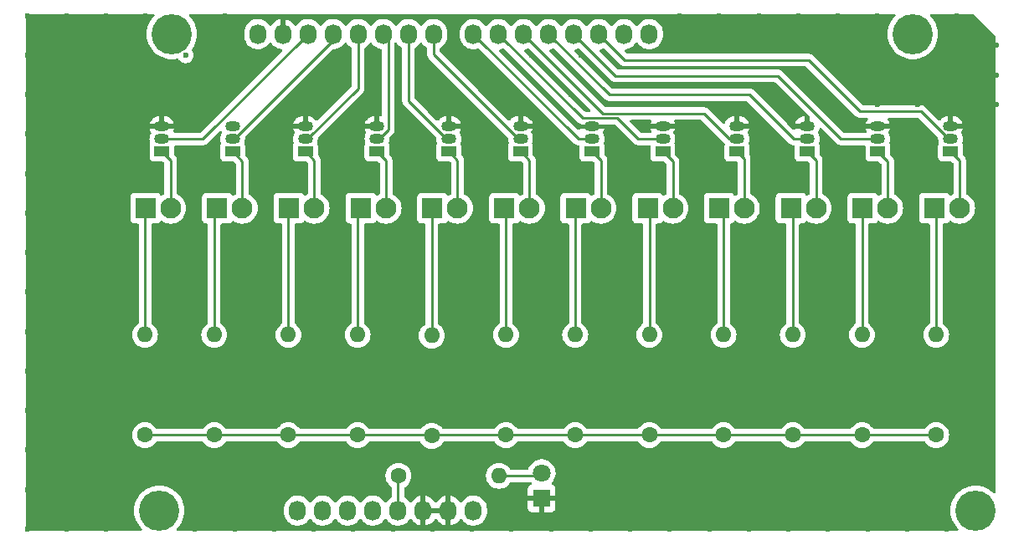
<source format=gbr>
%TF.GenerationSoftware,KiCad,Pcbnew,(6.0.5)*%
%TF.CreationDate,2022-06-20T15:17:26+02:00*%
%TF.ProjectId,vibrotactile_BCI_shield,76696272-6f74-4616-9374-696c655f4243,rev?*%
%TF.SameCoordinates,Original*%
%TF.FileFunction,Copper,L1,Top*%
%TF.FilePolarity,Positive*%
%FSLAX46Y46*%
G04 Gerber Fmt 4.6, Leading zero omitted, Abs format (unit mm)*
G04 Created by KiCad (PCBNEW (6.0.5)) date 2022-06-20 15:17:26*
%MOMM*%
%LPD*%
G01*
G04 APERTURE LIST*
%TA.AperFunction,ComponentPad*%
%ADD10O,1.727200X2.032000*%
%TD*%
%TA.AperFunction,ComponentPad*%
%ADD11C,4.064000*%
%TD*%
%TA.AperFunction,ComponentPad*%
%ADD12R,2.100000X2.100000*%
%TD*%
%TA.AperFunction,ComponentPad*%
%ADD13C,2.100000*%
%TD*%
%TA.AperFunction,ComponentPad*%
%ADD14C,1.600000*%
%TD*%
%TA.AperFunction,ComponentPad*%
%ADD15O,1.600000X1.600000*%
%TD*%
%TA.AperFunction,ComponentPad*%
%ADD16R,1.500000X1.050000*%
%TD*%
%TA.AperFunction,ComponentPad*%
%ADD17O,1.500000X1.050000*%
%TD*%
%TA.AperFunction,ComponentPad*%
%ADD18R,1.800000X1.800000*%
%TD*%
%TA.AperFunction,ComponentPad*%
%ADD19C,1.800000*%
%TD*%
%TA.AperFunction,ViaPad*%
%ADD20C,0.600000*%
%TD*%
%TA.AperFunction,Conductor*%
%ADD21C,0.250000*%
%TD*%
G04 APERTURE END LIST*
D10*
%TO.P,H1,1,Pin_1*%
%TO.N,unconnected-(H1-Pad1)*%
X131318000Y-119126000D03*
%TO.P,H1,2,Pin_2*%
%TO.N,/IOREF*%
X133858000Y-119126000D03*
%TO.P,H1,3,Pin_3*%
%TO.N,/Reset*%
X136398000Y-119126000D03*
%TO.P,H1,4,Pin_4*%
%TO.N,+3V3*%
X138938000Y-119126000D03*
%TO.P,H1,5,Pin_5*%
%TO.N,+5V*%
X141478000Y-119126000D03*
%TO.P,H1,6,Pin_6*%
%TO.N,GND*%
X144018000Y-119126000D03*
%TO.P,H1,7,Pin_7*%
X146558000Y-119126000D03*
%TO.P,H1,8,Pin_8*%
%TO.N,/Vin*%
X149098000Y-119126000D03*
%TD*%
%TO.P,H3,1,Pin_1*%
%TO.N,/MOT6_CMD*%
X149098000Y-70866000D03*
%TO.P,H3,2,Pin_2*%
%TO.N,/MOT5_CMD*%
X151638000Y-70866000D03*
%TO.P,H3,3,Pin_3*%
%TO.N,/MOT4_CMD*%
X154178000Y-70866000D03*
%TO.P,H3,4,Pin_4*%
%TO.N,/MOT3_CMD*%
X156718000Y-70866000D03*
%TO.P,H3,5,Pin_5*%
%TO.N,/MOT2_CMD*%
X159258000Y-70866000D03*
%TO.P,H3,6,Pin_6*%
%TO.N,/MOT1_CMD*%
X161798000Y-70866000D03*
%TO.P,H3,7,Pin_7*%
%TO.N,unconnected-(H3-Pad7)*%
X164338000Y-70866000D03*
%TO.P,H3,8,Pin_8*%
%TO.N,unconnected-(H3-Pad8)*%
X166878000Y-70866000D03*
%TD*%
D11*
%TO.P,P1,1,Pin_1*%
%TO.N,unconnected-(P1-Pad1)*%
X117348000Y-119126000D03*
%TD*%
%TO.P,P3,1,Pin_1*%
%TO.N,unconnected-(P3-Pad1)*%
X199898000Y-119126000D03*
%TD*%
%TO.P,P4,1,Pin_1*%
%TO.N,unconnected-(P4-Pad1)*%
X118618000Y-70866000D03*
%TD*%
%TO.P,P2,1,Pin_1*%
%TO.N,unconnected-(P13-Pad1)*%
X193548000Y-70866000D03*
%TD*%
D10*
%TO.P,H2,1,Pin_1*%
%TO.N,unconnected-(H2-Pad1)*%
X127300000Y-70866000D03*
%TO.P,H2,2,Pin_2*%
%TO.N,GND*%
X129840000Y-70866000D03*
%TO.P,H2,3,Pin_3*%
%TO.N,/MOT12_CMD*%
X132380000Y-70866000D03*
%TO.P,H2,4,Pin_4*%
%TO.N,/MOT11_CMD*%
X134920000Y-70866000D03*
%TO.P,H2,5,Pin_5*%
%TO.N,/MOT10_CMD*%
X137460000Y-70866000D03*
%TO.P,H2,6,Pin_6*%
%TO.N,/MOT9_CMD*%
X140000000Y-70866000D03*
%TO.P,H2,7,Pin_7*%
%TO.N,/MOT8_CMD*%
X142540000Y-70866000D03*
%TO.P,H2,8,Pin_8*%
%TO.N,/MOT7_CMD*%
X145080000Y-70866000D03*
%TD*%
D12*
%TO.P,J10,1,Pin_1*%
%TO.N,Net-(J10-Pad1)*%
X181230000Y-88500000D03*
D13*
%TO.P,J10,2,Pin_2*%
%TO.N,Net-(J10-Pad2)*%
X183770000Y-88500000D03*
%TD*%
D12*
%TO.P,J5,1,Pin_1*%
%TO.N,Net-(J5-Pad1)*%
X144960000Y-88500000D03*
D13*
%TO.P,J5,2,Pin_2*%
%TO.N,Net-(J5-Pad2)*%
X147500000Y-88500000D03*
%TD*%
D12*
%TO.P,J8,1,Pin_1*%
%TO.N,Net-(J8-Pad1)*%
X166730000Y-88500000D03*
D13*
%TO.P,J8,2,Pin_2*%
%TO.N,Net-(J8-Pad2)*%
X169270000Y-88500000D03*
%TD*%
D14*
%TO.P,R1,1*%
%TO.N,+5V*%
X115900000Y-111480000D03*
D15*
%TO.P,R1,2*%
%TO.N,Net-(J1-Pad1)*%
X115900000Y-101320000D03*
%TD*%
D14*
%TO.P,R5,1*%
%TO.N,+5V*%
X144900000Y-111560000D03*
D15*
%TO.P,R5,2*%
%TO.N,Net-(J5-Pad1)*%
X144900000Y-101400000D03*
%TD*%
D14*
%TO.P,R7,1*%
%TO.N,+5V*%
X159400000Y-111480000D03*
D15*
%TO.P,R7,2*%
%TO.N,Net-(J7-Pad1)*%
X159400000Y-101320000D03*
%TD*%
D14*
%TO.P,R3,1*%
%TO.N,+5V*%
X130400000Y-111480000D03*
D15*
%TO.P,R3,2*%
%TO.N,Net-(J3-Pad1)*%
X130400000Y-101320000D03*
%TD*%
D16*
%TO.P,Q7,1,D*%
%TO.N,Net-(J7-Pad2)*%
X161110000Y-82750000D03*
D17*
%TO.P,Q7,2,G*%
%TO.N,/MOT6_CMD*%
X161110000Y-81480000D03*
%TO.P,Q7,3,S*%
%TO.N,GND*%
X161110000Y-80210000D03*
%TD*%
D16*
%TO.P,Q4,1,D*%
%TO.N,Net-(J4-Pad2)*%
X139360000Y-82750000D03*
D17*
%TO.P,Q4,2,G*%
%TO.N,/MOT9_CMD*%
X139360000Y-81480000D03*
%TO.P,Q4,3,S*%
%TO.N,GND*%
X139360000Y-80210000D03*
%TD*%
D16*
%TO.P,Q2,1,D*%
%TO.N,Net-(J2-Pad2)*%
X124750000Y-82750000D03*
D17*
%TO.P,Q2,2,G*%
%TO.N,/MOT11_CMD*%
X124750000Y-81480000D03*
%TO.P,Q2,3,S*%
%TO.N,GND*%
X124750000Y-80210000D03*
%TD*%
D16*
%TO.P,Q6,1,D*%
%TO.N,Net-(J6-Pad2)*%
X153860000Y-82750000D03*
D17*
%TO.P,Q6,2,G*%
%TO.N,/MOT7_CMD*%
X153860000Y-81480000D03*
%TO.P,Q6,3,S*%
%TO.N,GND*%
X153860000Y-80210000D03*
%TD*%
D14*
%TO.P,R13,1*%
%TO.N,+5V*%
X141520000Y-115600000D03*
D15*
%TO.P,R13,2*%
%TO.N,Net-(D1-Pad2)*%
X151680000Y-115600000D03*
%TD*%
D14*
%TO.P,R9,1*%
%TO.N,+5V*%
X174400000Y-111480000D03*
D15*
%TO.P,R9,2*%
%TO.N,Net-(J9-Pad1)*%
X174400000Y-101320000D03*
%TD*%
D16*
%TO.P,Q11,1,D*%
%TO.N,Net-(J11-Pad2)*%
X190000000Y-82750000D03*
D17*
%TO.P,Q11,2,G*%
%TO.N,/MOT2_CMD*%
X190000000Y-81480000D03*
%TO.P,Q11,3,S*%
%TO.N,GND*%
X190000000Y-80210000D03*
%TD*%
D12*
%TO.P,J2,1,Pin_1*%
%TO.N,Net-(J2-Pad1)*%
X123190000Y-88500000D03*
D13*
%TO.P,J2,2,Pin_2*%
%TO.N,Net-(J2-Pad2)*%
X125730000Y-88500000D03*
%TD*%
D14*
%TO.P,R8,1*%
%TO.N,+5V*%
X166900000Y-111480000D03*
D15*
%TO.P,R8,2*%
%TO.N,Net-(J8-Pad1)*%
X166900000Y-101320000D03*
%TD*%
D14*
%TO.P,R6,1*%
%TO.N,+5V*%
X152400000Y-111480000D03*
D15*
%TO.P,R6,2*%
%TO.N,Net-(J6-Pad1)*%
X152400000Y-101320000D03*
%TD*%
D18*
%TO.P,D1,1,K*%
%TO.N,GND*%
X156000000Y-117875000D03*
D19*
%TO.P,D1,2,A*%
%TO.N,Net-(D1-Pad2)*%
X156000000Y-115335000D03*
%TD*%
D12*
%TO.P,J7,1,Pin_1*%
%TO.N,Net-(J7-Pad1)*%
X159460000Y-88500000D03*
D13*
%TO.P,J7,2,Pin_2*%
%TO.N,Net-(J7-Pad2)*%
X162000000Y-88500000D03*
%TD*%
D12*
%TO.P,J11,1,Pin_1*%
%TO.N,Net-(J11-Pad1)*%
X188460000Y-88500000D03*
D13*
%TO.P,J11,2,Pin_2*%
%TO.N,Net-(J11-Pad2)*%
X191000000Y-88500000D03*
%TD*%
D16*
%TO.P,Q3,1,D*%
%TO.N,Net-(J3-Pad2)*%
X132110000Y-82750000D03*
D17*
%TO.P,Q3,2,G*%
%TO.N,/MOT10_CMD*%
X132110000Y-81480000D03*
%TO.P,Q3,3,S*%
%TO.N,GND*%
X132110000Y-80210000D03*
%TD*%
D16*
%TO.P,Q8,1,D*%
%TO.N,Net-(J8-Pad2)*%
X168250000Y-82750000D03*
D17*
%TO.P,Q8,2,G*%
%TO.N,/MOT5_CMD*%
X168250000Y-81480000D03*
%TO.P,Q8,3,S*%
%TO.N,GND*%
X168250000Y-80210000D03*
%TD*%
D16*
%TO.P,Q10,1,D*%
%TO.N,Net-(J10-Pad2)*%
X182860000Y-82750000D03*
D17*
%TO.P,Q10,2,G*%
%TO.N,/MOT3_CMD*%
X182860000Y-81480000D03*
%TO.P,Q10,3,S*%
%TO.N,GND*%
X182860000Y-80210000D03*
%TD*%
D12*
%TO.P,J1,1,Pin_1*%
%TO.N,Net-(J1-Pad1)*%
X115960000Y-88500000D03*
D13*
%TO.P,J1,2,Pin_2*%
%TO.N,Net-(J1-Pad2)*%
X118500000Y-88500000D03*
%TD*%
D12*
%TO.P,J12,1,Pin_1*%
%TO.N,Net-(J12-Pad1)*%
X195730000Y-88500000D03*
D13*
%TO.P,J12,2,Pin_2*%
%TO.N,Net-(J12-Pad2)*%
X198270000Y-88500000D03*
%TD*%
D14*
%TO.P,R4,1*%
%TO.N,+5V*%
X137400000Y-111480000D03*
D15*
%TO.P,R4,2*%
%TO.N,Net-(J4-Pad1)*%
X137400000Y-101320000D03*
%TD*%
D14*
%TO.P,R10,1*%
%TO.N,+5V*%
X181400000Y-111480000D03*
D15*
%TO.P,R10,2*%
%TO.N,Net-(J10-Pad1)*%
X181400000Y-101320000D03*
%TD*%
D12*
%TO.P,J9,1,Pin_1*%
%TO.N,Net-(J9-Pad1)*%
X173960000Y-88500000D03*
D13*
%TO.P,J9,2,Pin_2*%
%TO.N,Net-(J9-Pad2)*%
X176500000Y-88500000D03*
%TD*%
D16*
%TO.P,Q5,1,D*%
%TO.N,Net-(J5-Pad2)*%
X146610000Y-82750000D03*
D17*
%TO.P,Q5,2,G*%
%TO.N,/MOT8_CMD*%
X146610000Y-81480000D03*
%TO.P,Q5,3,S*%
%TO.N,GND*%
X146610000Y-80210000D03*
%TD*%
D12*
%TO.P,J6,1,Pin_1*%
%TO.N,Net-(J6-Pad1)*%
X152230000Y-88500000D03*
D13*
%TO.P,J6,2,Pin_2*%
%TO.N,Net-(J6-Pad2)*%
X154770000Y-88500000D03*
%TD*%
D16*
%TO.P,Q1,1,D*%
%TO.N,Net-(J1-Pad2)*%
X117610000Y-82750000D03*
D17*
%TO.P,Q1,2,G*%
%TO.N,/MOT12_CMD*%
X117610000Y-81480000D03*
%TO.P,Q1,3,S*%
%TO.N,GND*%
X117610000Y-80210000D03*
%TD*%
D12*
%TO.P,J3,1,Pin_1*%
%TO.N,Net-(J3-Pad1)*%
X130460000Y-88500000D03*
D13*
%TO.P,J3,2,Pin_2*%
%TO.N,Net-(J3-Pad2)*%
X133000000Y-88500000D03*
%TD*%
D16*
%TO.P,Q9,1,D*%
%TO.N,Net-(J9-Pad2)*%
X175750000Y-82750000D03*
D17*
%TO.P,Q9,2,G*%
%TO.N,/MOT4_CMD*%
X175750000Y-81480000D03*
%TO.P,Q9,3,S*%
%TO.N,GND*%
X175750000Y-80210000D03*
%TD*%
D14*
%TO.P,R2,1*%
%TO.N,+5V*%
X122900000Y-111480000D03*
D15*
%TO.P,R2,2*%
%TO.N,Net-(J2-Pad1)*%
X122900000Y-101320000D03*
%TD*%
D12*
%TO.P,J4,1,Pin_1*%
%TO.N,Net-(J4-Pad1)*%
X137730000Y-88500000D03*
D13*
%TO.P,J4,2,Pin_2*%
%TO.N,Net-(J4-Pad2)*%
X140270000Y-88500000D03*
%TD*%
D14*
%TO.P,R11,1*%
%TO.N,+5V*%
X188400000Y-111480000D03*
D15*
%TO.P,R11,2*%
%TO.N,Net-(J11-Pad1)*%
X188400000Y-101320000D03*
%TD*%
D16*
%TO.P,Q12,1,D*%
%TO.N,Net-(J12-Pad2)*%
X197360000Y-82750000D03*
D17*
%TO.P,Q12,2,G*%
%TO.N,/MOT1_CMD*%
X197360000Y-81480000D03*
%TO.P,Q12,3,S*%
%TO.N,GND*%
X197360000Y-80210000D03*
%TD*%
D14*
%TO.P,R12,1*%
%TO.N,+5V*%
X195900000Y-111480000D03*
D15*
%TO.P,R12,2*%
%TO.N,Net-(J12-Pad1)*%
X195900000Y-101320000D03*
%TD*%
D20*
%TO.N,*%
X120000000Y-73000000D03*
%TO.N,GND*%
X178000000Y-102000000D03*
X139000000Y-77000000D03*
X169000000Y-121000000D03*
X181000000Y-121000000D03*
X185000000Y-102000000D03*
X155000000Y-73000000D03*
X112000000Y-109000000D03*
X173000000Y-121000000D03*
X112000000Y-105000000D03*
X104023315Y-73026168D03*
X112000000Y-121000000D03*
X148000000Y-97000000D03*
X199000000Y-102000000D03*
X139000000Y-73000000D03*
X178000000Y-109000000D03*
X104000000Y-97000000D03*
X116000000Y-81000000D03*
X136000000Y-97000000D03*
X116000000Y-77000000D03*
X112000000Y-81000000D03*
X127000000Y-109000000D03*
X185000000Y-97000000D03*
X112000000Y-89000000D03*
X104000000Y-117000000D03*
X134000000Y-109000000D03*
X112000000Y-85000000D03*
X149000000Y-73000000D03*
X189000000Y-121000000D03*
X120000000Y-97000000D03*
X112000000Y-97000000D03*
X186000000Y-69000000D03*
X104000000Y-85000000D03*
X104000000Y-81000000D03*
X202000000Y-75000000D03*
X142000000Y-97000000D03*
X170000000Y-76000000D03*
X132000000Y-97000000D03*
X190000000Y-69000000D03*
X108000000Y-101000000D03*
X134000000Y-102000000D03*
X194000000Y-75000000D03*
X108000000Y-81000000D03*
X119000000Y-102000000D03*
X133000000Y-114000000D03*
X165000000Y-121000000D03*
X178000000Y-69000000D03*
X125000000Y-121000000D03*
X178000000Y-76000000D03*
X156000000Y-102000000D03*
X174000000Y-78000000D03*
X149000000Y-121000000D03*
X153000000Y-121000000D03*
X124000000Y-73000000D03*
X137000000Y-121000000D03*
X141000000Y-121000000D03*
X112000000Y-93000000D03*
X127000000Y-102000000D03*
X202000000Y-72000000D03*
X108000000Y-117000000D03*
X144000000Y-73000000D03*
X124000000Y-69000000D03*
X177000000Y-121000000D03*
X112000000Y-77000000D03*
X193000000Y-121000000D03*
X198000000Y-72000000D03*
X112000000Y-101000000D03*
X133000000Y-121000000D03*
X104000000Y-121000000D03*
X156000000Y-109000000D03*
X163000000Y-102000000D03*
X199000000Y-97000000D03*
X198000000Y-69000000D03*
X108000000Y-97000000D03*
X144000000Y-77000000D03*
X192000000Y-102000000D03*
X185000000Y-121000000D03*
X192000000Y-109000000D03*
X116023315Y-73026168D03*
X108000000Y-77000000D03*
X198000000Y-78000000D03*
X108000000Y-85000000D03*
X112023315Y-73026168D03*
X170000000Y-69000000D03*
X108000000Y-93000000D03*
X139000000Y-97000000D03*
X124000000Y-77000000D03*
X104000000Y-113000000D03*
X104000000Y-109000000D03*
X108000000Y-109000000D03*
X178000000Y-97000000D03*
X162000000Y-97000000D03*
X194000000Y-78000000D03*
X149000000Y-109000000D03*
X108023315Y-73026168D03*
X171000000Y-102000000D03*
X160000000Y-73000000D03*
X190000000Y-75000000D03*
X174000000Y-69000000D03*
X157000000Y-121000000D03*
X174000000Y-76000000D03*
X112000000Y-69000000D03*
X126000000Y-114000000D03*
X141000000Y-109000000D03*
X182000000Y-72000000D03*
X199000000Y-109000000D03*
X128000000Y-97000000D03*
X192000000Y-97000000D03*
X155000000Y-97000000D03*
X161000000Y-121000000D03*
X147000000Y-77000000D03*
X145000000Y-121000000D03*
X182000000Y-69000000D03*
X185000000Y-109000000D03*
X116000000Y-85000000D03*
X141000000Y-102000000D03*
X178000000Y-72000000D03*
X198000000Y-75000000D03*
X125000000Y-97000000D03*
X104000000Y-89000000D03*
X152000000Y-77000000D03*
X149000000Y-102000000D03*
X112000000Y-113000000D03*
X171000000Y-109000000D03*
X120000000Y-77000000D03*
X104000000Y-77000000D03*
X108000000Y-113000000D03*
X104000000Y-101000000D03*
X108000000Y-89000000D03*
X108000000Y-69000000D03*
X190000000Y-78000000D03*
X108000000Y-121000000D03*
X166000000Y-76000000D03*
X104000000Y-105000000D03*
X197000000Y-121000000D03*
X121000000Y-117000000D03*
X170000000Y-72000000D03*
X129000000Y-121000000D03*
X133000000Y-77000000D03*
X163000000Y-109000000D03*
X190000000Y-72000000D03*
X128000000Y-73000000D03*
X151000000Y-97000000D03*
X183000000Y-76000000D03*
X117000000Y-97000000D03*
X186000000Y-72000000D03*
X104000000Y-69000000D03*
X174000000Y-72000000D03*
X116000000Y-69000000D03*
X159000000Y-77000000D03*
X125000000Y-117000000D03*
X121000000Y-121000000D03*
X186000000Y-75000000D03*
X202000000Y-78000000D03*
X104000000Y-93000000D03*
X108000000Y-105000000D03*
X112000000Y-117000000D03*
%TD*%
D21*
%TO.N,+5V*%
X141478000Y-119126000D02*
X141478000Y-115642000D01*
X115900000Y-111480000D02*
X195900000Y-111480000D01*
X141478000Y-115642000D02*
X141520000Y-115600000D01*
%TO.N,Net-(D1-Pad2)*%
X151680000Y-115600000D02*
X155735000Y-115600000D01*
X155735000Y-115600000D02*
X156000000Y-115335000D01*
%TO.N,/MOT12_CMD*%
X117610000Y-81480000D02*
X121766000Y-81480000D01*
X121766000Y-81480000D02*
X132380000Y-70866000D01*
%TO.N,/MOT11_CMD*%
X134920000Y-71466402D02*
X134920000Y-70866000D01*
X124906402Y-81480000D02*
X134920000Y-71466402D01*
X124750000Y-81480000D02*
X124906402Y-81480000D01*
%TO.N,/MOT10_CMD*%
X137460000Y-76355000D02*
X137460000Y-70866000D01*
X132335000Y-81480000D02*
X137460000Y-76355000D01*
X132110000Y-81480000D02*
X132335000Y-81480000D01*
%TO.N,/MOT9_CMD*%
X139360000Y-81480000D02*
X139585000Y-81480000D01*
X139585000Y-81480000D02*
X140500000Y-80565000D01*
X140500000Y-71366000D02*
X140000000Y-70866000D01*
X140500000Y-80565000D02*
X140500000Y-71366000D01*
%TO.N,/MOT8_CMD*%
X146610000Y-81480000D02*
X146385000Y-81480000D01*
X142540000Y-77635000D02*
X142540000Y-70866000D01*
X146385000Y-81480000D02*
X142540000Y-77635000D01*
%TO.N,/MOT7_CMD*%
X145080000Y-70866000D02*
X145080000Y-72925000D01*
X153635000Y-81480000D02*
X153860000Y-81480000D01*
X145080000Y-72925000D02*
X153635000Y-81480000D01*
%TO.N,/MOT6_CMD*%
X159712000Y-81480000D02*
X161110000Y-81480000D01*
X149098000Y-70866000D02*
X159712000Y-81480000D01*
%TO.N,/MOT5_CMD*%
X168250000Y-81480000D02*
X165780000Y-81480000D01*
X165780000Y-81480000D02*
X163660480Y-79360480D01*
X160132480Y-79360480D02*
X151638000Y-70866000D01*
X163660480Y-79360480D02*
X160132480Y-79360480D01*
%TO.N,/MOT4_CMD*%
X162222960Y-78910960D02*
X172410960Y-78910960D01*
X174980000Y-81480000D02*
X175750000Y-81480000D01*
X154178000Y-70866000D02*
X162222960Y-78910960D01*
X172410960Y-78910960D02*
X174980000Y-81480000D01*
%TO.N,/MOT3_CMD*%
X177000000Y-77000000D02*
X181480000Y-81480000D01*
X162852000Y-77000000D02*
X177000000Y-77000000D01*
X156718000Y-70866000D02*
X162852000Y-77000000D01*
X181480000Y-81480000D02*
X182860000Y-81480000D01*
%TO.N,/MOT2_CMD*%
X163492000Y-75100000D02*
X179900000Y-75100000D01*
X159258000Y-70866000D02*
X163492000Y-75100000D01*
X179900000Y-75100000D02*
X186280000Y-81480000D01*
X186280000Y-81480000D02*
X190000000Y-81480000D01*
%TO.N,/MOT1_CMD*%
X164432000Y-73500000D02*
X183000000Y-73500000D01*
X161798000Y-70866000D02*
X164432000Y-73500000D01*
X183000000Y-73500000D02*
X188200000Y-78700000D01*
X194355000Y-78700000D02*
X197135000Y-81480000D01*
X188200000Y-78700000D02*
X194355000Y-78700000D01*
X197135000Y-81480000D02*
X197360000Y-81480000D01*
%TO.N,Net-(J1-Pad1)*%
X115900000Y-101320000D02*
X115900000Y-88560000D01*
X115900000Y-88560000D02*
X115960000Y-88500000D01*
%TO.N,Net-(J1-Pad2)*%
X118500000Y-88500000D02*
X118500000Y-83640000D01*
X118500000Y-83640000D02*
X117610000Y-82750000D01*
%TO.N,Net-(J2-Pad1)*%
X122900000Y-88790000D02*
X123190000Y-88500000D01*
X122900000Y-101320000D02*
X122900000Y-88790000D01*
%TO.N,Net-(J2-Pad2)*%
X125730000Y-83730000D02*
X124750000Y-82750000D01*
X125730000Y-88500000D02*
X125730000Y-83730000D01*
%TO.N,Net-(J3-Pad1)*%
X130400000Y-88560000D02*
X130460000Y-88500000D01*
X130400000Y-101320000D02*
X130400000Y-88560000D01*
%TO.N,Net-(J3-Pad2)*%
X133000000Y-88500000D02*
X133000000Y-83640000D01*
X133000000Y-83640000D02*
X132110000Y-82750000D01*
%TO.N,Net-(J4-Pad1)*%
X137400000Y-88830000D02*
X137730000Y-88500000D01*
X137400000Y-101320000D02*
X137400000Y-88830000D01*
%TO.N,Net-(J4-Pad2)*%
X140270000Y-83660000D02*
X139360000Y-82750000D01*
X140270000Y-88500000D02*
X140270000Y-83660000D01*
%TO.N,Net-(J5-Pad1)*%
X144900000Y-101400000D02*
X144900000Y-88560000D01*
X144900000Y-88560000D02*
X144960000Y-88500000D01*
%TO.N,Net-(J5-Pad2)*%
X147500000Y-88500000D02*
X147500000Y-83640000D01*
X147500000Y-83640000D02*
X146610000Y-82750000D01*
%TO.N,Net-(J6-Pad1)*%
X152400000Y-88670000D02*
X152230000Y-88500000D01*
X152400000Y-101320000D02*
X152400000Y-88670000D01*
%TO.N,Net-(J6-Pad2)*%
X154770000Y-88500000D02*
X154770000Y-83660000D01*
X154770000Y-83660000D02*
X153860000Y-82750000D01*
%TO.N,Net-(J7-Pad1)*%
X159400000Y-88560000D02*
X159460000Y-88500000D01*
X159400000Y-101320000D02*
X159400000Y-88560000D01*
%TO.N,Net-(J7-Pad2)*%
X162000000Y-83640000D02*
X161110000Y-82750000D01*
X162000000Y-88500000D02*
X162000000Y-83640000D01*
%TO.N,Net-(J8-Pad1)*%
X166900000Y-101320000D02*
X166900000Y-88670000D01*
X166900000Y-88670000D02*
X166730000Y-88500000D01*
%TO.N,Net-(J8-Pad2)*%
X169270000Y-88500000D02*
X169270000Y-83770000D01*
X169270000Y-83770000D02*
X168250000Y-82750000D01*
%TO.N,Net-(J9-Pad1)*%
X174400000Y-88940000D02*
X173960000Y-88500000D01*
X174400000Y-101320000D02*
X174400000Y-88940000D01*
%TO.N,Net-(J9-Pad2)*%
X176500000Y-83500000D02*
X175750000Y-82750000D01*
X176500000Y-88500000D02*
X176500000Y-83500000D01*
%TO.N,Net-(J10-Pad1)*%
X181400000Y-88670000D02*
X181230000Y-88500000D01*
X181400000Y-101320000D02*
X181400000Y-88670000D01*
%TO.N,Net-(J10-Pad2)*%
X183770000Y-88500000D02*
X183770000Y-83660000D01*
X183770000Y-83660000D02*
X182860000Y-82750000D01*
%TO.N,Net-(J11-Pad1)*%
X188400000Y-88560000D02*
X188460000Y-88500000D01*
X188400000Y-101320000D02*
X188400000Y-88560000D01*
%TO.N,Net-(J11-Pad2)*%
X191000000Y-88500000D02*
X191000000Y-83750000D01*
X191000000Y-83750000D02*
X190000000Y-82750000D01*
%TO.N,Net-(J12-Pad1)*%
X195900000Y-88670000D02*
X195730000Y-88500000D01*
X195900000Y-101320000D02*
X195900000Y-88670000D01*
%TO.N,Net-(J12-Pad2)*%
X198270000Y-88500000D02*
X198270000Y-83660000D01*
X198270000Y-83660000D02*
X197360000Y-82750000D01*
%TD*%
%TA.AperFunction,Conductor*%
%TO.N,GND*%
G36*
X116819997Y-68854502D02*
G01*
X116866490Y-68908158D01*
X116876594Y-68978432D01*
X116847100Y-69043012D01*
X116838129Y-69052350D01*
X116762394Y-69123470D01*
X116558629Y-69369779D01*
X116556505Y-69373126D01*
X116556502Y-69373130D01*
X116489830Y-69478188D01*
X116387341Y-69639685D01*
X116385657Y-69643264D01*
X116385653Y-69643271D01*
X116252922Y-69925340D01*
X116251233Y-69928930D01*
X116250007Y-69932702D01*
X116250007Y-69932703D01*
X116248107Y-69938551D01*
X116152449Y-70232954D01*
X116092549Y-70546961D01*
X116072477Y-70866000D01*
X116092549Y-71185039D01*
X116152449Y-71499046D01*
X116153676Y-71502822D01*
X116248201Y-71793737D01*
X116251233Y-71803070D01*
X116252920Y-71806656D01*
X116252922Y-71806660D01*
X116385653Y-72088729D01*
X116385657Y-72088736D01*
X116387341Y-72092315D01*
X116389465Y-72095661D01*
X116389465Y-72095662D01*
X116544820Y-72340461D01*
X116558629Y-72362221D01*
X116762394Y-72608530D01*
X116995423Y-72827359D01*
X116998625Y-72829686D01*
X116998627Y-72829687D01*
X117088334Y-72894863D01*
X117254041Y-73015256D01*
X117257510Y-73017163D01*
X117257513Y-73017165D01*
X117410922Y-73101502D01*
X117534169Y-73169258D01*
X117634344Y-73208920D01*
X117827707Y-73285478D01*
X117827710Y-73285479D01*
X117831390Y-73286936D01*
X117835224Y-73287920D01*
X117835232Y-73287923D01*
X118027153Y-73337200D01*
X118141017Y-73366435D01*
X118144945Y-73366931D01*
X118144949Y-73366932D01*
X118270642Y-73382810D01*
X118458165Y-73406500D01*
X118777835Y-73406500D01*
X118965358Y-73382810D01*
X119091051Y-73366932D01*
X119091055Y-73366931D01*
X119094983Y-73366435D01*
X119161574Y-73349337D01*
X119232527Y-73351770D01*
X119290903Y-73392178D01*
X119300683Y-73406108D01*
X119300921Y-73406500D01*
X119355380Y-73496424D01*
X119481382Y-73626902D01*
X119633159Y-73726222D01*
X119639763Y-73728678D01*
X119639765Y-73728679D01*
X119796558Y-73786990D01*
X119796560Y-73786990D01*
X119803168Y-73789448D01*
X119886995Y-73800633D01*
X119975980Y-73812507D01*
X119975984Y-73812507D01*
X119982961Y-73813438D01*
X119989972Y-73812800D01*
X119989976Y-73812800D01*
X120132459Y-73799832D01*
X120163600Y-73796998D01*
X120170302Y-73794820D01*
X120170304Y-73794820D01*
X120329409Y-73743124D01*
X120329412Y-73743123D01*
X120336108Y-73740947D01*
X120491912Y-73648069D01*
X120623266Y-73522982D01*
X120723643Y-73371902D01*
X120788055Y-73202338D01*
X120798161Y-73130431D01*
X120812748Y-73026639D01*
X120812748Y-73026636D01*
X120813299Y-73022717D01*
X120813616Y-73000000D01*
X120793397Y-72819745D01*
X120791080Y-72813091D01*
X120736064Y-72655106D01*
X120736062Y-72655103D01*
X120733745Y-72648448D01*
X120655751Y-72523630D01*
X120636615Y-72455261D01*
X120657481Y-72387400D01*
X120665521Y-72376545D01*
X120677371Y-72362221D01*
X120749172Y-72249081D01*
X120846535Y-72095662D01*
X120846535Y-72095661D01*
X120848659Y-72092315D01*
X120850343Y-72088736D01*
X120850347Y-72088729D01*
X120983078Y-71806660D01*
X120983080Y-71806656D01*
X120984767Y-71803070D01*
X120987800Y-71793737D01*
X121082324Y-71502822D01*
X121083551Y-71499046D01*
X121143451Y-71185039D01*
X121163523Y-70866000D01*
X121143451Y-70546961D01*
X121083551Y-70232954D01*
X120987893Y-69938551D01*
X120985993Y-69932703D01*
X120985993Y-69932702D01*
X120984767Y-69928930D01*
X120983078Y-69925340D01*
X120850347Y-69643271D01*
X120850343Y-69643264D01*
X120848659Y-69639685D01*
X120746170Y-69478188D01*
X120679498Y-69373130D01*
X120679495Y-69373126D01*
X120677371Y-69369779D01*
X120473606Y-69123470D01*
X120397871Y-69052350D01*
X120361906Y-68991137D01*
X120364744Y-68920197D01*
X120405484Y-68862053D01*
X120471192Y-68835165D01*
X120484124Y-68834500D01*
X191681876Y-68834500D01*
X191749997Y-68854502D01*
X191796490Y-68908158D01*
X191806594Y-68978432D01*
X191777100Y-69043012D01*
X191768129Y-69052350D01*
X191692394Y-69123470D01*
X191488629Y-69369779D01*
X191486505Y-69373126D01*
X191486502Y-69373130D01*
X191419830Y-69478188D01*
X191317341Y-69639685D01*
X191315657Y-69643264D01*
X191315653Y-69643271D01*
X191182922Y-69925340D01*
X191181233Y-69928930D01*
X191180007Y-69932702D01*
X191180007Y-69932703D01*
X191178107Y-69938551D01*
X191082449Y-70232954D01*
X191022549Y-70546961D01*
X191002477Y-70866000D01*
X191022549Y-71185039D01*
X191082449Y-71499046D01*
X191083676Y-71502822D01*
X191178201Y-71793737D01*
X191181233Y-71803070D01*
X191182920Y-71806656D01*
X191182922Y-71806660D01*
X191315653Y-72088729D01*
X191315657Y-72088736D01*
X191317341Y-72092315D01*
X191319465Y-72095661D01*
X191319465Y-72095662D01*
X191474820Y-72340461D01*
X191488629Y-72362221D01*
X191692394Y-72608530D01*
X191925423Y-72827359D01*
X191928625Y-72829686D01*
X191928627Y-72829687D01*
X192018334Y-72894863D01*
X192184041Y-73015256D01*
X192187510Y-73017163D01*
X192187513Y-73017165D01*
X192340922Y-73101502D01*
X192464169Y-73169258D01*
X192564344Y-73208920D01*
X192757707Y-73285478D01*
X192757710Y-73285479D01*
X192761390Y-73286936D01*
X192765224Y-73287920D01*
X192765232Y-73287923D01*
X192957153Y-73337200D01*
X193071017Y-73366435D01*
X193074945Y-73366931D01*
X193074949Y-73366932D01*
X193200642Y-73382810D01*
X193388165Y-73406500D01*
X193707835Y-73406500D01*
X193895358Y-73382810D01*
X194021051Y-73366932D01*
X194021055Y-73366931D01*
X194024983Y-73366435D01*
X194138847Y-73337200D01*
X194330768Y-73287923D01*
X194330776Y-73287920D01*
X194334610Y-73286936D01*
X194338290Y-73285479D01*
X194338293Y-73285478D01*
X194531656Y-73208920D01*
X194631831Y-73169258D01*
X194755079Y-73101502D01*
X194908487Y-73017165D01*
X194908490Y-73017163D01*
X194911959Y-73015256D01*
X195077666Y-72894863D01*
X195167373Y-72829687D01*
X195167375Y-72829686D01*
X195170577Y-72827359D01*
X195403606Y-72608530D01*
X195607371Y-72362221D01*
X195621181Y-72340461D01*
X195776535Y-72095662D01*
X195776535Y-72095661D01*
X195778659Y-72092315D01*
X195780343Y-72088736D01*
X195780347Y-72088729D01*
X195913078Y-71806660D01*
X195913080Y-71806656D01*
X195914767Y-71803070D01*
X195917800Y-71793737D01*
X196012324Y-71502822D01*
X196013551Y-71499046D01*
X196073451Y-71185039D01*
X196093523Y-70866000D01*
X196073451Y-70546961D01*
X196013551Y-70232954D01*
X195917893Y-69938551D01*
X195915993Y-69932703D01*
X195915993Y-69932702D01*
X195914767Y-69928930D01*
X195913078Y-69925340D01*
X195780347Y-69643271D01*
X195780343Y-69643264D01*
X195778659Y-69639685D01*
X195676170Y-69478188D01*
X195609498Y-69373130D01*
X195609495Y-69373126D01*
X195607371Y-69369779D01*
X195403606Y-69123470D01*
X195327871Y-69052350D01*
X195291906Y-68991137D01*
X195294744Y-68920197D01*
X195335484Y-68862053D01*
X195401192Y-68835165D01*
X195414124Y-68834500D01*
X199635183Y-68834500D01*
X199703304Y-68854502D01*
X199724278Y-68871405D01*
X201892595Y-71039723D01*
X201926621Y-71102035D01*
X201929500Y-71128818D01*
X201929500Y-117257477D01*
X201909498Y-117325598D01*
X201855842Y-117372091D01*
X201785568Y-117382195D01*
X201717247Y-117349327D01*
X201520577Y-117164641D01*
X201261959Y-116976744D01*
X201258487Y-116974835D01*
X200985293Y-116824645D01*
X200985290Y-116824643D01*
X200981831Y-116822742D01*
X200772467Y-116739849D01*
X200688293Y-116706522D01*
X200688290Y-116706521D01*
X200684610Y-116705064D01*
X200680776Y-116704080D01*
X200680768Y-116704077D01*
X200473601Y-116650886D01*
X200374983Y-116625565D01*
X200371055Y-116625069D01*
X200371051Y-116625068D01*
X200221677Y-116606198D01*
X200057835Y-116585500D01*
X199738165Y-116585500D01*
X199574323Y-116606198D01*
X199424949Y-116625068D01*
X199424945Y-116625069D01*
X199421017Y-116625565D01*
X199322399Y-116650886D01*
X199115232Y-116704077D01*
X199115224Y-116704080D01*
X199111390Y-116705064D01*
X199107710Y-116706521D01*
X199107707Y-116706522D01*
X199023533Y-116739849D01*
X198814169Y-116822742D01*
X198810710Y-116824643D01*
X198810707Y-116824645D01*
X198537513Y-116974835D01*
X198534041Y-116976744D01*
X198275423Y-117164641D01*
X198042394Y-117383470D01*
X197838629Y-117629779D01*
X197836505Y-117633126D01*
X197836502Y-117633130D01*
X197760417Y-117753021D01*
X197667341Y-117899685D01*
X197665657Y-117903264D01*
X197665653Y-117903271D01*
X197532922Y-118185340D01*
X197531233Y-118188930D01*
X197530007Y-118192702D01*
X197530007Y-118192703D01*
X197528110Y-118198542D01*
X197432449Y-118492954D01*
X197372549Y-118806961D01*
X197352477Y-119126000D01*
X197372549Y-119445039D01*
X197432449Y-119759046D01*
X197433676Y-119762822D01*
X197528201Y-120053737D01*
X197531233Y-120063070D01*
X197532920Y-120066656D01*
X197532922Y-120066660D01*
X197665653Y-120348729D01*
X197665657Y-120348736D01*
X197667341Y-120352315D01*
X197669465Y-120355661D01*
X197669465Y-120355662D01*
X197829914Y-120608488D01*
X197838629Y-120622221D01*
X198042394Y-120868530D01*
X198045284Y-120871244D01*
X198045285Y-120871245D01*
X198118129Y-120939650D01*
X198154094Y-121000863D01*
X198151256Y-121071803D01*
X198110516Y-121129947D01*
X198044808Y-121156835D01*
X198031876Y-121157500D01*
X119214124Y-121157500D01*
X119146003Y-121137498D01*
X119099510Y-121083842D01*
X119089406Y-121013568D01*
X119118900Y-120948988D01*
X119127871Y-120939650D01*
X119200715Y-120871245D01*
X119200716Y-120871244D01*
X119203606Y-120868530D01*
X119407371Y-120622221D01*
X119416087Y-120608488D01*
X119576535Y-120355662D01*
X119576535Y-120355661D01*
X119578659Y-120352315D01*
X119580343Y-120348736D01*
X119580347Y-120348729D01*
X119713078Y-120066660D01*
X119713080Y-120066656D01*
X119714767Y-120063070D01*
X119717800Y-120053737D01*
X119812324Y-119762822D01*
X119813551Y-119759046D01*
X119873451Y-119445039D01*
X119880256Y-119336868D01*
X129945900Y-119336868D01*
X129960626Y-119510420D01*
X129961964Y-119515577D01*
X129961965Y-119515580D01*
X129994816Y-119642146D01*
X130019125Y-119735806D01*
X130021317Y-119740672D01*
X130021318Y-119740675D01*
X130029594Y-119759046D01*
X130114762Y-119948113D01*
X130244804Y-120141272D01*
X130405532Y-120309758D01*
X130592350Y-120448754D01*
X130597102Y-120451170D01*
X130794244Y-120551402D01*
X130799916Y-120554286D01*
X130911106Y-120588812D01*
X131017193Y-120621753D01*
X131017199Y-120621754D01*
X131022296Y-120623337D01*
X131146660Y-120639820D01*
X131247848Y-120653232D01*
X131247852Y-120653232D01*
X131253132Y-120653932D01*
X131258462Y-120653732D01*
X131258463Y-120653732D01*
X131369477Y-120649565D01*
X131485822Y-120645197D01*
X131590005Y-120623337D01*
X131708486Y-120598477D01*
X131708489Y-120598476D01*
X131713713Y-120597380D01*
X131930290Y-120511850D01*
X132129359Y-120391051D01*
X132133855Y-120387150D01*
X132301197Y-120241939D01*
X132301199Y-120241937D01*
X132305230Y-120238439D01*
X132308613Y-120234313D01*
X132308617Y-120234309D01*
X132407776Y-120113374D01*
X132452872Y-120058376D01*
X132455672Y-120053458D01*
X132478845Y-120012748D01*
X132529927Y-119963442D01*
X132599558Y-119949580D01*
X132665629Y-119975563D01*
X132692867Y-120004713D01*
X132784804Y-120141272D01*
X132945532Y-120309758D01*
X133132350Y-120448754D01*
X133137102Y-120451170D01*
X133334244Y-120551402D01*
X133339916Y-120554286D01*
X133451106Y-120588812D01*
X133557193Y-120621753D01*
X133557199Y-120621754D01*
X133562296Y-120623337D01*
X133686660Y-120639820D01*
X133787848Y-120653232D01*
X133787852Y-120653232D01*
X133793132Y-120653932D01*
X133798462Y-120653732D01*
X133798463Y-120653732D01*
X133909477Y-120649565D01*
X134025822Y-120645197D01*
X134130005Y-120623337D01*
X134248486Y-120598477D01*
X134248489Y-120598476D01*
X134253713Y-120597380D01*
X134470290Y-120511850D01*
X134669359Y-120391051D01*
X134673855Y-120387150D01*
X134841197Y-120241939D01*
X134841199Y-120241937D01*
X134845230Y-120238439D01*
X134848613Y-120234313D01*
X134848617Y-120234309D01*
X134947776Y-120113374D01*
X134992872Y-120058376D01*
X134995672Y-120053458D01*
X135018845Y-120012748D01*
X135069927Y-119963442D01*
X135139558Y-119949580D01*
X135205629Y-119975563D01*
X135232867Y-120004713D01*
X135324804Y-120141272D01*
X135485532Y-120309758D01*
X135672350Y-120448754D01*
X135677102Y-120451170D01*
X135874244Y-120551402D01*
X135879916Y-120554286D01*
X135991106Y-120588812D01*
X136097193Y-120621753D01*
X136097199Y-120621754D01*
X136102296Y-120623337D01*
X136226660Y-120639820D01*
X136327848Y-120653232D01*
X136327852Y-120653232D01*
X136333132Y-120653932D01*
X136338462Y-120653732D01*
X136338463Y-120653732D01*
X136449477Y-120649565D01*
X136565822Y-120645197D01*
X136670005Y-120623337D01*
X136788486Y-120598477D01*
X136788489Y-120598476D01*
X136793713Y-120597380D01*
X137010290Y-120511850D01*
X137209359Y-120391051D01*
X137213855Y-120387150D01*
X137381197Y-120241939D01*
X137381199Y-120241937D01*
X137385230Y-120238439D01*
X137388613Y-120234313D01*
X137388617Y-120234309D01*
X137487776Y-120113374D01*
X137532872Y-120058376D01*
X137535672Y-120053458D01*
X137558845Y-120012748D01*
X137609927Y-119963442D01*
X137679558Y-119949580D01*
X137745629Y-119975563D01*
X137772867Y-120004713D01*
X137864804Y-120141272D01*
X138025532Y-120309758D01*
X138212350Y-120448754D01*
X138217102Y-120451170D01*
X138414244Y-120551402D01*
X138419916Y-120554286D01*
X138531106Y-120588812D01*
X138637193Y-120621753D01*
X138637199Y-120621754D01*
X138642296Y-120623337D01*
X138766660Y-120639820D01*
X138867848Y-120653232D01*
X138867852Y-120653232D01*
X138873132Y-120653932D01*
X138878462Y-120653732D01*
X138878463Y-120653732D01*
X138989477Y-120649565D01*
X139105822Y-120645197D01*
X139210005Y-120623337D01*
X139328486Y-120598477D01*
X139328489Y-120598476D01*
X139333713Y-120597380D01*
X139550290Y-120511850D01*
X139749359Y-120391051D01*
X139753855Y-120387150D01*
X139921197Y-120241939D01*
X139921199Y-120241937D01*
X139925230Y-120238439D01*
X139928613Y-120234313D01*
X139928617Y-120234309D01*
X140027776Y-120113374D01*
X140072872Y-120058376D01*
X140075672Y-120053458D01*
X140098845Y-120012748D01*
X140149927Y-119963442D01*
X140219558Y-119949580D01*
X140285629Y-119975563D01*
X140312867Y-120004713D01*
X140404804Y-120141272D01*
X140565532Y-120309758D01*
X140752350Y-120448754D01*
X140757102Y-120451170D01*
X140954244Y-120551402D01*
X140959916Y-120554286D01*
X141071106Y-120588812D01*
X141177193Y-120621753D01*
X141177199Y-120621754D01*
X141182296Y-120623337D01*
X141306660Y-120639820D01*
X141407848Y-120653232D01*
X141407852Y-120653232D01*
X141413132Y-120653932D01*
X141418462Y-120653732D01*
X141418463Y-120653732D01*
X141529477Y-120649565D01*
X141645822Y-120645197D01*
X141750005Y-120623337D01*
X141868486Y-120598477D01*
X141868489Y-120598476D01*
X141873713Y-120597380D01*
X142090290Y-120511850D01*
X142289359Y-120391051D01*
X142293855Y-120387150D01*
X142461197Y-120241939D01*
X142461199Y-120241937D01*
X142465230Y-120238439D01*
X142468613Y-120234313D01*
X142468617Y-120234309D01*
X142567776Y-120113374D01*
X142612872Y-120058376D01*
X142639122Y-120012261D01*
X142690202Y-119962956D01*
X142759832Y-119949094D01*
X142825904Y-119975077D01*
X142853143Y-120004227D01*
X142942215Y-120136530D01*
X142948876Y-120144816D01*
X143102180Y-120305520D01*
X143110148Y-120312569D01*
X143288336Y-120445144D01*
X143297366Y-120450743D01*
X143495347Y-120551402D01*
X143505208Y-120555405D01*
X143717301Y-120621263D01*
X143727696Y-120623548D01*
X143746041Y-120625980D01*
X143760208Y-120623783D01*
X143764000Y-120610599D01*
X143764000Y-120608488D01*
X144272000Y-120608488D01*
X144275973Y-120622019D01*
X144286580Y-120623544D01*
X144408343Y-120597996D01*
X144418539Y-120594936D01*
X144625097Y-120513363D01*
X144634634Y-120508629D01*
X144824503Y-120393414D01*
X144833093Y-120387150D01*
X145000837Y-120241589D01*
X145008257Y-120233959D01*
X145149073Y-120062220D01*
X145155095Y-120053458D01*
X145178810Y-120011798D01*
X145229893Y-119962492D01*
X145299524Y-119948631D01*
X145365594Y-119974615D01*
X145392832Y-120003764D01*
X145482215Y-120136531D01*
X145488876Y-120144816D01*
X145642180Y-120305520D01*
X145650148Y-120312569D01*
X145828336Y-120445144D01*
X145837366Y-120450743D01*
X146035347Y-120551402D01*
X146045208Y-120555405D01*
X146257301Y-120621263D01*
X146267696Y-120623548D01*
X146286041Y-120625980D01*
X146300208Y-120623783D01*
X146304000Y-120610599D01*
X146304000Y-120608488D01*
X146812000Y-120608488D01*
X146815973Y-120622019D01*
X146826580Y-120623544D01*
X146948343Y-120597996D01*
X146958539Y-120594936D01*
X147165097Y-120513363D01*
X147174634Y-120508629D01*
X147364503Y-120393414D01*
X147373093Y-120387150D01*
X147540837Y-120241589D01*
X147548257Y-120233959D01*
X147689073Y-120062220D01*
X147695102Y-120053449D01*
X147718533Y-120012285D01*
X147769615Y-119962978D01*
X147839245Y-119949116D01*
X147905316Y-119975099D01*
X147932555Y-120004249D01*
X148024804Y-120141272D01*
X148185532Y-120309758D01*
X148372350Y-120448754D01*
X148377102Y-120451170D01*
X148574244Y-120551402D01*
X148579916Y-120554286D01*
X148691106Y-120588812D01*
X148797193Y-120621753D01*
X148797199Y-120621754D01*
X148802296Y-120623337D01*
X148926660Y-120639820D01*
X149027848Y-120653232D01*
X149027852Y-120653232D01*
X149033132Y-120653932D01*
X149038462Y-120653732D01*
X149038463Y-120653732D01*
X149149477Y-120649565D01*
X149265822Y-120645197D01*
X149370005Y-120623337D01*
X149488486Y-120598477D01*
X149488489Y-120598476D01*
X149493713Y-120597380D01*
X149710290Y-120511850D01*
X149909359Y-120391051D01*
X149913855Y-120387150D01*
X150081197Y-120241939D01*
X150081199Y-120241937D01*
X150085230Y-120238439D01*
X150088613Y-120234313D01*
X150088617Y-120234309D01*
X150187776Y-120113374D01*
X150232872Y-120058376D01*
X150235672Y-120053458D01*
X150345422Y-119860654D01*
X150348065Y-119856011D01*
X150368239Y-119800435D01*
X150425695Y-119642146D01*
X150425696Y-119642142D01*
X150427515Y-119637131D01*
X150468950Y-119407993D01*
X150469632Y-119393548D01*
X150470030Y-119385095D01*
X150470030Y-119385086D01*
X150470100Y-119383606D01*
X150470100Y-118915132D01*
X150462000Y-118819669D01*
X154592001Y-118819669D01*
X154592371Y-118826490D01*
X154597895Y-118877352D01*
X154601521Y-118892604D01*
X154646676Y-119013054D01*
X154655214Y-119028649D01*
X154731715Y-119130724D01*
X154744276Y-119143285D01*
X154846351Y-119219786D01*
X154861946Y-119228324D01*
X154982394Y-119273478D01*
X154997649Y-119277105D01*
X155048514Y-119282631D01*
X155055328Y-119283000D01*
X155727885Y-119283000D01*
X155743124Y-119278525D01*
X155744329Y-119277135D01*
X155746000Y-119269452D01*
X155746000Y-119264884D01*
X156254000Y-119264884D01*
X156258475Y-119280123D01*
X156259865Y-119281328D01*
X156267548Y-119282999D01*
X156944669Y-119282999D01*
X156951490Y-119282629D01*
X157002352Y-119277105D01*
X157017604Y-119273479D01*
X157138054Y-119228324D01*
X157153649Y-119219786D01*
X157255724Y-119143285D01*
X157268285Y-119130724D01*
X157344786Y-119028649D01*
X157353324Y-119013054D01*
X157398478Y-118892606D01*
X157402105Y-118877351D01*
X157407631Y-118826486D01*
X157408000Y-118819672D01*
X157408000Y-118147115D01*
X157403525Y-118131876D01*
X157402135Y-118130671D01*
X157394452Y-118129000D01*
X156272115Y-118129000D01*
X156256876Y-118133475D01*
X156255671Y-118134865D01*
X156254000Y-118142548D01*
X156254000Y-119264884D01*
X155746000Y-119264884D01*
X155746000Y-118147115D01*
X155741525Y-118131876D01*
X155740135Y-118130671D01*
X155732452Y-118129000D01*
X154610116Y-118129000D01*
X154594877Y-118133475D01*
X154593672Y-118134865D01*
X154592001Y-118142548D01*
X154592001Y-118819669D01*
X150462000Y-118819669D01*
X150455374Y-118741580D01*
X150454035Y-118736420D01*
X150398217Y-118521363D01*
X150398216Y-118521359D01*
X150396875Y-118516194D01*
X150388164Y-118496855D01*
X150303433Y-118308760D01*
X150301238Y-118303887D01*
X150171196Y-118110728D01*
X150010468Y-117942242D01*
X149823650Y-117803246D01*
X149696574Y-117738637D01*
X149620842Y-117700133D01*
X149620841Y-117700133D01*
X149616084Y-117697714D01*
X149477299Y-117654620D01*
X149398807Y-117630247D01*
X149398801Y-117630246D01*
X149393704Y-117628663D01*
X149269340Y-117612180D01*
X149168152Y-117598768D01*
X149168148Y-117598768D01*
X149162868Y-117598068D01*
X149157538Y-117598268D01*
X149157537Y-117598268D01*
X149046523Y-117602436D01*
X148930178Y-117606803D01*
X148862517Y-117621000D01*
X148707514Y-117653523D01*
X148707511Y-117653524D01*
X148702287Y-117654620D01*
X148485710Y-117740150D01*
X148286641Y-117860949D01*
X148282611Y-117864446D01*
X148188075Y-117946480D01*
X148110770Y-118013561D01*
X148107387Y-118017687D01*
X148107383Y-118017691D01*
X148034262Y-118106869D01*
X147963128Y-118193624D01*
X147936878Y-118239739D01*
X147885798Y-118289044D01*
X147816168Y-118302906D01*
X147750096Y-118276923D01*
X147722857Y-118247773D01*
X147633785Y-118115470D01*
X147627124Y-118107184D01*
X147473820Y-117946480D01*
X147465852Y-117939431D01*
X147287664Y-117806856D01*
X147278634Y-117801257D01*
X147080653Y-117700598D01*
X147070792Y-117696595D01*
X146858699Y-117630737D01*
X146848304Y-117628452D01*
X146829959Y-117626020D01*
X146815792Y-117628217D01*
X146812000Y-117641401D01*
X146812000Y-120608488D01*
X146304000Y-120608488D01*
X146304000Y-119398115D01*
X146299525Y-119382876D01*
X146298135Y-119381671D01*
X146290452Y-119380000D01*
X144290115Y-119380000D01*
X144274876Y-119384475D01*
X144273671Y-119385865D01*
X144272000Y-119393548D01*
X144272000Y-120608488D01*
X143764000Y-120608488D01*
X143764000Y-118853885D01*
X144272000Y-118853885D01*
X144276475Y-118869124D01*
X144277865Y-118870329D01*
X144285548Y-118872000D01*
X146285885Y-118872000D01*
X146301124Y-118867525D01*
X146302329Y-118866135D01*
X146304000Y-118858452D01*
X146304000Y-117643512D01*
X146300027Y-117629981D01*
X146289420Y-117628456D01*
X146167657Y-117654004D01*
X146157461Y-117657064D01*
X145950903Y-117738637D01*
X145941366Y-117743371D01*
X145751497Y-117858586D01*
X145742907Y-117864850D01*
X145575163Y-118010411D01*
X145567743Y-118018041D01*
X145426927Y-118189780D01*
X145420905Y-118198542D01*
X145397190Y-118240202D01*
X145346107Y-118289508D01*
X145276476Y-118303369D01*
X145210406Y-118277385D01*
X145183168Y-118248236D01*
X145093785Y-118115469D01*
X145087124Y-118107184D01*
X144933820Y-117946480D01*
X144925852Y-117939431D01*
X144747664Y-117806856D01*
X144738634Y-117801257D01*
X144540653Y-117700598D01*
X144530792Y-117696595D01*
X144318699Y-117630737D01*
X144308304Y-117628452D01*
X144289959Y-117626020D01*
X144275792Y-117628217D01*
X144272000Y-117641401D01*
X144272000Y-118853885D01*
X143764000Y-118853885D01*
X143764000Y-117643512D01*
X143760027Y-117629981D01*
X143749420Y-117628456D01*
X143627657Y-117654004D01*
X143617461Y-117657064D01*
X143410903Y-117738637D01*
X143401366Y-117743371D01*
X143211497Y-117858586D01*
X143202907Y-117864850D01*
X143035163Y-118010411D01*
X143027743Y-118018041D01*
X142886927Y-118189780D01*
X142880898Y-118198551D01*
X142857467Y-118239715D01*
X142806385Y-118289022D01*
X142736755Y-118302884D01*
X142670684Y-118276901D01*
X142643445Y-118247751D01*
X142607005Y-118193624D01*
X142551196Y-118110728D01*
X142390468Y-117942242D01*
X142203650Y-117803246D01*
X142180394Y-117791422D01*
X142128737Y-117742719D01*
X142111500Y-117679106D01*
X142111500Y-116847387D01*
X142131502Y-116779266D01*
X142173876Y-116738862D01*
X142176749Y-116737523D01*
X142181253Y-116734370D01*
X142181257Y-116734367D01*
X142359789Y-116609357D01*
X142359792Y-116609355D01*
X142364300Y-116606198D01*
X142526198Y-116444300D01*
X142547069Y-116414494D01*
X142632517Y-116292461D01*
X142657523Y-116256749D01*
X142659846Y-116251767D01*
X142659849Y-116251762D01*
X142751961Y-116054225D01*
X142751961Y-116054224D01*
X142754284Y-116049243D01*
X142813543Y-115828087D01*
X142833498Y-115600000D01*
X150366502Y-115600000D01*
X150386457Y-115828087D01*
X150445716Y-116049243D01*
X150448039Y-116054224D01*
X150448039Y-116054225D01*
X150540151Y-116251762D01*
X150540154Y-116251767D01*
X150542477Y-116256749D01*
X150567483Y-116292461D01*
X150652932Y-116414494D01*
X150673802Y-116444300D01*
X150835700Y-116606198D01*
X150840208Y-116609355D01*
X150840211Y-116609357D01*
X150854377Y-116619276D01*
X151023251Y-116737523D01*
X151028233Y-116739846D01*
X151028238Y-116739849D01*
X151206005Y-116822742D01*
X151230757Y-116834284D01*
X151236065Y-116835706D01*
X151236067Y-116835707D01*
X151446598Y-116892119D01*
X151446600Y-116892119D01*
X151451913Y-116893543D01*
X151680000Y-116913498D01*
X151908087Y-116893543D01*
X151913400Y-116892119D01*
X151913402Y-116892119D01*
X152123933Y-116835707D01*
X152123935Y-116835706D01*
X152129243Y-116834284D01*
X152153995Y-116822742D01*
X152331762Y-116739849D01*
X152331767Y-116739846D01*
X152336749Y-116737523D01*
X152505623Y-116619276D01*
X152519789Y-116609357D01*
X152519792Y-116609355D01*
X152524300Y-116606198D01*
X152686198Y-116444300D01*
X152693379Y-116434045D01*
X152796181Y-116287229D01*
X152851638Y-116242901D01*
X152899394Y-116233500D01*
X154857195Y-116233500D01*
X154925316Y-116253502D01*
X154952430Y-116277000D01*
X154971651Y-116299188D01*
X155001136Y-116363772D01*
X154991023Y-116434045D01*
X154944523Y-116487695D01*
X154920646Y-116499670D01*
X154861946Y-116521676D01*
X154846351Y-116530214D01*
X154744276Y-116606715D01*
X154731715Y-116619276D01*
X154655214Y-116721351D01*
X154646676Y-116736946D01*
X154601522Y-116857394D01*
X154597895Y-116872649D01*
X154592369Y-116923514D01*
X154592000Y-116930328D01*
X154592000Y-117602885D01*
X154596475Y-117618124D01*
X154597865Y-117619329D01*
X154605548Y-117621000D01*
X157389884Y-117621000D01*
X157405123Y-117616525D01*
X157406328Y-117615135D01*
X157407999Y-117607452D01*
X157407999Y-116930331D01*
X157407629Y-116923510D01*
X157402105Y-116872648D01*
X157398479Y-116857396D01*
X157353324Y-116736946D01*
X157344786Y-116721351D01*
X157268285Y-116619276D01*
X157255724Y-116606715D01*
X157153649Y-116530214D01*
X157138052Y-116521675D01*
X157079415Y-116499693D01*
X157022650Y-116457052D01*
X156997950Y-116390490D01*
X157013157Y-116321141D01*
X157034703Y-116292461D01*
X157072641Y-116254654D01*
X157076303Y-116251005D01*
X157211458Y-116062917D01*
X157220841Y-116043933D01*
X157311784Y-115859922D01*
X157311785Y-115859920D01*
X157314078Y-115855280D01*
X157381408Y-115633671D01*
X157411640Y-115404041D01*
X157413327Y-115335000D01*
X157398616Y-115156067D01*
X157394773Y-115109318D01*
X157394772Y-115109312D01*
X157394349Y-115104167D01*
X157359376Y-114964933D01*
X157339184Y-114884544D01*
X157339183Y-114884540D01*
X157337925Y-114879533D01*
X157335866Y-114874797D01*
X157247630Y-114671868D01*
X157247628Y-114671865D01*
X157245570Y-114667131D01*
X157119764Y-114472665D01*
X157113367Y-114465634D01*
X156969822Y-114307881D01*
X156963887Y-114301358D01*
X156959836Y-114298159D01*
X156959832Y-114298155D01*
X156786177Y-114161011D01*
X156786172Y-114161008D01*
X156782123Y-114157810D01*
X156777607Y-114155317D01*
X156777604Y-114155315D01*
X156583879Y-114048373D01*
X156583875Y-114048371D01*
X156579355Y-114045876D01*
X156574486Y-114044152D01*
X156574482Y-114044150D01*
X156365903Y-113970288D01*
X156365899Y-113970287D01*
X156361028Y-113968562D01*
X156355935Y-113967655D01*
X156355932Y-113967654D01*
X156138095Y-113928851D01*
X156138089Y-113928850D01*
X156133006Y-113927945D01*
X156060096Y-113927054D01*
X155906581Y-113925179D01*
X155906579Y-113925179D01*
X155901411Y-113925116D01*
X155672464Y-113960150D01*
X155452314Y-114032106D01*
X155447726Y-114034494D01*
X155447722Y-114034496D01*
X155421065Y-114048373D01*
X155246872Y-114139052D01*
X155242739Y-114142155D01*
X155242736Y-114142157D01*
X155217625Y-114161011D01*
X155061655Y-114278117D01*
X154901639Y-114445564D01*
X154898725Y-114449836D01*
X154898724Y-114449837D01*
X154883152Y-114472665D01*
X154771119Y-114636899D01*
X154673602Y-114846981D01*
X154672223Y-114851955D01*
X154672220Y-114851962D01*
X154666060Y-114874173D01*
X154628581Y-114934471D01*
X154564451Y-114964933D01*
X154544643Y-114966500D01*
X152899394Y-114966500D01*
X152831273Y-114946498D01*
X152796181Y-114912771D01*
X152689357Y-114760211D01*
X152689355Y-114760208D01*
X152686198Y-114755700D01*
X152524300Y-114593802D01*
X152519792Y-114590645D01*
X152519789Y-114590643D01*
X152441611Y-114535902D01*
X152336749Y-114462477D01*
X152331767Y-114460154D01*
X152331762Y-114460151D01*
X152134225Y-114368039D01*
X152134224Y-114368039D01*
X152129243Y-114365716D01*
X152123935Y-114364294D01*
X152123933Y-114364293D01*
X151913402Y-114307881D01*
X151913400Y-114307881D01*
X151908087Y-114306457D01*
X151680000Y-114286502D01*
X151451913Y-114306457D01*
X151446600Y-114307881D01*
X151446598Y-114307881D01*
X151236067Y-114364293D01*
X151236065Y-114364294D01*
X151230757Y-114365716D01*
X151225776Y-114368039D01*
X151225775Y-114368039D01*
X151028238Y-114460151D01*
X151028233Y-114460154D01*
X151023251Y-114462477D01*
X150918389Y-114535902D01*
X150840211Y-114590643D01*
X150840208Y-114590645D01*
X150835700Y-114593802D01*
X150673802Y-114755700D01*
X150542477Y-114943251D01*
X150540154Y-114948233D01*
X150540151Y-114948238D01*
X150469778Y-115099156D01*
X150445716Y-115150757D01*
X150444294Y-115156065D01*
X150444293Y-115156067D01*
X150396348Y-115335000D01*
X150386457Y-115371913D01*
X150366502Y-115600000D01*
X142833498Y-115600000D01*
X142813543Y-115371913D01*
X142803652Y-115335000D01*
X142755707Y-115156067D01*
X142755706Y-115156065D01*
X142754284Y-115150757D01*
X142730222Y-115099156D01*
X142659849Y-114948238D01*
X142659846Y-114948233D01*
X142657523Y-114943251D01*
X142526198Y-114755700D01*
X142364300Y-114593802D01*
X142359792Y-114590645D01*
X142359789Y-114590643D01*
X142281611Y-114535902D01*
X142176749Y-114462477D01*
X142171767Y-114460154D01*
X142171762Y-114460151D01*
X141974225Y-114368039D01*
X141974224Y-114368039D01*
X141969243Y-114365716D01*
X141963935Y-114364294D01*
X141963933Y-114364293D01*
X141753402Y-114307881D01*
X141753400Y-114307881D01*
X141748087Y-114306457D01*
X141520000Y-114286502D01*
X141291913Y-114306457D01*
X141286600Y-114307881D01*
X141286598Y-114307881D01*
X141076067Y-114364293D01*
X141076065Y-114364294D01*
X141070757Y-114365716D01*
X141065776Y-114368039D01*
X141065775Y-114368039D01*
X140868238Y-114460151D01*
X140868233Y-114460154D01*
X140863251Y-114462477D01*
X140758389Y-114535902D01*
X140680211Y-114590643D01*
X140680208Y-114590645D01*
X140675700Y-114593802D01*
X140513802Y-114755700D01*
X140382477Y-114943251D01*
X140380154Y-114948233D01*
X140380151Y-114948238D01*
X140309778Y-115099156D01*
X140285716Y-115150757D01*
X140284294Y-115156065D01*
X140284293Y-115156067D01*
X140236348Y-115335000D01*
X140226457Y-115371913D01*
X140206502Y-115600000D01*
X140226457Y-115828087D01*
X140285716Y-116049243D01*
X140288039Y-116054224D01*
X140288039Y-116054225D01*
X140380151Y-116251762D01*
X140380154Y-116251767D01*
X140382477Y-116256749D01*
X140407483Y-116292461D01*
X140492932Y-116414494D01*
X140513802Y-116444300D01*
X140675700Y-116606198D01*
X140680208Y-116609355D01*
X140680211Y-116609357D01*
X140790771Y-116686772D01*
X140835099Y-116742229D01*
X140844500Y-116789985D01*
X140844500Y-117682096D01*
X140824498Y-117750217D01*
X140783867Y-117789814D01*
X140666641Y-117860949D01*
X140662611Y-117864446D01*
X140568075Y-117946480D01*
X140490770Y-118013561D01*
X140487387Y-118017687D01*
X140487383Y-118017691D01*
X140414262Y-118106869D01*
X140343128Y-118193624D01*
X140340490Y-118198259D01*
X140340487Y-118198263D01*
X140317155Y-118239252D01*
X140266073Y-118288558D01*
X140196442Y-118302420D01*
X140130371Y-118276437D01*
X140103133Y-118247287D01*
X140026510Y-118133475D01*
X140011196Y-118110728D01*
X139850468Y-117942242D01*
X139663650Y-117803246D01*
X139536574Y-117738637D01*
X139460842Y-117700133D01*
X139460841Y-117700133D01*
X139456084Y-117697714D01*
X139317299Y-117654620D01*
X139238807Y-117630247D01*
X139238801Y-117630246D01*
X139233704Y-117628663D01*
X139109340Y-117612180D01*
X139008152Y-117598768D01*
X139008148Y-117598768D01*
X139002868Y-117598068D01*
X138997538Y-117598268D01*
X138997537Y-117598268D01*
X138886523Y-117602436D01*
X138770178Y-117606803D01*
X138702517Y-117621000D01*
X138547514Y-117653523D01*
X138547511Y-117653524D01*
X138542287Y-117654620D01*
X138325710Y-117740150D01*
X138126641Y-117860949D01*
X138122611Y-117864446D01*
X138028075Y-117946480D01*
X137950770Y-118013561D01*
X137947387Y-118017687D01*
X137947383Y-118017691D01*
X137874262Y-118106869D01*
X137803128Y-118193624D01*
X137800490Y-118198259D01*
X137800487Y-118198263D01*
X137777155Y-118239252D01*
X137726073Y-118288558D01*
X137656442Y-118302420D01*
X137590371Y-118276437D01*
X137563133Y-118247287D01*
X137486510Y-118133475D01*
X137471196Y-118110728D01*
X137310468Y-117942242D01*
X137123650Y-117803246D01*
X136996574Y-117738637D01*
X136920842Y-117700133D01*
X136920841Y-117700133D01*
X136916084Y-117697714D01*
X136777299Y-117654620D01*
X136698807Y-117630247D01*
X136698801Y-117630246D01*
X136693704Y-117628663D01*
X136569340Y-117612180D01*
X136468152Y-117598768D01*
X136468148Y-117598768D01*
X136462868Y-117598068D01*
X136457538Y-117598268D01*
X136457537Y-117598268D01*
X136346523Y-117602436D01*
X136230178Y-117606803D01*
X136162517Y-117621000D01*
X136007514Y-117653523D01*
X136007511Y-117653524D01*
X136002287Y-117654620D01*
X135785710Y-117740150D01*
X135586641Y-117860949D01*
X135582611Y-117864446D01*
X135488075Y-117946480D01*
X135410770Y-118013561D01*
X135407387Y-118017687D01*
X135407383Y-118017691D01*
X135334262Y-118106869D01*
X135263128Y-118193624D01*
X135260490Y-118198259D01*
X135260487Y-118198263D01*
X135237155Y-118239252D01*
X135186073Y-118288558D01*
X135116442Y-118302420D01*
X135050371Y-118276437D01*
X135023133Y-118247287D01*
X134946510Y-118133475D01*
X134931196Y-118110728D01*
X134770468Y-117942242D01*
X134583650Y-117803246D01*
X134456574Y-117738637D01*
X134380842Y-117700133D01*
X134380841Y-117700133D01*
X134376084Y-117697714D01*
X134237299Y-117654620D01*
X134158807Y-117630247D01*
X134158801Y-117630246D01*
X134153704Y-117628663D01*
X134029340Y-117612180D01*
X133928152Y-117598768D01*
X133928148Y-117598768D01*
X133922868Y-117598068D01*
X133917538Y-117598268D01*
X133917537Y-117598268D01*
X133806523Y-117602436D01*
X133690178Y-117606803D01*
X133622517Y-117621000D01*
X133467514Y-117653523D01*
X133467511Y-117653524D01*
X133462287Y-117654620D01*
X133245710Y-117740150D01*
X133046641Y-117860949D01*
X133042611Y-117864446D01*
X132948075Y-117946480D01*
X132870770Y-118013561D01*
X132867387Y-118017687D01*
X132867383Y-118017691D01*
X132794262Y-118106869D01*
X132723128Y-118193624D01*
X132720490Y-118198259D01*
X132720487Y-118198263D01*
X132697155Y-118239252D01*
X132646073Y-118288558D01*
X132576442Y-118302420D01*
X132510371Y-118276437D01*
X132483133Y-118247287D01*
X132406510Y-118133475D01*
X132391196Y-118110728D01*
X132230468Y-117942242D01*
X132043650Y-117803246D01*
X131916574Y-117738637D01*
X131840842Y-117700133D01*
X131840841Y-117700133D01*
X131836084Y-117697714D01*
X131697299Y-117654620D01*
X131618807Y-117630247D01*
X131618801Y-117630246D01*
X131613704Y-117628663D01*
X131489340Y-117612180D01*
X131388152Y-117598768D01*
X131388148Y-117598768D01*
X131382868Y-117598068D01*
X131377538Y-117598268D01*
X131377537Y-117598268D01*
X131266523Y-117602436D01*
X131150178Y-117606803D01*
X131082517Y-117621000D01*
X130927514Y-117653523D01*
X130927511Y-117653524D01*
X130922287Y-117654620D01*
X130705710Y-117740150D01*
X130506641Y-117860949D01*
X130502611Y-117864446D01*
X130408075Y-117946480D01*
X130330770Y-118013561D01*
X130327387Y-118017687D01*
X130327383Y-118017691D01*
X130254262Y-118106869D01*
X130183128Y-118193624D01*
X130180490Y-118198259D01*
X130180487Y-118198263D01*
X130117589Y-118308760D01*
X130067935Y-118395989D01*
X130066114Y-118401005D01*
X130066112Y-118401010D01*
X130024302Y-118516194D01*
X129988485Y-118614869D01*
X129947050Y-118844007D01*
X129946855Y-118848146D01*
X129946854Y-118848153D01*
X129945970Y-118866905D01*
X129945900Y-118868394D01*
X129945900Y-119336868D01*
X119880256Y-119336868D01*
X119893523Y-119126000D01*
X119873451Y-118806961D01*
X119813551Y-118492954D01*
X119717890Y-118198542D01*
X119715993Y-118192703D01*
X119715993Y-118192702D01*
X119714767Y-118188930D01*
X119713078Y-118185340D01*
X119580347Y-117903271D01*
X119580343Y-117903264D01*
X119578659Y-117899685D01*
X119485583Y-117753021D01*
X119409498Y-117633130D01*
X119409495Y-117633126D01*
X119407371Y-117629779D01*
X119203606Y-117383470D01*
X118970577Y-117164641D01*
X118711959Y-116976744D01*
X118708487Y-116974835D01*
X118435293Y-116824645D01*
X118435290Y-116824643D01*
X118431831Y-116822742D01*
X118222467Y-116739849D01*
X118138293Y-116706522D01*
X118138290Y-116706521D01*
X118134610Y-116705064D01*
X118130776Y-116704080D01*
X118130768Y-116704077D01*
X117923601Y-116650886D01*
X117824983Y-116625565D01*
X117821055Y-116625069D01*
X117821051Y-116625068D01*
X117671677Y-116606198D01*
X117507835Y-116585500D01*
X117188165Y-116585500D01*
X117024323Y-116606198D01*
X116874949Y-116625068D01*
X116874945Y-116625069D01*
X116871017Y-116625565D01*
X116772399Y-116650886D01*
X116565232Y-116704077D01*
X116565224Y-116704080D01*
X116561390Y-116705064D01*
X116557710Y-116706521D01*
X116557707Y-116706522D01*
X116473533Y-116739849D01*
X116264169Y-116822742D01*
X116260710Y-116824643D01*
X116260707Y-116824645D01*
X115987513Y-116974835D01*
X115984041Y-116976744D01*
X115725423Y-117164641D01*
X115492394Y-117383470D01*
X115288629Y-117629779D01*
X115286505Y-117633126D01*
X115286502Y-117633130D01*
X115210417Y-117753021D01*
X115117341Y-117899685D01*
X115115657Y-117903264D01*
X115115653Y-117903271D01*
X114982922Y-118185340D01*
X114981233Y-118188930D01*
X114980007Y-118192702D01*
X114980007Y-118192703D01*
X114978110Y-118198542D01*
X114882449Y-118492954D01*
X114822549Y-118806961D01*
X114802477Y-119126000D01*
X114822549Y-119445039D01*
X114882449Y-119759046D01*
X114883676Y-119762822D01*
X114978201Y-120053737D01*
X114981233Y-120063070D01*
X114982920Y-120066656D01*
X114982922Y-120066660D01*
X115115653Y-120348729D01*
X115115657Y-120348736D01*
X115117341Y-120352315D01*
X115119465Y-120355661D01*
X115119465Y-120355662D01*
X115279914Y-120608488D01*
X115288629Y-120622221D01*
X115492394Y-120868530D01*
X115495284Y-120871244D01*
X115495285Y-120871245D01*
X115568129Y-120939650D01*
X115604094Y-121000863D01*
X115601256Y-121071803D01*
X115560516Y-121129947D01*
X115494808Y-121156835D01*
X115481876Y-121157500D01*
X104012500Y-121157500D01*
X103944379Y-121137498D01*
X103897886Y-121083842D01*
X103886500Y-121031500D01*
X103886500Y-111480000D01*
X114586502Y-111480000D01*
X114606457Y-111708087D01*
X114665716Y-111929243D01*
X114668039Y-111934224D01*
X114668039Y-111934225D01*
X114760151Y-112131762D01*
X114760154Y-112131767D01*
X114762477Y-112136749D01*
X114893802Y-112324300D01*
X115055700Y-112486198D01*
X115060208Y-112489355D01*
X115060211Y-112489357D01*
X115138389Y-112544098D01*
X115243251Y-112617523D01*
X115248233Y-112619846D01*
X115248238Y-112619849D01*
X115445775Y-112711961D01*
X115450757Y-112714284D01*
X115456065Y-112715706D01*
X115456067Y-112715707D01*
X115666598Y-112772119D01*
X115666600Y-112772119D01*
X115671913Y-112773543D01*
X115900000Y-112793498D01*
X116128087Y-112773543D01*
X116133400Y-112772119D01*
X116133402Y-112772119D01*
X116343933Y-112715707D01*
X116343935Y-112715706D01*
X116349243Y-112714284D01*
X116354225Y-112711961D01*
X116551762Y-112619849D01*
X116551767Y-112619846D01*
X116556749Y-112617523D01*
X116661611Y-112544098D01*
X116739789Y-112489357D01*
X116739792Y-112489355D01*
X116744300Y-112486198D01*
X116906198Y-112324300D01*
X116909357Y-112319789D01*
X117016181Y-112167229D01*
X117071638Y-112122901D01*
X117119394Y-112113500D01*
X121680606Y-112113500D01*
X121748727Y-112133502D01*
X121783819Y-112167229D01*
X121890643Y-112319789D01*
X121893802Y-112324300D01*
X122055700Y-112486198D01*
X122060208Y-112489355D01*
X122060211Y-112489357D01*
X122138389Y-112544098D01*
X122243251Y-112617523D01*
X122248233Y-112619846D01*
X122248238Y-112619849D01*
X122445775Y-112711961D01*
X122450757Y-112714284D01*
X122456065Y-112715706D01*
X122456067Y-112715707D01*
X122666598Y-112772119D01*
X122666600Y-112772119D01*
X122671913Y-112773543D01*
X122900000Y-112793498D01*
X123128087Y-112773543D01*
X123133400Y-112772119D01*
X123133402Y-112772119D01*
X123343933Y-112715707D01*
X123343935Y-112715706D01*
X123349243Y-112714284D01*
X123354225Y-112711961D01*
X123551762Y-112619849D01*
X123551767Y-112619846D01*
X123556749Y-112617523D01*
X123661611Y-112544098D01*
X123739789Y-112489357D01*
X123739792Y-112489355D01*
X123744300Y-112486198D01*
X123906198Y-112324300D01*
X123909357Y-112319789D01*
X124016181Y-112167229D01*
X124071638Y-112122901D01*
X124119394Y-112113500D01*
X129180606Y-112113500D01*
X129248727Y-112133502D01*
X129283819Y-112167229D01*
X129390643Y-112319789D01*
X129393802Y-112324300D01*
X129555700Y-112486198D01*
X129560208Y-112489355D01*
X129560211Y-112489357D01*
X129638389Y-112544098D01*
X129743251Y-112617523D01*
X129748233Y-112619846D01*
X129748238Y-112619849D01*
X129945775Y-112711961D01*
X129950757Y-112714284D01*
X129956065Y-112715706D01*
X129956067Y-112715707D01*
X130166598Y-112772119D01*
X130166600Y-112772119D01*
X130171913Y-112773543D01*
X130400000Y-112793498D01*
X130628087Y-112773543D01*
X130633400Y-112772119D01*
X130633402Y-112772119D01*
X130843933Y-112715707D01*
X130843935Y-112715706D01*
X130849243Y-112714284D01*
X130854225Y-112711961D01*
X131051762Y-112619849D01*
X131051767Y-112619846D01*
X131056749Y-112617523D01*
X131161611Y-112544098D01*
X131239789Y-112489357D01*
X131239792Y-112489355D01*
X131244300Y-112486198D01*
X131406198Y-112324300D01*
X131409357Y-112319789D01*
X131516181Y-112167229D01*
X131571638Y-112122901D01*
X131619394Y-112113500D01*
X136180606Y-112113500D01*
X136248727Y-112133502D01*
X136283819Y-112167229D01*
X136390643Y-112319789D01*
X136393802Y-112324300D01*
X136555700Y-112486198D01*
X136560208Y-112489355D01*
X136560211Y-112489357D01*
X136638389Y-112544098D01*
X136743251Y-112617523D01*
X136748233Y-112619846D01*
X136748238Y-112619849D01*
X136945775Y-112711961D01*
X136950757Y-112714284D01*
X136956065Y-112715706D01*
X136956067Y-112715707D01*
X137166598Y-112772119D01*
X137166600Y-112772119D01*
X137171913Y-112773543D01*
X137400000Y-112793498D01*
X137628087Y-112773543D01*
X137633400Y-112772119D01*
X137633402Y-112772119D01*
X137843933Y-112715707D01*
X137843935Y-112715706D01*
X137849243Y-112714284D01*
X137854225Y-112711961D01*
X138051762Y-112619849D01*
X138051767Y-112619846D01*
X138056749Y-112617523D01*
X138161611Y-112544098D01*
X138239789Y-112489357D01*
X138239792Y-112489355D01*
X138244300Y-112486198D01*
X138406198Y-112324300D01*
X138409357Y-112319789D01*
X138516181Y-112167229D01*
X138571638Y-112122901D01*
X138619394Y-112113500D01*
X143634061Y-112113500D01*
X143702182Y-112133502D01*
X143748256Y-112186250D01*
X143762477Y-112216749D01*
X143893802Y-112404300D01*
X144055700Y-112566198D01*
X144060208Y-112569355D01*
X144060211Y-112569357D01*
X144124491Y-112614366D01*
X144243251Y-112697523D01*
X144248233Y-112699846D01*
X144248238Y-112699849D01*
X144445775Y-112791961D01*
X144450757Y-112794284D01*
X144456065Y-112795706D01*
X144456067Y-112795707D01*
X144666598Y-112852119D01*
X144666600Y-112852119D01*
X144671913Y-112853543D01*
X144900000Y-112873498D01*
X145128087Y-112853543D01*
X145133400Y-112852119D01*
X145133402Y-112852119D01*
X145343933Y-112795707D01*
X145343935Y-112795706D01*
X145349243Y-112794284D01*
X145354225Y-112791961D01*
X145551762Y-112699849D01*
X145551767Y-112699846D01*
X145556749Y-112697523D01*
X145675509Y-112614366D01*
X145739789Y-112569357D01*
X145739792Y-112569355D01*
X145744300Y-112566198D01*
X145906198Y-112404300D01*
X146037523Y-112216749D01*
X146051744Y-112186250D01*
X146098660Y-112132966D01*
X146165939Y-112113500D01*
X151180606Y-112113500D01*
X151248727Y-112133502D01*
X151283819Y-112167229D01*
X151390643Y-112319789D01*
X151393802Y-112324300D01*
X151555700Y-112486198D01*
X151560208Y-112489355D01*
X151560211Y-112489357D01*
X151638389Y-112544098D01*
X151743251Y-112617523D01*
X151748233Y-112619846D01*
X151748238Y-112619849D01*
X151945775Y-112711961D01*
X151950757Y-112714284D01*
X151956065Y-112715706D01*
X151956067Y-112715707D01*
X152166598Y-112772119D01*
X152166600Y-112772119D01*
X152171913Y-112773543D01*
X152400000Y-112793498D01*
X152628087Y-112773543D01*
X152633400Y-112772119D01*
X152633402Y-112772119D01*
X152843933Y-112715707D01*
X152843935Y-112715706D01*
X152849243Y-112714284D01*
X152854225Y-112711961D01*
X153051762Y-112619849D01*
X153051767Y-112619846D01*
X153056749Y-112617523D01*
X153161611Y-112544098D01*
X153239789Y-112489357D01*
X153239792Y-112489355D01*
X153244300Y-112486198D01*
X153406198Y-112324300D01*
X153409357Y-112319789D01*
X153516181Y-112167229D01*
X153571638Y-112122901D01*
X153619394Y-112113500D01*
X158180606Y-112113500D01*
X158248727Y-112133502D01*
X158283819Y-112167229D01*
X158390643Y-112319789D01*
X158393802Y-112324300D01*
X158555700Y-112486198D01*
X158560208Y-112489355D01*
X158560211Y-112489357D01*
X158638389Y-112544098D01*
X158743251Y-112617523D01*
X158748233Y-112619846D01*
X158748238Y-112619849D01*
X158945775Y-112711961D01*
X158950757Y-112714284D01*
X158956065Y-112715706D01*
X158956067Y-112715707D01*
X159166598Y-112772119D01*
X159166600Y-112772119D01*
X159171913Y-112773543D01*
X159400000Y-112793498D01*
X159628087Y-112773543D01*
X159633400Y-112772119D01*
X159633402Y-112772119D01*
X159843933Y-112715707D01*
X159843935Y-112715706D01*
X159849243Y-112714284D01*
X159854225Y-112711961D01*
X160051762Y-112619849D01*
X160051767Y-112619846D01*
X160056749Y-112617523D01*
X160161611Y-112544098D01*
X160239789Y-112489357D01*
X160239792Y-112489355D01*
X160244300Y-112486198D01*
X160406198Y-112324300D01*
X160409357Y-112319789D01*
X160516181Y-112167229D01*
X160571638Y-112122901D01*
X160619394Y-112113500D01*
X165680606Y-112113500D01*
X165748727Y-112133502D01*
X165783819Y-112167229D01*
X165890643Y-112319789D01*
X165893802Y-112324300D01*
X166055700Y-112486198D01*
X166060208Y-112489355D01*
X166060211Y-112489357D01*
X166138389Y-112544098D01*
X166243251Y-112617523D01*
X166248233Y-112619846D01*
X166248238Y-112619849D01*
X166445775Y-112711961D01*
X166450757Y-112714284D01*
X166456065Y-112715706D01*
X166456067Y-112715707D01*
X166666598Y-112772119D01*
X166666600Y-112772119D01*
X166671913Y-112773543D01*
X166900000Y-112793498D01*
X167128087Y-112773543D01*
X167133400Y-112772119D01*
X167133402Y-112772119D01*
X167343933Y-112715707D01*
X167343935Y-112715706D01*
X167349243Y-112714284D01*
X167354225Y-112711961D01*
X167551762Y-112619849D01*
X167551767Y-112619846D01*
X167556749Y-112617523D01*
X167661611Y-112544098D01*
X167739789Y-112489357D01*
X167739792Y-112489355D01*
X167744300Y-112486198D01*
X167906198Y-112324300D01*
X167909357Y-112319789D01*
X168016181Y-112167229D01*
X168071638Y-112122901D01*
X168119394Y-112113500D01*
X173180606Y-112113500D01*
X173248727Y-112133502D01*
X173283819Y-112167229D01*
X173390643Y-112319789D01*
X173393802Y-112324300D01*
X173555700Y-112486198D01*
X173560208Y-112489355D01*
X173560211Y-112489357D01*
X173638389Y-112544098D01*
X173743251Y-112617523D01*
X173748233Y-112619846D01*
X173748238Y-112619849D01*
X173945775Y-112711961D01*
X173950757Y-112714284D01*
X173956065Y-112715706D01*
X173956067Y-112715707D01*
X174166598Y-112772119D01*
X174166600Y-112772119D01*
X174171913Y-112773543D01*
X174400000Y-112793498D01*
X174628087Y-112773543D01*
X174633400Y-112772119D01*
X174633402Y-112772119D01*
X174843933Y-112715707D01*
X174843935Y-112715706D01*
X174849243Y-112714284D01*
X174854225Y-112711961D01*
X175051762Y-112619849D01*
X175051767Y-112619846D01*
X175056749Y-112617523D01*
X175161611Y-112544098D01*
X175239789Y-112489357D01*
X175239792Y-112489355D01*
X175244300Y-112486198D01*
X175406198Y-112324300D01*
X175409357Y-112319789D01*
X175516181Y-112167229D01*
X175571638Y-112122901D01*
X175619394Y-112113500D01*
X180180606Y-112113500D01*
X180248727Y-112133502D01*
X180283819Y-112167229D01*
X180390643Y-112319789D01*
X180393802Y-112324300D01*
X180555700Y-112486198D01*
X180560208Y-112489355D01*
X180560211Y-112489357D01*
X180638389Y-112544098D01*
X180743251Y-112617523D01*
X180748233Y-112619846D01*
X180748238Y-112619849D01*
X180945775Y-112711961D01*
X180950757Y-112714284D01*
X180956065Y-112715706D01*
X180956067Y-112715707D01*
X181166598Y-112772119D01*
X181166600Y-112772119D01*
X181171913Y-112773543D01*
X181400000Y-112793498D01*
X181628087Y-112773543D01*
X181633400Y-112772119D01*
X181633402Y-112772119D01*
X181843933Y-112715707D01*
X181843935Y-112715706D01*
X181849243Y-112714284D01*
X181854225Y-112711961D01*
X182051762Y-112619849D01*
X182051767Y-112619846D01*
X182056749Y-112617523D01*
X182161611Y-112544098D01*
X182239789Y-112489357D01*
X182239792Y-112489355D01*
X182244300Y-112486198D01*
X182406198Y-112324300D01*
X182409357Y-112319789D01*
X182516181Y-112167229D01*
X182571638Y-112122901D01*
X182619394Y-112113500D01*
X187180606Y-112113500D01*
X187248727Y-112133502D01*
X187283819Y-112167229D01*
X187390643Y-112319789D01*
X187393802Y-112324300D01*
X187555700Y-112486198D01*
X187560208Y-112489355D01*
X187560211Y-112489357D01*
X187638389Y-112544098D01*
X187743251Y-112617523D01*
X187748233Y-112619846D01*
X187748238Y-112619849D01*
X187945775Y-112711961D01*
X187950757Y-112714284D01*
X187956065Y-112715706D01*
X187956067Y-112715707D01*
X188166598Y-112772119D01*
X188166600Y-112772119D01*
X188171913Y-112773543D01*
X188400000Y-112793498D01*
X188628087Y-112773543D01*
X188633400Y-112772119D01*
X188633402Y-112772119D01*
X188843933Y-112715707D01*
X188843935Y-112715706D01*
X188849243Y-112714284D01*
X188854225Y-112711961D01*
X189051762Y-112619849D01*
X189051767Y-112619846D01*
X189056749Y-112617523D01*
X189161611Y-112544098D01*
X189239789Y-112489357D01*
X189239792Y-112489355D01*
X189244300Y-112486198D01*
X189406198Y-112324300D01*
X189409357Y-112319789D01*
X189516181Y-112167229D01*
X189571638Y-112122901D01*
X189619394Y-112113500D01*
X194680606Y-112113500D01*
X194748727Y-112133502D01*
X194783819Y-112167229D01*
X194890643Y-112319789D01*
X194893802Y-112324300D01*
X195055700Y-112486198D01*
X195060208Y-112489355D01*
X195060211Y-112489357D01*
X195138389Y-112544098D01*
X195243251Y-112617523D01*
X195248233Y-112619846D01*
X195248238Y-112619849D01*
X195445775Y-112711961D01*
X195450757Y-112714284D01*
X195456065Y-112715706D01*
X195456067Y-112715707D01*
X195666598Y-112772119D01*
X195666600Y-112772119D01*
X195671913Y-112773543D01*
X195900000Y-112793498D01*
X196128087Y-112773543D01*
X196133400Y-112772119D01*
X196133402Y-112772119D01*
X196343933Y-112715707D01*
X196343935Y-112715706D01*
X196349243Y-112714284D01*
X196354225Y-112711961D01*
X196551762Y-112619849D01*
X196551767Y-112619846D01*
X196556749Y-112617523D01*
X196661611Y-112544098D01*
X196739789Y-112489357D01*
X196739792Y-112489355D01*
X196744300Y-112486198D01*
X196906198Y-112324300D01*
X197037523Y-112136749D01*
X197039846Y-112131767D01*
X197039849Y-112131762D01*
X197131961Y-111934225D01*
X197131961Y-111934224D01*
X197134284Y-111929243D01*
X197193543Y-111708087D01*
X197213498Y-111480000D01*
X197193543Y-111251913D01*
X197134284Y-111030757D01*
X197131961Y-111025775D01*
X197039849Y-110828238D01*
X197039846Y-110828233D01*
X197037523Y-110823251D01*
X196906198Y-110635700D01*
X196744300Y-110473802D01*
X196739792Y-110470645D01*
X196739789Y-110470643D01*
X196661611Y-110415902D01*
X196556749Y-110342477D01*
X196551767Y-110340154D01*
X196551762Y-110340151D01*
X196354225Y-110248039D01*
X196354224Y-110248039D01*
X196349243Y-110245716D01*
X196343935Y-110244294D01*
X196343933Y-110244293D01*
X196133402Y-110187881D01*
X196133400Y-110187881D01*
X196128087Y-110186457D01*
X195900000Y-110166502D01*
X195671913Y-110186457D01*
X195666600Y-110187881D01*
X195666598Y-110187881D01*
X195456067Y-110244293D01*
X195456065Y-110244294D01*
X195450757Y-110245716D01*
X195445776Y-110248039D01*
X195445775Y-110248039D01*
X195248238Y-110340151D01*
X195248233Y-110340154D01*
X195243251Y-110342477D01*
X195138389Y-110415902D01*
X195060211Y-110470643D01*
X195060208Y-110470645D01*
X195055700Y-110473802D01*
X194893802Y-110635700D01*
X194890645Y-110640208D01*
X194890643Y-110640211D01*
X194783819Y-110792771D01*
X194728362Y-110837099D01*
X194680606Y-110846500D01*
X189619394Y-110846500D01*
X189551273Y-110826498D01*
X189516181Y-110792771D01*
X189409357Y-110640211D01*
X189409355Y-110640208D01*
X189406198Y-110635700D01*
X189244300Y-110473802D01*
X189239792Y-110470645D01*
X189239789Y-110470643D01*
X189161611Y-110415902D01*
X189056749Y-110342477D01*
X189051767Y-110340154D01*
X189051762Y-110340151D01*
X188854225Y-110248039D01*
X188854224Y-110248039D01*
X188849243Y-110245716D01*
X188843935Y-110244294D01*
X188843933Y-110244293D01*
X188633402Y-110187881D01*
X188633400Y-110187881D01*
X188628087Y-110186457D01*
X188400000Y-110166502D01*
X188171913Y-110186457D01*
X188166600Y-110187881D01*
X188166598Y-110187881D01*
X187956067Y-110244293D01*
X187956065Y-110244294D01*
X187950757Y-110245716D01*
X187945776Y-110248039D01*
X187945775Y-110248039D01*
X187748238Y-110340151D01*
X187748233Y-110340154D01*
X187743251Y-110342477D01*
X187638389Y-110415902D01*
X187560211Y-110470643D01*
X187560208Y-110470645D01*
X187555700Y-110473802D01*
X187393802Y-110635700D01*
X187390645Y-110640208D01*
X187390643Y-110640211D01*
X187283819Y-110792771D01*
X187228362Y-110837099D01*
X187180606Y-110846500D01*
X182619394Y-110846500D01*
X182551273Y-110826498D01*
X182516181Y-110792771D01*
X182409357Y-110640211D01*
X182409355Y-110640208D01*
X182406198Y-110635700D01*
X182244300Y-110473802D01*
X182239792Y-110470645D01*
X182239789Y-110470643D01*
X182161611Y-110415902D01*
X182056749Y-110342477D01*
X182051767Y-110340154D01*
X182051762Y-110340151D01*
X181854225Y-110248039D01*
X181854224Y-110248039D01*
X181849243Y-110245716D01*
X181843935Y-110244294D01*
X181843933Y-110244293D01*
X181633402Y-110187881D01*
X181633400Y-110187881D01*
X181628087Y-110186457D01*
X181400000Y-110166502D01*
X181171913Y-110186457D01*
X181166600Y-110187881D01*
X181166598Y-110187881D01*
X180956067Y-110244293D01*
X180956065Y-110244294D01*
X180950757Y-110245716D01*
X180945776Y-110248039D01*
X180945775Y-110248039D01*
X180748238Y-110340151D01*
X180748233Y-110340154D01*
X180743251Y-110342477D01*
X180638389Y-110415902D01*
X180560211Y-110470643D01*
X180560208Y-110470645D01*
X180555700Y-110473802D01*
X180393802Y-110635700D01*
X180390645Y-110640208D01*
X180390643Y-110640211D01*
X180283819Y-110792771D01*
X180228362Y-110837099D01*
X180180606Y-110846500D01*
X175619394Y-110846500D01*
X175551273Y-110826498D01*
X175516181Y-110792771D01*
X175409357Y-110640211D01*
X175409355Y-110640208D01*
X175406198Y-110635700D01*
X175244300Y-110473802D01*
X175239792Y-110470645D01*
X175239789Y-110470643D01*
X175161611Y-110415902D01*
X175056749Y-110342477D01*
X175051767Y-110340154D01*
X175051762Y-110340151D01*
X174854225Y-110248039D01*
X174854224Y-110248039D01*
X174849243Y-110245716D01*
X174843935Y-110244294D01*
X174843933Y-110244293D01*
X174633402Y-110187881D01*
X174633400Y-110187881D01*
X174628087Y-110186457D01*
X174400000Y-110166502D01*
X174171913Y-110186457D01*
X174166600Y-110187881D01*
X174166598Y-110187881D01*
X173956067Y-110244293D01*
X173956065Y-110244294D01*
X173950757Y-110245716D01*
X173945776Y-110248039D01*
X173945775Y-110248039D01*
X173748238Y-110340151D01*
X173748233Y-110340154D01*
X173743251Y-110342477D01*
X173638389Y-110415902D01*
X173560211Y-110470643D01*
X173560208Y-110470645D01*
X173555700Y-110473802D01*
X173393802Y-110635700D01*
X173390645Y-110640208D01*
X173390643Y-110640211D01*
X173283819Y-110792771D01*
X173228362Y-110837099D01*
X173180606Y-110846500D01*
X168119394Y-110846500D01*
X168051273Y-110826498D01*
X168016181Y-110792771D01*
X167909357Y-110640211D01*
X167909355Y-110640208D01*
X167906198Y-110635700D01*
X167744300Y-110473802D01*
X167739792Y-110470645D01*
X167739789Y-110470643D01*
X167661611Y-110415902D01*
X167556749Y-110342477D01*
X167551767Y-110340154D01*
X167551762Y-110340151D01*
X167354225Y-110248039D01*
X167354224Y-110248039D01*
X167349243Y-110245716D01*
X167343935Y-110244294D01*
X167343933Y-110244293D01*
X167133402Y-110187881D01*
X167133400Y-110187881D01*
X167128087Y-110186457D01*
X166900000Y-110166502D01*
X166671913Y-110186457D01*
X166666600Y-110187881D01*
X166666598Y-110187881D01*
X166456067Y-110244293D01*
X166456065Y-110244294D01*
X166450757Y-110245716D01*
X166445776Y-110248039D01*
X166445775Y-110248039D01*
X166248238Y-110340151D01*
X166248233Y-110340154D01*
X166243251Y-110342477D01*
X166138389Y-110415902D01*
X166060211Y-110470643D01*
X166060208Y-110470645D01*
X166055700Y-110473802D01*
X165893802Y-110635700D01*
X165890645Y-110640208D01*
X165890643Y-110640211D01*
X165783819Y-110792771D01*
X165728362Y-110837099D01*
X165680606Y-110846500D01*
X160619394Y-110846500D01*
X160551273Y-110826498D01*
X160516181Y-110792771D01*
X160409357Y-110640211D01*
X160409355Y-110640208D01*
X160406198Y-110635700D01*
X160244300Y-110473802D01*
X160239792Y-110470645D01*
X160239789Y-110470643D01*
X160161611Y-110415902D01*
X160056749Y-110342477D01*
X160051767Y-110340154D01*
X160051762Y-110340151D01*
X159854225Y-110248039D01*
X159854224Y-110248039D01*
X159849243Y-110245716D01*
X159843935Y-110244294D01*
X159843933Y-110244293D01*
X159633402Y-110187881D01*
X159633400Y-110187881D01*
X159628087Y-110186457D01*
X159400000Y-110166502D01*
X159171913Y-110186457D01*
X159166600Y-110187881D01*
X159166598Y-110187881D01*
X158956067Y-110244293D01*
X158956065Y-110244294D01*
X158950757Y-110245716D01*
X158945776Y-110248039D01*
X158945775Y-110248039D01*
X158748238Y-110340151D01*
X158748233Y-110340154D01*
X158743251Y-110342477D01*
X158638389Y-110415902D01*
X158560211Y-110470643D01*
X158560208Y-110470645D01*
X158555700Y-110473802D01*
X158393802Y-110635700D01*
X158390645Y-110640208D01*
X158390643Y-110640211D01*
X158283819Y-110792771D01*
X158228362Y-110837099D01*
X158180606Y-110846500D01*
X153619394Y-110846500D01*
X153551273Y-110826498D01*
X153516181Y-110792771D01*
X153409357Y-110640211D01*
X153409355Y-110640208D01*
X153406198Y-110635700D01*
X153244300Y-110473802D01*
X153239792Y-110470645D01*
X153239789Y-110470643D01*
X153161611Y-110415902D01*
X153056749Y-110342477D01*
X153051767Y-110340154D01*
X153051762Y-110340151D01*
X152854225Y-110248039D01*
X152854224Y-110248039D01*
X152849243Y-110245716D01*
X152843935Y-110244294D01*
X152843933Y-110244293D01*
X152633402Y-110187881D01*
X152633400Y-110187881D01*
X152628087Y-110186457D01*
X152400000Y-110166502D01*
X152171913Y-110186457D01*
X152166600Y-110187881D01*
X152166598Y-110187881D01*
X151956067Y-110244293D01*
X151956065Y-110244294D01*
X151950757Y-110245716D01*
X151945776Y-110248039D01*
X151945775Y-110248039D01*
X151748238Y-110340151D01*
X151748233Y-110340154D01*
X151743251Y-110342477D01*
X151638389Y-110415902D01*
X151560211Y-110470643D01*
X151560208Y-110470645D01*
X151555700Y-110473802D01*
X151393802Y-110635700D01*
X151390645Y-110640208D01*
X151390643Y-110640211D01*
X151283819Y-110792771D01*
X151228362Y-110837099D01*
X151180606Y-110846500D01*
X146063377Y-110846500D01*
X145995256Y-110826498D01*
X145960164Y-110792771D01*
X145909357Y-110720211D01*
X145909355Y-110720208D01*
X145906198Y-110715700D01*
X145744300Y-110553802D01*
X145739792Y-110550645D01*
X145739789Y-110550643D01*
X145625537Y-110470643D01*
X145556749Y-110422477D01*
X145551767Y-110420154D01*
X145551762Y-110420151D01*
X145354225Y-110328039D01*
X145354224Y-110328039D01*
X145349243Y-110325716D01*
X145343935Y-110324294D01*
X145343933Y-110324293D01*
X145133402Y-110267881D01*
X145133400Y-110267881D01*
X145128087Y-110266457D01*
X144900000Y-110246502D01*
X144671913Y-110266457D01*
X144666600Y-110267881D01*
X144666598Y-110267881D01*
X144456067Y-110324293D01*
X144456065Y-110324294D01*
X144450757Y-110325716D01*
X144445776Y-110328039D01*
X144445775Y-110328039D01*
X144248238Y-110420151D01*
X144248233Y-110420154D01*
X144243251Y-110422477D01*
X144174463Y-110470643D01*
X144060211Y-110550643D01*
X144060208Y-110550645D01*
X144055700Y-110553802D01*
X143893802Y-110715700D01*
X143890645Y-110720208D01*
X143890643Y-110720211D01*
X143839836Y-110792771D01*
X143784379Y-110837099D01*
X143736623Y-110846500D01*
X138619394Y-110846500D01*
X138551273Y-110826498D01*
X138516181Y-110792771D01*
X138409357Y-110640211D01*
X138409355Y-110640208D01*
X138406198Y-110635700D01*
X138244300Y-110473802D01*
X138239792Y-110470645D01*
X138239789Y-110470643D01*
X138161611Y-110415902D01*
X138056749Y-110342477D01*
X138051767Y-110340154D01*
X138051762Y-110340151D01*
X137854225Y-110248039D01*
X137854224Y-110248039D01*
X137849243Y-110245716D01*
X137843935Y-110244294D01*
X137843933Y-110244293D01*
X137633402Y-110187881D01*
X137633400Y-110187881D01*
X137628087Y-110186457D01*
X137400000Y-110166502D01*
X137171913Y-110186457D01*
X137166600Y-110187881D01*
X137166598Y-110187881D01*
X136956067Y-110244293D01*
X136956065Y-110244294D01*
X136950757Y-110245716D01*
X136945776Y-110248039D01*
X136945775Y-110248039D01*
X136748238Y-110340151D01*
X136748233Y-110340154D01*
X136743251Y-110342477D01*
X136638389Y-110415902D01*
X136560211Y-110470643D01*
X136560208Y-110470645D01*
X136555700Y-110473802D01*
X136393802Y-110635700D01*
X136390645Y-110640208D01*
X136390643Y-110640211D01*
X136283819Y-110792771D01*
X136228362Y-110837099D01*
X136180606Y-110846500D01*
X131619394Y-110846500D01*
X131551273Y-110826498D01*
X131516181Y-110792771D01*
X131409357Y-110640211D01*
X131409355Y-110640208D01*
X131406198Y-110635700D01*
X131244300Y-110473802D01*
X131239792Y-110470645D01*
X131239789Y-110470643D01*
X131161611Y-110415902D01*
X131056749Y-110342477D01*
X131051767Y-110340154D01*
X131051762Y-110340151D01*
X130854225Y-110248039D01*
X130854224Y-110248039D01*
X130849243Y-110245716D01*
X130843935Y-110244294D01*
X130843933Y-110244293D01*
X130633402Y-110187881D01*
X130633400Y-110187881D01*
X130628087Y-110186457D01*
X130400000Y-110166502D01*
X130171913Y-110186457D01*
X130166600Y-110187881D01*
X130166598Y-110187881D01*
X129956067Y-110244293D01*
X129956065Y-110244294D01*
X129950757Y-110245716D01*
X129945776Y-110248039D01*
X129945775Y-110248039D01*
X129748238Y-110340151D01*
X129748233Y-110340154D01*
X129743251Y-110342477D01*
X129638389Y-110415902D01*
X129560211Y-110470643D01*
X129560208Y-110470645D01*
X129555700Y-110473802D01*
X129393802Y-110635700D01*
X129390645Y-110640208D01*
X129390643Y-110640211D01*
X129283819Y-110792771D01*
X129228362Y-110837099D01*
X129180606Y-110846500D01*
X124119394Y-110846500D01*
X124051273Y-110826498D01*
X124016181Y-110792771D01*
X123909357Y-110640211D01*
X123909355Y-110640208D01*
X123906198Y-110635700D01*
X123744300Y-110473802D01*
X123739792Y-110470645D01*
X123739789Y-110470643D01*
X123661611Y-110415902D01*
X123556749Y-110342477D01*
X123551767Y-110340154D01*
X123551762Y-110340151D01*
X123354225Y-110248039D01*
X123354224Y-110248039D01*
X123349243Y-110245716D01*
X123343935Y-110244294D01*
X123343933Y-110244293D01*
X123133402Y-110187881D01*
X123133400Y-110187881D01*
X123128087Y-110186457D01*
X122900000Y-110166502D01*
X122671913Y-110186457D01*
X122666600Y-110187881D01*
X122666598Y-110187881D01*
X122456067Y-110244293D01*
X122456065Y-110244294D01*
X122450757Y-110245716D01*
X122445776Y-110248039D01*
X122445775Y-110248039D01*
X122248238Y-110340151D01*
X122248233Y-110340154D01*
X122243251Y-110342477D01*
X122138389Y-110415902D01*
X122060211Y-110470643D01*
X122060208Y-110470645D01*
X122055700Y-110473802D01*
X121893802Y-110635700D01*
X121890645Y-110640208D01*
X121890643Y-110640211D01*
X121783819Y-110792771D01*
X121728362Y-110837099D01*
X121680606Y-110846500D01*
X117119394Y-110846500D01*
X117051273Y-110826498D01*
X117016181Y-110792771D01*
X116909357Y-110640211D01*
X116909355Y-110640208D01*
X116906198Y-110635700D01*
X116744300Y-110473802D01*
X116739792Y-110470645D01*
X116739789Y-110470643D01*
X116661611Y-110415902D01*
X116556749Y-110342477D01*
X116551767Y-110340154D01*
X116551762Y-110340151D01*
X116354225Y-110248039D01*
X116354224Y-110248039D01*
X116349243Y-110245716D01*
X116343935Y-110244294D01*
X116343933Y-110244293D01*
X116133402Y-110187881D01*
X116133400Y-110187881D01*
X116128087Y-110186457D01*
X115900000Y-110166502D01*
X115671913Y-110186457D01*
X115666600Y-110187881D01*
X115666598Y-110187881D01*
X115456067Y-110244293D01*
X115456065Y-110244294D01*
X115450757Y-110245716D01*
X115445776Y-110248039D01*
X115445775Y-110248039D01*
X115248238Y-110340151D01*
X115248233Y-110340154D01*
X115243251Y-110342477D01*
X115138389Y-110415902D01*
X115060211Y-110470643D01*
X115060208Y-110470645D01*
X115055700Y-110473802D01*
X114893802Y-110635700D01*
X114762477Y-110823251D01*
X114760154Y-110828233D01*
X114760151Y-110828238D01*
X114668039Y-111025775D01*
X114665716Y-111030757D01*
X114606457Y-111251913D01*
X114586502Y-111480000D01*
X103886500Y-111480000D01*
X103886500Y-89598134D01*
X114401500Y-89598134D01*
X114408255Y-89660316D01*
X114459385Y-89796705D01*
X114546739Y-89913261D01*
X114663295Y-90000615D01*
X114799684Y-90051745D01*
X114861866Y-90058500D01*
X115140500Y-90058500D01*
X115208621Y-90078502D01*
X115255114Y-90132158D01*
X115266500Y-90184500D01*
X115266500Y-100100606D01*
X115246498Y-100168727D01*
X115212771Y-100203819D01*
X115060211Y-100310643D01*
X115060208Y-100310645D01*
X115055700Y-100313802D01*
X114893802Y-100475700D01*
X114762477Y-100663251D01*
X114760154Y-100668233D01*
X114760151Y-100668238D01*
X114722847Y-100748238D01*
X114665716Y-100870757D01*
X114606457Y-101091913D01*
X114586502Y-101320000D01*
X114606457Y-101548087D01*
X114665716Y-101769243D01*
X114668039Y-101774224D01*
X114668039Y-101774225D01*
X114760151Y-101971762D01*
X114760154Y-101971767D01*
X114762477Y-101976749D01*
X114893802Y-102164300D01*
X115055700Y-102326198D01*
X115060208Y-102329355D01*
X115060211Y-102329357D01*
X115138389Y-102384098D01*
X115243251Y-102457523D01*
X115248233Y-102459846D01*
X115248238Y-102459849D01*
X115445775Y-102551961D01*
X115450757Y-102554284D01*
X115456065Y-102555706D01*
X115456067Y-102555707D01*
X115666598Y-102612119D01*
X115666600Y-102612119D01*
X115671913Y-102613543D01*
X115900000Y-102633498D01*
X116128087Y-102613543D01*
X116133400Y-102612119D01*
X116133402Y-102612119D01*
X116343933Y-102555707D01*
X116343935Y-102555706D01*
X116349243Y-102554284D01*
X116354225Y-102551961D01*
X116551762Y-102459849D01*
X116551767Y-102459846D01*
X116556749Y-102457523D01*
X116661611Y-102384098D01*
X116739789Y-102329357D01*
X116739792Y-102329355D01*
X116744300Y-102326198D01*
X116906198Y-102164300D01*
X117037523Y-101976749D01*
X117039846Y-101971767D01*
X117039849Y-101971762D01*
X117131961Y-101774225D01*
X117131961Y-101774224D01*
X117134284Y-101769243D01*
X117193543Y-101548087D01*
X117213498Y-101320000D01*
X117193543Y-101091913D01*
X117134284Y-100870757D01*
X117077153Y-100748238D01*
X117039849Y-100668238D01*
X117039846Y-100668233D01*
X117037523Y-100663251D01*
X116906198Y-100475700D01*
X116744300Y-100313802D01*
X116739792Y-100310645D01*
X116739789Y-100310643D01*
X116587229Y-100203819D01*
X116542901Y-100148362D01*
X116533500Y-100100606D01*
X116533500Y-90184500D01*
X116553502Y-90116379D01*
X116607158Y-90069886D01*
X116659500Y-90058500D01*
X117058134Y-90058500D01*
X117120316Y-90051745D01*
X117256705Y-90000615D01*
X117373261Y-89913261D01*
X117446128Y-89816035D01*
X117502988Y-89773521D01*
X117573806Y-89768496D01*
X117612789Y-89784168D01*
X117790268Y-89892927D01*
X117934967Y-89952864D01*
X118012335Y-89984911D01*
X118012337Y-89984912D01*
X118016908Y-89986805D01*
X118051997Y-89995229D01*
X118250630Y-90042917D01*
X118250636Y-90042918D01*
X118255443Y-90044072D01*
X118500000Y-90063319D01*
X118744557Y-90044072D01*
X118749364Y-90042918D01*
X118749370Y-90042917D01*
X118948003Y-89995229D01*
X118983092Y-89986805D01*
X118987663Y-89984912D01*
X118987665Y-89984911D01*
X119065033Y-89952864D01*
X119209732Y-89892927D01*
X119387212Y-89784168D01*
X119414670Y-89767342D01*
X119414673Y-89767340D01*
X119418896Y-89764752D01*
X119605433Y-89605433D01*
X119764752Y-89418896D01*
X119892927Y-89209732D01*
X119986805Y-88983092D01*
X120044072Y-88744557D01*
X120063319Y-88500000D01*
X120044072Y-88255443D01*
X119986805Y-88016908D01*
X119892927Y-87790268D01*
X119764752Y-87581104D01*
X119605433Y-87394567D01*
X119418896Y-87235248D01*
X119414673Y-87232660D01*
X119414670Y-87232658D01*
X119213957Y-87109662D01*
X119213956Y-87109662D01*
X119209732Y-87107073D01*
X119205154Y-87105177D01*
X119202297Y-87103721D01*
X119150682Y-87054973D01*
X119133500Y-86991454D01*
X119133500Y-83718767D01*
X119134027Y-83707584D01*
X119135702Y-83700091D01*
X119133562Y-83632014D01*
X119133500Y-83628055D01*
X119133500Y-83600144D01*
X119132995Y-83596144D01*
X119132062Y-83584301D01*
X119132048Y-83583831D01*
X119130673Y-83540111D01*
X119125021Y-83520657D01*
X119121013Y-83501300D01*
X119119468Y-83489070D01*
X119119468Y-83489069D01*
X119118474Y-83481203D01*
X119115555Y-83473830D01*
X119102196Y-83440088D01*
X119098351Y-83428858D01*
X119088229Y-83394017D01*
X119088229Y-83394016D01*
X119086018Y-83386407D01*
X119081985Y-83379588D01*
X119081983Y-83379583D01*
X119075707Y-83368972D01*
X119067012Y-83351224D01*
X119059552Y-83332383D01*
X119042766Y-83309278D01*
X119033564Y-83296613D01*
X119027048Y-83286693D01*
X119008580Y-83255465D01*
X119008578Y-83255462D01*
X119004542Y-83248638D01*
X118990221Y-83234317D01*
X118977380Y-83219283D01*
X118970131Y-83209306D01*
X118965472Y-83202893D01*
X118959367Y-83197842D01*
X118959362Y-83197837D01*
X118931402Y-83174706D01*
X118922624Y-83166718D01*
X118905405Y-83149499D01*
X118871379Y-83087187D01*
X118868500Y-83060404D01*
X118868500Y-82239500D01*
X118888502Y-82171379D01*
X118942158Y-82124886D01*
X118994500Y-82113500D01*
X121687233Y-82113500D01*
X121698416Y-82114027D01*
X121705909Y-82115702D01*
X121713835Y-82115453D01*
X121713836Y-82115453D01*
X121773986Y-82113562D01*
X121777945Y-82113500D01*
X121805856Y-82113500D01*
X121809791Y-82113003D01*
X121809856Y-82112995D01*
X121821693Y-82112062D01*
X121853951Y-82111048D01*
X121857970Y-82110922D01*
X121865889Y-82110673D01*
X121885343Y-82105021D01*
X121904700Y-82101013D01*
X121916930Y-82099468D01*
X121916931Y-82099468D01*
X121924797Y-82098474D01*
X121932168Y-82095555D01*
X121932170Y-82095555D01*
X121965912Y-82082196D01*
X121977142Y-82078351D01*
X122011983Y-82068229D01*
X122011984Y-82068229D01*
X122019593Y-82066018D01*
X122026412Y-82061985D01*
X122026417Y-82061983D01*
X122037028Y-82055707D01*
X122054776Y-82047012D01*
X122073617Y-82039552D01*
X122109387Y-82013564D01*
X122119307Y-82007048D01*
X122150535Y-81988580D01*
X122150538Y-81988578D01*
X122157362Y-81984542D01*
X122171683Y-81970221D01*
X122186717Y-81957380D01*
X122188432Y-81956134D01*
X122203107Y-81945472D01*
X122231298Y-81911395D01*
X122239288Y-81902616D01*
X123434594Y-80707310D01*
X123496906Y-80673284D01*
X123567721Y-80678349D01*
X123624557Y-80720896D01*
X123635351Y-80738030D01*
X123653584Y-80772907D01*
X123655597Y-80775983D01*
X123656154Y-80777822D01*
X123656440Y-80778370D01*
X123656336Y-80778424D01*
X123676161Y-80843936D01*
X123661001Y-80904906D01*
X123567644Y-81077565D01*
X123563494Y-81090971D01*
X123515717Y-81245315D01*
X123507710Y-81271180D01*
X123507066Y-81277305D01*
X123507066Y-81277306D01*
X123493112Y-81410066D01*
X123486524Y-81472750D01*
X123504894Y-81674596D01*
X123506632Y-81680502D01*
X123506633Y-81680506D01*
X123560380Y-81863121D01*
X123560788Y-81864507D01*
X123562119Y-81869029D01*
X123561260Y-81869282D01*
X123567714Y-81934662D01*
X123554548Y-81971406D01*
X123549385Y-81978295D01*
X123546236Y-81986696D01*
X123546234Y-81986699D01*
X123518012Y-82061983D01*
X123498255Y-82114684D01*
X123491500Y-82176866D01*
X123491500Y-83323134D01*
X123498255Y-83385316D01*
X123549385Y-83521705D01*
X123636739Y-83638261D01*
X123753295Y-83725615D01*
X123889684Y-83776745D01*
X123951866Y-83783500D01*
X124835406Y-83783500D01*
X124903527Y-83803502D01*
X124924501Y-83820405D01*
X125059595Y-83955499D01*
X125093621Y-84017811D01*
X125096500Y-84044594D01*
X125096500Y-86991454D01*
X125076498Y-87059575D01*
X125027703Y-87103721D01*
X125024846Y-87105177D01*
X125020268Y-87107073D01*
X125016044Y-87109662D01*
X125016043Y-87109662D01*
X124842788Y-87215832D01*
X124774255Y-87234370D01*
X124706578Y-87212913D01*
X124676128Y-87183965D01*
X124670918Y-87177013D01*
X124603261Y-87086739D01*
X124486705Y-86999385D01*
X124350316Y-86948255D01*
X124288134Y-86941500D01*
X122091866Y-86941500D01*
X122029684Y-86948255D01*
X121893295Y-86999385D01*
X121776739Y-87086739D01*
X121689385Y-87203295D01*
X121638255Y-87339684D01*
X121631500Y-87401866D01*
X121631500Y-89598134D01*
X121638255Y-89660316D01*
X121689385Y-89796705D01*
X121776739Y-89913261D01*
X121893295Y-90000615D01*
X122029684Y-90051745D01*
X122091866Y-90058500D01*
X122140500Y-90058500D01*
X122208621Y-90078502D01*
X122255114Y-90132158D01*
X122266500Y-90184500D01*
X122266500Y-100100606D01*
X122246498Y-100168727D01*
X122212771Y-100203819D01*
X122060211Y-100310643D01*
X122060208Y-100310645D01*
X122055700Y-100313802D01*
X121893802Y-100475700D01*
X121762477Y-100663251D01*
X121760154Y-100668233D01*
X121760151Y-100668238D01*
X121722847Y-100748238D01*
X121665716Y-100870757D01*
X121606457Y-101091913D01*
X121586502Y-101320000D01*
X121606457Y-101548087D01*
X121665716Y-101769243D01*
X121668039Y-101774224D01*
X121668039Y-101774225D01*
X121760151Y-101971762D01*
X121760154Y-101971767D01*
X121762477Y-101976749D01*
X121893802Y-102164300D01*
X122055700Y-102326198D01*
X122060208Y-102329355D01*
X122060211Y-102329357D01*
X122138389Y-102384098D01*
X122243251Y-102457523D01*
X122248233Y-102459846D01*
X122248238Y-102459849D01*
X122445775Y-102551961D01*
X122450757Y-102554284D01*
X122456065Y-102555706D01*
X122456067Y-102555707D01*
X122666598Y-102612119D01*
X122666600Y-102612119D01*
X122671913Y-102613543D01*
X122900000Y-102633498D01*
X123128087Y-102613543D01*
X123133400Y-102612119D01*
X123133402Y-102612119D01*
X123343933Y-102555707D01*
X123343935Y-102555706D01*
X123349243Y-102554284D01*
X123354225Y-102551961D01*
X123551762Y-102459849D01*
X123551767Y-102459846D01*
X123556749Y-102457523D01*
X123661611Y-102384098D01*
X123739789Y-102329357D01*
X123739792Y-102329355D01*
X123744300Y-102326198D01*
X123906198Y-102164300D01*
X124037523Y-101976749D01*
X124039846Y-101971767D01*
X124039849Y-101971762D01*
X124131961Y-101774225D01*
X124131961Y-101774224D01*
X124134284Y-101769243D01*
X124193543Y-101548087D01*
X124213498Y-101320000D01*
X124193543Y-101091913D01*
X124134284Y-100870757D01*
X124077153Y-100748238D01*
X124039849Y-100668238D01*
X124039846Y-100668233D01*
X124037523Y-100663251D01*
X123906198Y-100475700D01*
X123744300Y-100313802D01*
X123739792Y-100310645D01*
X123739789Y-100310643D01*
X123587229Y-100203819D01*
X123542901Y-100148362D01*
X123533500Y-100100606D01*
X123533500Y-90184500D01*
X123553502Y-90116379D01*
X123607158Y-90069886D01*
X123659500Y-90058500D01*
X124288134Y-90058500D01*
X124350316Y-90051745D01*
X124486705Y-90000615D01*
X124603261Y-89913261D01*
X124676128Y-89816035D01*
X124732988Y-89773521D01*
X124803806Y-89768496D01*
X124842789Y-89784168D01*
X125020268Y-89892927D01*
X125164967Y-89952864D01*
X125242335Y-89984911D01*
X125242337Y-89984912D01*
X125246908Y-89986805D01*
X125281997Y-89995229D01*
X125480630Y-90042917D01*
X125480636Y-90042918D01*
X125485443Y-90044072D01*
X125730000Y-90063319D01*
X125974557Y-90044072D01*
X125979364Y-90042918D01*
X125979370Y-90042917D01*
X126178003Y-89995229D01*
X126213092Y-89986805D01*
X126217663Y-89984912D01*
X126217665Y-89984911D01*
X126295033Y-89952864D01*
X126439732Y-89892927D01*
X126617212Y-89784168D01*
X126644670Y-89767342D01*
X126644673Y-89767340D01*
X126648896Y-89764752D01*
X126835433Y-89605433D01*
X126994752Y-89418896D01*
X127122927Y-89209732D01*
X127216805Y-88983092D01*
X127274072Y-88744557D01*
X127293319Y-88500000D01*
X127274072Y-88255443D01*
X127216805Y-88016908D01*
X127122927Y-87790268D01*
X126994752Y-87581104D01*
X126835433Y-87394567D01*
X126648896Y-87235248D01*
X126644673Y-87232660D01*
X126644670Y-87232658D01*
X126443957Y-87109662D01*
X126443956Y-87109662D01*
X126439732Y-87107073D01*
X126435154Y-87105177D01*
X126432297Y-87103721D01*
X126380682Y-87054973D01*
X126363500Y-86991454D01*
X126363500Y-83808767D01*
X126364027Y-83797584D01*
X126365702Y-83790091D01*
X126365283Y-83776745D01*
X126363562Y-83722014D01*
X126363500Y-83718055D01*
X126363500Y-83690144D01*
X126362995Y-83686144D01*
X126362062Y-83674301D01*
X126361931Y-83670111D01*
X126360673Y-83630110D01*
X126355022Y-83610658D01*
X126351014Y-83591306D01*
X126349467Y-83579063D01*
X126348474Y-83571203D01*
X126344075Y-83560091D01*
X126332200Y-83530097D01*
X126328355Y-83518870D01*
X126325506Y-83509063D01*
X126316018Y-83476407D01*
X126311984Y-83469585D01*
X126311981Y-83469579D01*
X126305706Y-83458968D01*
X126297010Y-83441218D01*
X126292472Y-83429756D01*
X126292469Y-83429751D01*
X126289552Y-83422383D01*
X126263573Y-83386625D01*
X126257057Y-83376707D01*
X126240708Y-83349063D01*
X126234542Y-83338637D01*
X126220218Y-83324313D01*
X126207376Y-83309278D01*
X126205508Y-83306707D01*
X126195472Y-83292893D01*
X126161406Y-83264711D01*
X126152627Y-83256722D01*
X126045405Y-83149500D01*
X126011379Y-83087188D01*
X126008500Y-83060405D01*
X126008500Y-82176866D01*
X126001745Y-82114684D01*
X125981988Y-82061983D01*
X125953768Y-81986704D01*
X125953766Y-81986701D01*
X125950615Y-81978295D01*
X125945227Y-81971106D01*
X125945094Y-81970863D01*
X125929924Y-81901506D01*
X125935248Y-81873092D01*
X125936428Y-81869282D01*
X125992290Y-81688820D01*
X126013476Y-81487250D01*
X126000605Y-81345828D01*
X126014350Y-81276177D01*
X126036991Y-81245315D01*
X127329511Y-79952795D01*
X130887372Y-79952795D01*
X130894127Y-79956000D01*
X131837885Y-79956000D01*
X131853124Y-79951525D01*
X131854329Y-79950135D01*
X131856000Y-79942452D01*
X131856000Y-79195115D01*
X131851525Y-79179876D01*
X131850135Y-79178671D01*
X131842452Y-79177000D01*
X131837110Y-79177000D01*
X131830965Y-79177300D01*
X131689519Y-79191170D01*
X131677481Y-79193553D01*
X131495349Y-79248542D01*
X131484007Y-79253217D01*
X131316023Y-79342535D01*
X131305807Y-79349322D01*
X131158366Y-79469572D01*
X131149662Y-79478216D01*
X131028390Y-79624809D01*
X131021530Y-79634980D01*
X130931038Y-79802342D01*
X130926286Y-79813647D01*
X130887578Y-79938692D01*
X130887372Y-79952795D01*
X127329511Y-79952795D01*
X134854711Y-72427596D01*
X134917023Y-72393570D01*
X134939076Y-72390781D01*
X135087822Y-72385197D01*
X135093041Y-72384102D01*
X135310486Y-72338477D01*
X135310489Y-72338476D01*
X135315713Y-72337380D01*
X135532290Y-72251850D01*
X135731359Y-72131051D01*
X135735389Y-72127554D01*
X135903197Y-71981939D01*
X135903199Y-71981937D01*
X135907230Y-71978439D01*
X135910613Y-71974313D01*
X135910617Y-71974309D01*
X136009776Y-71853374D01*
X136054872Y-71798376D01*
X136080846Y-71752747D01*
X136131927Y-71703442D01*
X136201558Y-71689580D01*
X136267629Y-71715563D01*
X136294867Y-71744713D01*
X136327872Y-71793737D01*
X136386804Y-71881272D01*
X136547532Y-72049758D01*
X136734350Y-72188754D01*
X136757606Y-72200578D01*
X136809263Y-72249281D01*
X136826500Y-72312894D01*
X136826500Y-76040406D01*
X136806498Y-76108527D01*
X136789595Y-76129501D01*
X133335796Y-79583299D01*
X133273484Y-79617325D01*
X133202668Y-79612260D01*
X133148505Y-79573156D01*
X133080485Y-79488557D01*
X133071897Y-79479787D01*
X132926162Y-79357501D01*
X132916031Y-79350563D01*
X132749308Y-79258906D01*
X132738038Y-79254076D01*
X132556685Y-79196548D01*
X132544691Y-79193998D01*
X132396650Y-79177393D01*
X132389626Y-79177000D01*
X132382115Y-79177000D01*
X132366876Y-79181475D01*
X132365671Y-79182865D01*
X132364000Y-79190548D01*
X132364000Y-80320500D01*
X132343998Y-80388621D01*
X132290342Y-80435114D01*
X132238000Y-80446500D01*
X131833996Y-80446500D01*
X131683287Y-80461277D01*
X131680998Y-80461968D01*
X131660276Y-80464000D01*
X130901014Y-80464000D01*
X130887483Y-80467973D01*
X130886363Y-80475768D01*
X130920846Y-80592932D01*
X130925439Y-80604300D01*
X131013584Y-80772907D01*
X131015597Y-80775983D01*
X131016154Y-80777822D01*
X131016440Y-80778370D01*
X131016336Y-80778424D01*
X131036161Y-80843936D01*
X131021001Y-80904906D01*
X130927644Y-81077565D01*
X130923494Y-81090971D01*
X130875717Y-81245315D01*
X130867710Y-81271180D01*
X130867066Y-81277305D01*
X130867066Y-81277306D01*
X130853112Y-81410066D01*
X130846524Y-81472750D01*
X130864894Y-81674596D01*
X130866632Y-81680502D01*
X130866633Y-81680506D01*
X130920380Y-81863121D01*
X130920788Y-81864507D01*
X130922119Y-81869029D01*
X130921260Y-81869282D01*
X130927714Y-81934662D01*
X130914548Y-81971406D01*
X130909385Y-81978295D01*
X130906236Y-81986696D01*
X130906234Y-81986699D01*
X130878012Y-82061983D01*
X130858255Y-82114684D01*
X130851500Y-82176866D01*
X130851500Y-83323134D01*
X130858255Y-83385316D01*
X130909385Y-83521705D01*
X130996739Y-83638261D01*
X131113295Y-83725615D01*
X131249684Y-83776745D01*
X131311866Y-83783500D01*
X132195405Y-83783500D01*
X132263526Y-83803502D01*
X132284500Y-83820405D01*
X132329595Y-83865500D01*
X132363621Y-83927812D01*
X132366500Y-83954595D01*
X132366500Y-86991454D01*
X132346498Y-87059575D01*
X132297703Y-87103721D01*
X132294846Y-87105177D01*
X132290268Y-87107073D01*
X132286044Y-87109662D01*
X132286043Y-87109662D01*
X132112788Y-87215832D01*
X132044255Y-87234370D01*
X131976578Y-87212913D01*
X131946128Y-87183965D01*
X131940918Y-87177013D01*
X131873261Y-87086739D01*
X131756705Y-86999385D01*
X131620316Y-86948255D01*
X131558134Y-86941500D01*
X129361866Y-86941500D01*
X129299684Y-86948255D01*
X129163295Y-86999385D01*
X129046739Y-87086739D01*
X128959385Y-87203295D01*
X128908255Y-87339684D01*
X128901500Y-87401866D01*
X128901500Y-89598134D01*
X128908255Y-89660316D01*
X128959385Y-89796705D01*
X129046739Y-89913261D01*
X129163295Y-90000615D01*
X129299684Y-90051745D01*
X129361866Y-90058500D01*
X129640500Y-90058500D01*
X129708621Y-90078502D01*
X129755114Y-90132158D01*
X129766500Y-90184500D01*
X129766500Y-100100606D01*
X129746498Y-100168727D01*
X129712771Y-100203819D01*
X129560211Y-100310643D01*
X129560208Y-100310645D01*
X129555700Y-100313802D01*
X129393802Y-100475700D01*
X129262477Y-100663251D01*
X129260154Y-100668233D01*
X129260151Y-100668238D01*
X129222847Y-100748238D01*
X129165716Y-100870757D01*
X129106457Y-101091913D01*
X129086502Y-101320000D01*
X129106457Y-101548087D01*
X129165716Y-101769243D01*
X129168039Y-101774224D01*
X129168039Y-101774225D01*
X129260151Y-101971762D01*
X129260154Y-101971767D01*
X129262477Y-101976749D01*
X129393802Y-102164300D01*
X129555700Y-102326198D01*
X129560208Y-102329355D01*
X129560211Y-102329357D01*
X129638389Y-102384098D01*
X129743251Y-102457523D01*
X129748233Y-102459846D01*
X129748238Y-102459849D01*
X129945775Y-102551961D01*
X129950757Y-102554284D01*
X129956065Y-102555706D01*
X129956067Y-102555707D01*
X130166598Y-102612119D01*
X130166600Y-102612119D01*
X130171913Y-102613543D01*
X130400000Y-102633498D01*
X130628087Y-102613543D01*
X130633400Y-102612119D01*
X130633402Y-102612119D01*
X130843933Y-102555707D01*
X130843935Y-102555706D01*
X130849243Y-102554284D01*
X130854225Y-102551961D01*
X131051762Y-102459849D01*
X131051767Y-102459846D01*
X131056749Y-102457523D01*
X131161611Y-102384098D01*
X131239789Y-102329357D01*
X131239792Y-102329355D01*
X131244300Y-102326198D01*
X131406198Y-102164300D01*
X131537523Y-101976749D01*
X131539846Y-101971767D01*
X131539849Y-101971762D01*
X131631961Y-101774225D01*
X131631961Y-101774224D01*
X131634284Y-101769243D01*
X131693543Y-101548087D01*
X131713498Y-101320000D01*
X131693543Y-101091913D01*
X131634284Y-100870757D01*
X131577153Y-100748238D01*
X131539849Y-100668238D01*
X131539846Y-100668233D01*
X131537523Y-100663251D01*
X131406198Y-100475700D01*
X131244300Y-100313802D01*
X131239792Y-100310645D01*
X131239789Y-100310643D01*
X131087229Y-100203819D01*
X131042901Y-100148362D01*
X131033500Y-100100606D01*
X131033500Y-90184500D01*
X131053502Y-90116379D01*
X131107158Y-90069886D01*
X131159500Y-90058500D01*
X131558134Y-90058500D01*
X131620316Y-90051745D01*
X131756705Y-90000615D01*
X131873261Y-89913261D01*
X131946128Y-89816035D01*
X132002988Y-89773521D01*
X132073806Y-89768496D01*
X132112789Y-89784168D01*
X132290268Y-89892927D01*
X132434967Y-89952864D01*
X132512335Y-89984911D01*
X132512337Y-89984912D01*
X132516908Y-89986805D01*
X132551997Y-89995229D01*
X132750630Y-90042917D01*
X132750636Y-90042918D01*
X132755443Y-90044072D01*
X133000000Y-90063319D01*
X133244557Y-90044072D01*
X133249364Y-90042918D01*
X133249370Y-90042917D01*
X133448003Y-89995229D01*
X133483092Y-89986805D01*
X133487663Y-89984912D01*
X133487665Y-89984911D01*
X133565033Y-89952864D01*
X133709732Y-89892927D01*
X133887212Y-89784168D01*
X133914670Y-89767342D01*
X133914673Y-89767340D01*
X133918896Y-89764752D01*
X134105433Y-89605433D01*
X134264752Y-89418896D01*
X134392927Y-89209732D01*
X134486805Y-88983092D01*
X134544072Y-88744557D01*
X134563319Y-88500000D01*
X134544072Y-88255443D01*
X134486805Y-88016908D01*
X134392927Y-87790268D01*
X134264752Y-87581104D01*
X134105433Y-87394567D01*
X133918896Y-87235248D01*
X133914673Y-87232660D01*
X133914670Y-87232658D01*
X133713957Y-87109662D01*
X133713956Y-87109662D01*
X133709732Y-87107073D01*
X133705154Y-87105177D01*
X133702297Y-87103721D01*
X133650682Y-87054973D01*
X133633500Y-86991454D01*
X133633500Y-83718767D01*
X133634027Y-83707584D01*
X133635702Y-83700091D01*
X133633562Y-83632014D01*
X133633500Y-83628055D01*
X133633500Y-83600144D01*
X133632995Y-83596144D01*
X133632062Y-83584301D01*
X133632048Y-83583831D01*
X133630673Y-83540111D01*
X133625021Y-83520657D01*
X133621013Y-83501300D01*
X133619468Y-83489070D01*
X133619468Y-83489069D01*
X133618474Y-83481203D01*
X133615555Y-83473830D01*
X133602196Y-83440088D01*
X133598351Y-83428858D01*
X133588229Y-83394017D01*
X133588229Y-83394016D01*
X133586018Y-83386407D01*
X133581985Y-83379588D01*
X133581983Y-83379583D01*
X133575707Y-83368972D01*
X133567012Y-83351224D01*
X133559552Y-83332383D01*
X133542766Y-83309278D01*
X133533564Y-83296613D01*
X133527048Y-83286693D01*
X133508580Y-83255465D01*
X133508578Y-83255462D01*
X133504542Y-83248638D01*
X133490221Y-83234317D01*
X133477380Y-83219283D01*
X133470131Y-83209306D01*
X133465472Y-83202893D01*
X133459367Y-83197842D01*
X133459362Y-83197837D01*
X133431402Y-83174706D01*
X133422624Y-83166718D01*
X133405405Y-83149499D01*
X133371379Y-83087187D01*
X133368500Y-83060404D01*
X133368500Y-82176866D01*
X133361745Y-82114684D01*
X133341988Y-82061983D01*
X133313768Y-81986704D01*
X133313766Y-81986701D01*
X133310615Y-81978295D01*
X133305227Y-81971106D01*
X133305094Y-81970863D01*
X133289924Y-81901506D01*
X133295248Y-81873092D01*
X133296428Y-81869282D01*
X133352290Y-81688820D01*
X133373476Y-81487250D01*
X133371599Y-81466621D01*
X133366328Y-81408704D01*
X133380073Y-81339051D01*
X133402714Y-81308190D01*
X134758109Y-79952795D01*
X138137372Y-79952795D01*
X138144127Y-79956000D01*
X139087885Y-79956000D01*
X139103124Y-79951525D01*
X139104329Y-79950135D01*
X139106000Y-79942452D01*
X139106000Y-79195115D01*
X139101525Y-79179876D01*
X139100135Y-79178671D01*
X139092452Y-79177000D01*
X139087110Y-79177000D01*
X139080965Y-79177300D01*
X138939519Y-79191170D01*
X138927481Y-79193553D01*
X138745349Y-79248542D01*
X138734007Y-79253217D01*
X138566023Y-79342535D01*
X138555807Y-79349322D01*
X138408366Y-79469572D01*
X138399662Y-79478216D01*
X138278390Y-79624809D01*
X138271530Y-79634980D01*
X138181038Y-79802342D01*
X138176286Y-79813647D01*
X138137578Y-79938692D01*
X138137372Y-79952795D01*
X134758109Y-79952795D01*
X137852247Y-76858657D01*
X137860537Y-76851113D01*
X137867018Y-76847000D01*
X137913659Y-76797332D01*
X137916413Y-76794491D01*
X137936135Y-76774769D01*
X137938612Y-76771576D01*
X137946317Y-76762555D01*
X137971159Y-76736100D01*
X137976586Y-76730321D01*
X137980407Y-76723371D01*
X137986346Y-76712568D01*
X137997202Y-76696041D01*
X138004757Y-76686302D01*
X138004758Y-76686300D01*
X138009614Y-76680040D01*
X138027174Y-76639460D01*
X138032391Y-76628812D01*
X138049875Y-76597009D01*
X138049876Y-76597007D01*
X138053695Y-76590060D01*
X138058733Y-76570437D01*
X138065137Y-76551734D01*
X138070033Y-76540420D01*
X138070033Y-76540419D01*
X138073181Y-76533145D01*
X138074420Y-76525322D01*
X138074423Y-76525312D01*
X138080099Y-76489476D01*
X138082505Y-76477856D01*
X138091528Y-76442711D01*
X138091528Y-76442710D01*
X138093500Y-76435030D01*
X138093500Y-76414776D01*
X138095051Y-76395065D01*
X138096980Y-76382886D01*
X138098220Y-76375057D01*
X138094059Y-76331038D01*
X138093500Y-76319181D01*
X138093500Y-72309904D01*
X138113502Y-72241783D01*
X138154134Y-72202185D01*
X138266799Y-72133818D01*
X138271359Y-72131051D01*
X138275389Y-72127554D01*
X138443197Y-71981939D01*
X138443199Y-71981937D01*
X138447230Y-71978439D01*
X138450613Y-71974313D01*
X138450617Y-71974309D01*
X138549776Y-71853374D01*
X138594872Y-71798376D01*
X138620846Y-71752747D01*
X138671927Y-71703442D01*
X138741558Y-71689580D01*
X138807629Y-71715563D01*
X138834867Y-71744713D01*
X138867872Y-71793737D01*
X138926804Y-71881272D01*
X139087532Y-72049758D01*
X139274350Y-72188754D01*
X139279102Y-72191170D01*
X139476244Y-72291402D01*
X139481916Y-72294286D01*
X139613994Y-72335297D01*
X139699200Y-72361755D01*
X139699204Y-72361756D01*
X139704296Y-72363337D01*
X139753054Y-72369799D01*
X139757056Y-72370330D01*
X139821958Y-72399110D01*
X139860997Y-72458409D01*
X139866500Y-72495238D01*
X139866500Y-79061129D01*
X139846498Y-79129250D01*
X139792842Y-79175743D01*
X139726455Y-79186344D01*
X139646650Y-79177393D01*
X139639626Y-79177000D01*
X139632115Y-79177000D01*
X139616876Y-79181475D01*
X139615671Y-79182865D01*
X139614000Y-79190548D01*
X139614000Y-80320500D01*
X139593998Y-80388621D01*
X139540342Y-80435114D01*
X139488000Y-80446500D01*
X139083996Y-80446500D01*
X138933287Y-80461277D01*
X138930998Y-80461968D01*
X138910276Y-80464000D01*
X138151014Y-80464000D01*
X138137483Y-80467973D01*
X138136363Y-80475768D01*
X138170846Y-80592932D01*
X138175439Y-80604300D01*
X138263584Y-80772907D01*
X138265597Y-80775983D01*
X138266154Y-80777822D01*
X138266440Y-80778370D01*
X138266336Y-80778424D01*
X138286161Y-80843936D01*
X138271001Y-80904906D01*
X138177644Y-81077565D01*
X138173494Y-81090971D01*
X138125717Y-81245315D01*
X138117710Y-81271180D01*
X138117066Y-81277305D01*
X138117066Y-81277306D01*
X138103112Y-81410066D01*
X138096524Y-81472750D01*
X138114894Y-81674596D01*
X138116632Y-81680502D01*
X138116633Y-81680506D01*
X138170380Y-81863121D01*
X138170788Y-81864507D01*
X138172119Y-81869029D01*
X138171260Y-81869282D01*
X138177714Y-81934662D01*
X138164548Y-81971406D01*
X138159385Y-81978295D01*
X138156236Y-81986696D01*
X138156234Y-81986699D01*
X138128012Y-82061983D01*
X138108255Y-82114684D01*
X138101500Y-82176866D01*
X138101500Y-83323134D01*
X138108255Y-83385316D01*
X138159385Y-83521705D01*
X138246739Y-83638261D01*
X138363295Y-83725615D01*
X138499684Y-83776745D01*
X138561866Y-83783500D01*
X139445406Y-83783500D01*
X139513527Y-83803502D01*
X139534501Y-83820405D01*
X139599595Y-83885499D01*
X139633621Y-83947811D01*
X139636500Y-83974594D01*
X139636500Y-86991454D01*
X139616498Y-87059575D01*
X139567703Y-87103721D01*
X139564846Y-87105177D01*
X139560268Y-87107073D01*
X139556044Y-87109662D01*
X139556043Y-87109662D01*
X139382788Y-87215832D01*
X139314255Y-87234370D01*
X139246578Y-87212913D01*
X139216128Y-87183965D01*
X139210918Y-87177013D01*
X139143261Y-87086739D01*
X139026705Y-86999385D01*
X138890316Y-86948255D01*
X138828134Y-86941500D01*
X136631866Y-86941500D01*
X136569684Y-86948255D01*
X136433295Y-86999385D01*
X136316739Y-87086739D01*
X136229385Y-87203295D01*
X136178255Y-87339684D01*
X136171500Y-87401866D01*
X136171500Y-89598134D01*
X136178255Y-89660316D01*
X136229385Y-89796705D01*
X136316739Y-89913261D01*
X136433295Y-90000615D01*
X136569684Y-90051745D01*
X136631866Y-90058500D01*
X136640500Y-90058500D01*
X136708621Y-90078502D01*
X136755114Y-90132158D01*
X136766500Y-90184500D01*
X136766500Y-100100606D01*
X136746498Y-100168727D01*
X136712771Y-100203819D01*
X136560211Y-100310643D01*
X136560208Y-100310645D01*
X136555700Y-100313802D01*
X136393802Y-100475700D01*
X136262477Y-100663251D01*
X136260154Y-100668233D01*
X136260151Y-100668238D01*
X136222847Y-100748238D01*
X136165716Y-100870757D01*
X136106457Y-101091913D01*
X136086502Y-101320000D01*
X136106457Y-101548087D01*
X136165716Y-101769243D01*
X136168039Y-101774224D01*
X136168039Y-101774225D01*
X136260151Y-101971762D01*
X136260154Y-101971767D01*
X136262477Y-101976749D01*
X136393802Y-102164300D01*
X136555700Y-102326198D01*
X136560208Y-102329355D01*
X136560211Y-102329357D01*
X136638389Y-102384098D01*
X136743251Y-102457523D01*
X136748233Y-102459846D01*
X136748238Y-102459849D01*
X136945775Y-102551961D01*
X136950757Y-102554284D01*
X136956065Y-102555706D01*
X136956067Y-102555707D01*
X137166598Y-102612119D01*
X137166600Y-102612119D01*
X137171913Y-102613543D01*
X137400000Y-102633498D01*
X137628087Y-102613543D01*
X137633400Y-102612119D01*
X137633402Y-102612119D01*
X137843933Y-102555707D01*
X137843935Y-102555706D01*
X137849243Y-102554284D01*
X137854225Y-102551961D01*
X138051762Y-102459849D01*
X138051767Y-102459846D01*
X138056749Y-102457523D01*
X138161611Y-102384098D01*
X138239789Y-102329357D01*
X138239792Y-102329355D01*
X138244300Y-102326198D01*
X138406198Y-102164300D01*
X138537523Y-101976749D01*
X138539846Y-101971767D01*
X138539849Y-101971762D01*
X138631961Y-101774225D01*
X138631961Y-101774224D01*
X138634284Y-101769243D01*
X138693543Y-101548087D01*
X138713498Y-101320000D01*
X138693543Y-101091913D01*
X138634284Y-100870757D01*
X138577153Y-100748238D01*
X138539849Y-100668238D01*
X138539846Y-100668233D01*
X138537523Y-100663251D01*
X138406198Y-100475700D01*
X138244300Y-100313802D01*
X138239792Y-100310645D01*
X138239789Y-100310643D01*
X138087229Y-100203819D01*
X138042901Y-100148362D01*
X138033500Y-100100606D01*
X138033500Y-90184500D01*
X138053502Y-90116379D01*
X138107158Y-90069886D01*
X138159500Y-90058500D01*
X138828134Y-90058500D01*
X138890316Y-90051745D01*
X139026705Y-90000615D01*
X139143261Y-89913261D01*
X139216128Y-89816035D01*
X139272988Y-89773521D01*
X139343806Y-89768496D01*
X139382789Y-89784168D01*
X139560268Y-89892927D01*
X139704967Y-89952864D01*
X139782335Y-89984911D01*
X139782337Y-89984912D01*
X139786908Y-89986805D01*
X139821997Y-89995229D01*
X140020630Y-90042917D01*
X140020636Y-90042918D01*
X140025443Y-90044072D01*
X140270000Y-90063319D01*
X140514557Y-90044072D01*
X140519364Y-90042918D01*
X140519370Y-90042917D01*
X140718003Y-89995229D01*
X140753092Y-89986805D01*
X140757663Y-89984912D01*
X140757665Y-89984911D01*
X140835033Y-89952864D01*
X140979732Y-89892927D01*
X141157212Y-89784168D01*
X141184670Y-89767342D01*
X141184673Y-89767340D01*
X141188896Y-89764752D01*
X141375433Y-89605433D01*
X141534752Y-89418896D01*
X141662927Y-89209732D01*
X141756805Y-88983092D01*
X141814072Y-88744557D01*
X141833319Y-88500000D01*
X141814072Y-88255443D01*
X141756805Y-88016908D01*
X141662927Y-87790268D01*
X141534752Y-87581104D01*
X141375433Y-87394567D01*
X141188896Y-87235248D01*
X141184673Y-87232660D01*
X141184670Y-87232658D01*
X140983957Y-87109662D01*
X140983956Y-87109662D01*
X140979732Y-87107073D01*
X140975154Y-87105177D01*
X140972297Y-87103721D01*
X140920682Y-87054973D01*
X140903500Y-86991454D01*
X140903500Y-83738763D01*
X140904027Y-83727579D01*
X140905701Y-83720091D01*
X140903562Y-83652032D01*
X140903500Y-83648075D01*
X140903500Y-83620144D01*
X140902994Y-83616138D01*
X140902061Y-83604292D01*
X140901269Y-83579063D01*
X140900673Y-83560110D01*
X140895022Y-83540658D01*
X140891014Y-83521306D01*
X140889729Y-83511139D01*
X140888474Y-83501203D01*
X140884212Y-83490437D01*
X140872200Y-83460097D01*
X140868355Y-83448870D01*
X140867721Y-83446687D01*
X140856018Y-83406407D01*
X140851984Y-83399585D01*
X140851981Y-83399579D01*
X140845706Y-83388968D01*
X140837010Y-83371218D01*
X140832472Y-83359756D01*
X140832469Y-83359751D01*
X140829552Y-83352383D01*
X140805819Y-83319717D01*
X140803573Y-83316625D01*
X140797057Y-83306707D01*
X140781808Y-83280923D01*
X140774542Y-83268637D01*
X140760218Y-83254313D01*
X140747376Y-83239278D01*
X140743772Y-83234317D01*
X140735472Y-83222893D01*
X140701406Y-83194711D01*
X140692627Y-83186722D01*
X140655405Y-83149500D01*
X140621379Y-83087188D01*
X140618500Y-83060405D01*
X140618500Y-82176866D01*
X140611745Y-82114684D01*
X140591988Y-82061983D01*
X140563768Y-81986704D01*
X140563766Y-81986701D01*
X140560615Y-81978295D01*
X140555227Y-81971106D01*
X140555094Y-81970863D01*
X140539924Y-81901506D01*
X140545248Y-81873092D01*
X140546428Y-81869282D01*
X140602290Y-81688820D01*
X140623476Y-81487250D01*
X140621599Y-81466621D01*
X140616328Y-81408704D01*
X140630073Y-81339051D01*
X140652714Y-81308190D01*
X140892247Y-81068657D01*
X140900537Y-81061113D01*
X140907018Y-81057000D01*
X140953659Y-81007332D01*
X140956413Y-81004491D01*
X140976134Y-80984770D01*
X140978612Y-80981575D01*
X140986318Y-80972553D01*
X141011158Y-80946101D01*
X141016586Y-80940321D01*
X141026346Y-80922568D01*
X141037199Y-80906045D01*
X141044753Y-80896306D01*
X141049613Y-80890041D01*
X141067176Y-80849457D01*
X141072383Y-80838827D01*
X141093695Y-80800060D01*
X141095666Y-80792383D01*
X141095668Y-80792378D01*
X141098732Y-80780442D01*
X141105138Y-80761730D01*
X141108744Y-80753399D01*
X141113181Y-80743145D01*
X141120097Y-80699481D01*
X141122504Y-80687860D01*
X141131528Y-80652711D01*
X141131528Y-80652710D01*
X141133500Y-80645030D01*
X141133500Y-80624769D01*
X141135051Y-80605058D01*
X141136979Y-80592885D01*
X141138219Y-80585057D01*
X141134059Y-80541046D01*
X141133500Y-80529189D01*
X141133500Y-71834135D01*
X141149999Y-71771802D01*
X141160846Y-71752747D01*
X141211929Y-71703441D01*
X141281559Y-71689580D01*
X141347630Y-71715564D01*
X141374867Y-71744713D01*
X141407872Y-71793737D01*
X141466804Y-71881272D01*
X141627532Y-72049758D01*
X141814350Y-72188754D01*
X141837606Y-72200578D01*
X141889263Y-72249281D01*
X141906500Y-72312894D01*
X141906500Y-77556233D01*
X141905973Y-77567416D01*
X141904298Y-77574909D01*
X141904547Y-77582835D01*
X141904547Y-77582836D01*
X141906438Y-77642986D01*
X141906500Y-77646945D01*
X141906500Y-77674856D01*
X141906997Y-77678790D01*
X141906997Y-77678791D01*
X141907005Y-77678856D01*
X141907938Y-77690693D01*
X141909327Y-77734889D01*
X141914978Y-77754339D01*
X141918987Y-77773700D01*
X141921526Y-77793797D01*
X141924445Y-77801168D01*
X141924445Y-77801170D01*
X141937804Y-77834912D01*
X141941649Y-77846142D01*
X141953982Y-77888593D01*
X141958015Y-77895412D01*
X141958017Y-77895417D01*
X141964293Y-77906028D01*
X141972988Y-77923776D01*
X141980448Y-77942617D01*
X141985110Y-77949033D01*
X141985110Y-77949034D01*
X142006436Y-77978387D01*
X142012952Y-77988307D01*
X142035458Y-78026362D01*
X142049779Y-78040683D01*
X142062619Y-78055716D01*
X142074528Y-78072107D01*
X142092312Y-78086819D01*
X142108605Y-78100298D01*
X142117384Y-78108288D01*
X145316897Y-81307801D01*
X145350923Y-81370113D01*
X145353112Y-81410066D01*
X145346524Y-81472750D01*
X145364894Y-81674596D01*
X145366632Y-81680502D01*
X145366633Y-81680506D01*
X145420380Y-81863121D01*
X145420788Y-81864507D01*
X145422119Y-81869029D01*
X145421260Y-81869282D01*
X145427714Y-81934662D01*
X145414548Y-81971406D01*
X145409385Y-81978295D01*
X145406236Y-81986696D01*
X145406234Y-81986699D01*
X145378012Y-82061983D01*
X145358255Y-82114684D01*
X145351500Y-82176866D01*
X145351500Y-83323134D01*
X145358255Y-83385316D01*
X145409385Y-83521705D01*
X145496739Y-83638261D01*
X145613295Y-83725615D01*
X145749684Y-83776745D01*
X145811866Y-83783500D01*
X146695405Y-83783500D01*
X146763526Y-83803502D01*
X146784500Y-83820405D01*
X146829595Y-83865500D01*
X146863621Y-83927812D01*
X146866500Y-83954595D01*
X146866500Y-86991454D01*
X146846498Y-87059575D01*
X146797703Y-87103721D01*
X146794846Y-87105177D01*
X146790268Y-87107073D01*
X146786044Y-87109662D01*
X146786043Y-87109662D01*
X146612788Y-87215832D01*
X146544255Y-87234370D01*
X146476578Y-87212913D01*
X146446128Y-87183965D01*
X146440918Y-87177013D01*
X146373261Y-87086739D01*
X146256705Y-86999385D01*
X146120316Y-86948255D01*
X146058134Y-86941500D01*
X143861866Y-86941500D01*
X143799684Y-86948255D01*
X143663295Y-86999385D01*
X143546739Y-87086739D01*
X143459385Y-87203295D01*
X143408255Y-87339684D01*
X143401500Y-87401866D01*
X143401500Y-89598134D01*
X143408255Y-89660316D01*
X143459385Y-89796705D01*
X143546739Y-89913261D01*
X143663295Y-90000615D01*
X143799684Y-90051745D01*
X143861866Y-90058500D01*
X144140500Y-90058500D01*
X144208621Y-90078502D01*
X144255114Y-90132158D01*
X144266500Y-90184500D01*
X144266500Y-100180606D01*
X144246498Y-100248727D01*
X144212771Y-100283819D01*
X144060211Y-100390643D01*
X144060208Y-100390645D01*
X144055700Y-100393802D01*
X143893802Y-100555700D01*
X143762477Y-100743251D01*
X143760154Y-100748233D01*
X143760151Y-100748238D01*
X143705343Y-100865775D01*
X143665716Y-100950757D01*
X143606457Y-101171913D01*
X143586502Y-101400000D01*
X143606457Y-101628087D01*
X143665716Y-101849243D01*
X143668039Y-101854224D01*
X143668039Y-101854225D01*
X143760151Y-102051762D01*
X143760154Y-102051767D01*
X143762477Y-102056749D01*
X143893802Y-102244300D01*
X144055700Y-102406198D01*
X144060208Y-102409355D01*
X144060211Y-102409357D01*
X144124491Y-102454366D01*
X144243251Y-102537523D01*
X144248233Y-102539846D01*
X144248238Y-102539849D01*
X144445775Y-102631961D01*
X144450757Y-102634284D01*
X144456065Y-102635706D01*
X144456067Y-102635707D01*
X144666598Y-102692119D01*
X144666600Y-102692119D01*
X144671913Y-102693543D01*
X144900000Y-102713498D01*
X145128087Y-102693543D01*
X145133400Y-102692119D01*
X145133402Y-102692119D01*
X145343933Y-102635707D01*
X145343935Y-102635706D01*
X145349243Y-102634284D01*
X145354225Y-102631961D01*
X145551762Y-102539849D01*
X145551767Y-102539846D01*
X145556749Y-102537523D01*
X145675509Y-102454366D01*
X145739789Y-102409357D01*
X145739792Y-102409355D01*
X145744300Y-102406198D01*
X145906198Y-102244300D01*
X146037523Y-102056749D01*
X146039846Y-102051767D01*
X146039849Y-102051762D01*
X146131961Y-101854225D01*
X146131961Y-101854224D01*
X146134284Y-101849243D01*
X146193543Y-101628087D01*
X146213498Y-101400000D01*
X146193543Y-101171913D01*
X146134284Y-100950757D01*
X146094657Y-100865775D01*
X146039849Y-100748238D01*
X146039846Y-100748233D01*
X146037523Y-100743251D01*
X145906198Y-100555700D01*
X145744300Y-100393802D01*
X145739792Y-100390645D01*
X145739789Y-100390643D01*
X145587229Y-100283819D01*
X145542901Y-100228362D01*
X145533500Y-100180606D01*
X145533500Y-90184500D01*
X145553502Y-90116379D01*
X145607158Y-90069886D01*
X145659500Y-90058500D01*
X146058134Y-90058500D01*
X146120316Y-90051745D01*
X146256705Y-90000615D01*
X146373261Y-89913261D01*
X146446128Y-89816035D01*
X146502988Y-89773521D01*
X146573806Y-89768496D01*
X146612789Y-89784168D01*
X146790268Y-89892927D01*
X146934967Y-89952864D01*
X147012335Y-89984911D01*
X147012337Y-89984912D01*
X147016908Y-89986805D01*
X147051997Y-89995229D01*
X147250630Y-90042917D01*
X147250636Y-90042918D01*
X147255443Y-90044072D01*
X147500000Y-90063319D01*
X147744557Y-90044072D01*
X147749364Y-90042918D01*
X147749370Y-90042917D01*
X147948003Y-89995229D01*
X147983092Y-89986805D01*
X147987663Y-89984912D01*
X147987665Y-89984911D01*
X148065033Y-89952864D01*
X148209732Y-89892927D01*
X148387212Y-89784168D01*
X148414670Y-89767342D01*
X148414673Y-89767340D01*
X148418896Y-89764752D01*
X148605433Y-89605433D01*
X148764752Y-89418896D01*
X148892927Y-89209732D01*
X148986805Y-88983092D01*
X149044072Y-88744557D01*
X149063319Y-88500000D01*
X149044072Y-88255443D01*
X148986805Y-88016908D01*
X148892927Y-87790268D01*
X148764752Y-87581104D01*
X148605433Y-87394567D01*
X148418896Y-87235248D01*
X148414673Y-87232660D01*
X148414670Y-87232658D01*
X148213957Y-87109662D01*
X148213956Y-87109662D01*
X148209732Y-87107073D01*
X148205154Y-87105177D01*
X148202297Y-87103721D01*
X148150682Y-87054973D01*
X148133500Y-86991454D01*
X148133500Y-83718767D01*
X148134027Y-83707584D01*
X148135702Y-83700091D01*
X148133562Y-83632014D01*
X148133500Y-83628055D01*
X148133500Y-83600144D01*
X148132995Y-83596144D01*
X148132062Y-83584301D01*
X148132048Y-83583831D01*
X148130673Y-83540111D01*
X148125021Y-83520657D01*
X148121013Y-83501300D01*
X148119468Y-83489070D01*
X148119468Y-83489069D01*
X148118474Y-83481203D01*
X148115555Y-83473830D01*
X148102196Y-83440088D01*
X148098351Y-83428858D01*
X148088229Y-83394017D01*
X148088229Y-83394016D01*
X148086018Y-83386407D01*
X148081985Y-83379588D01*
X148081983Y-83379583D01*
X148075707Y-83368972D01*
X148067012Y-83351224D01*
X148059552Y-83332383D01*
X148042766Y-83309278D01*
X148033564Y-83296613D01*
X148027048Y-83286693D01*
X148008580Y-83255465D01*
X148008578Y-83255462D01*
X148004542Y-83248638D01*
X147990221Y-83234317D01*
X147977380Y-83219283D01*
X147970131Y-83209306D01*
X147965472Y-83202893D01*
X147959367Y-83197842D01*
X147959362Y-83197837D01*
X147931402Y-83174706D01*
X147922624Y-83166718D01*
X147905405Y-83149499D01*
X147871379Y-83087187D01*
X147868500Y-83060404D01*
X147868500Y-82176866D01*
X147861745Y-82114684D01*
X147841988Y-82061983D01*
X147813768Y-81986704D01*
X147813766Y-81986701D01*
X147810615Y-81978295D01*
X147805227Y-81971106D01*
X147805094Y-81970863D01*
X147789924Y-81901506D01*
X147795248Y-81873092D01*
X147796428Y-81869282D01*
X147852290Y-81688820D01*
X147873476Y-81487250D01*
X147865898Y-81403986D01*
X147855665Y-81291543D01*
X147855664Y-81291540D01*
X147855106Y-81285404D01*
X147852391Y-81276177D01*
X147799620Y-81096880D01*
X147797881Y-81090971D01*
X147795027Y-81085511D01*
X147706838Y-80916819D01*
X147706835Y-80916815D01*
X147703981Y-80911355D01*
X147703779Y-80911103D01*
X147683799Y-80845088D01*
X147698959Y-80784115D01*
X147788962Y-80617658D01*
X147793714Y-80606353D01*
X147832422Y-80481308D01*
X147832628Y-80467205D01*
X147825873Y-80464000D01*
X147056242Y-80464000D01*
X147042197Y-80463215D01*
X147027799Y-80461600D01*
X146893183Y-80446500D01*
X146482000Y-80446500D01*
X146413879Y-80426498D01*
X146367386Y-80372842D01*
X146356000Y-80320500D01*
X146356000Y-79937885D01*
X146864000Y-79937885D01*
X146868475Y-79953124D01*
X146869865Y-79954329D01*
X146877548Y-79956000D01*
X147818986Y-79956000D01*
X147832517Y-79952027D01*
X147833637Y-79944232D01*
X147799154Y-79827068D01*
X147794561Y-79815700D01*
X147706414Y-79647089D01*
X147699698Y-79636827D01*
X147580485Y-79488557D01*
X147571897Y-79479787D01*
X147426162Y-79357501D01*
X147416031Y-79350563D01*
X147249308Y-79258906D01*
X147238038Y-79254076D01*
X147056685Y-79196548D01*
X147044691Y-79193998D01*
X146896650Y-79177393D01*
X146889626Y-79177000D01*
X146882115Y-79177000D01*
X146866876Y-79181475D01*
X146865671Y-79182865D01*
X146864000Y-79190548D01*
X146864000Y-79937885D01*
X146356000Y-79937885D01*
X146356000Y-79195115D01*
X146351525Y-79179876D01*
X146350135Y-79178671D01*
X146342452Y-79177000D01*
X146337110Y-79177000D01*
X146330965Y-79177300D01*
X146189519Y-79191170D01*
X146177481Y-79193553D01*
X145995349Y-79248542D01*
X145984007Y-79253217D01*
X145816023Y-79342535D01*
X145805807Y-79349322D01*
X145658366Y-79469572D01*
X145649662Y-79478216D01*
X145570170Y-79574306D01*
X145511336Y-79614045D01*
X145440358Y-79615667D01*
X145383990Y-79583086D01*
X144527885Y-78726980D01*
X143210405Y-77409500D01*
X143176379Y-77347188D01*
X143173500Y-77320405D01*
X143173500Y-72309904D01*
X143193502Y-72241783D01*
X143234134Y-72202185D01*
X143346799Y-72133818D01*
X143351359Y-72131051D01*
X143355389Y-72127554D01*
X143523197Y-71981939D01*
X143523199Y-71981937D01*
X143527230Y-71978439D01*
X143530613Y-71974313D01*
X143530617Y-71974309D01*
X143629776Y-71853374D01*
X143674872Y-71798376D01*
X143700846Y-71752747D01*
X143751927Y-71703442D01*
X143821558Y-71689580D01*
X143887629Y-71715563D01*
X143914867Y-71744713D01*
X143947872Y-71793737D01*
X144006804Y-71881272D01*
X144167532Y-72049758D01*
X144354350Y-72188754D01*
X144377606Y-72200578D01*
X144429263Y-72249281D01*
X144446500Y-72312894D01*
X144446500Y-72846233D01*
X144445973Y-72857416D01*
X144444298Y-72864909D01*
X144444547Y-72872835D01*
X144444547Y-72872836D01*
X144446438Y-72932986D01*
X144446500Y-72936945D01*
X144446500Y-72964856D01*
X144446997Y-72968790D01*
X144446997Y-72968791D01*
X144447005Y-72968856D01*
X144447938Y-72980693D01*
X144449327Y-73024889D01*
X144454764Y-73043602D01*
X144454978Y-73044339D01*
X144458987Y-73063700D01*
X144461526Y-73083797D01*
X144464445Y-73091168D01*
X144464445Y-73091170D01*
X144477804Y-73124912D01*
X144481649Y-73136142D01*
X144493982Y-73178593D01*
X144498015Y-73185412D01*
X144498017Y-73185417D01*
X144504293Y-73196028D01*
X144512988Y-73213776D01*
X144520448Y-73232617D01*
X144525110Y-73239033D01*
X144525110Y-73239034D01*
X144546436Y-73268387D01*
X144552952Y-73278307D01*
X144575458Y-73316362D01*
X144589779Y-73330683D01*
X144602619Y-73345716D01*
X144614528Y-73362107D01*
X144620634Y-73367158D01*
X144648605Y-73390298D01*
X144657384Y-73398288D01*
X152566897Y-81307802D01*
X152600923Y-81370114D01*
X152603112Y-81410066D01*
X152596524Y-81472750D01*
X152614894Y-81674596D01*
X152616632Y-81680502D01*
X152616633Y-81680506D01*
X152670380Y-81863121D01*
X152670788Y-81864507D01*
X152672119Y-81869029D01*
X152671260Y-81869282D01*
X152677714Y-81934662D01*
X152664548Y-81971406D01*
X152659385Y-81978295D01*
X152656236Y-81986696D01*
X152656234Y-81986699D01*
X152628012Y-82061983D01*
X152608255Y-82114684D01*
X152601500Y-82176866D01*
X152601500Y-83323134D01*
X152608255Y-83385316D01*
X152659385Y-83521705D01*
X152746739Y-83638261D01*
X152863295Y-83725615D01*
X152999684Y-83776745D01*
X153061866Y-83783500D01*
X153945406Y-83783500D01*
X154013527Y-83803502D01*
X154034501Y-83820405D01*
X154099595Y-83885499D01*
X154133621Y-83947811D01*
X154136500Y-83974594D01*
X154136500Y-86991454D01*
X154116498Y-87059575D01*
X154067703Y-87103721D01*
X154064846Y-87105177D01*
X154060268Y-87107073D01*
X154056044Y-87109662D01*
X154056043Y-87109662D01*
X153882788Y-87215832D01*
X153814255Y-87234370D01*
X153746578Y-87212913D01*
X153716128Y-87183965D01*
X153710918Y-87177013D01*
X153643261Y-87086739D01*
X153526705Y-86999385D01*
X153390316Y-86948255D01*
X153328134Y-86941500D01*
X151131866Y-86941500D01*
X151069684Y-86948255D01*
X150933295Y-86999385D01*
X150816739Y-87086739D01*
X150729385Y-87203295D01*
X150678255Y-87339684D01*
X150671500Y-87401866D01*
X150671500Y-89598134D01*
X150678255Y-89660316D01*
X150729385Y-89796705D01*
X150816739Y-89913261D01*
X150933295Y-90000615D01*
X151069684Y-90051745D01*
X151131866Y-90058500D01*
X151640500Y-90058500D01*
X151708621Y-90078502D01*
X151755114Y-90132158D01*
X151766500Y-90184500D01*
X151766500Y-100100606D01*
X151746498Y-100168727D01*
X151712771Y-100203819D01*
X151560211Y-100310643D01*
X151560208Y-100310645D01*
X151555700Y-100313802D01*
X151393802Y-100475700D01*
X151262477Y-100663251D01*
X151260154Y-100668233D01*
X151260151Y-100668238D01*
X151222847Y-100748238D01*
X151165716Y-100870757D01*
X151106457Y-101091913D01*
X151086502Y-101320000D01*
X151106457Y-101548087D01*
X151165716Y-101769243D01*
X151168039Y-101774224D01*
X151168039Y-101774225D01*
X151260151Y-101971762D01*
X151260154Y-101971767D01*
X151262477Y-101976749D01*
X151393802Y-102164300D01*
X151555700Y-102326198D01*
X151560208Y-102329355D01*
X151560211Y-102329357D01*
X151638389Y-102384098D01*
X151743251Y-102457523D01*
X151748233Y-102459846D01*
X151748238Y-102459849D01*
X151945775Y-102551961D01*
X151950757Y-102554284D01*
X151956065Y-102555706D01*
X151956067Y-102555707D01*
X152166598Y-102612119D01*
X152166600Y-102612119D01*
X152171913Y-102613543D01*
X152400000Y-102633498D01*
X152628087Y-102613543D01*
X152633400Y-102612119D01*
X152633402Y-102612119D01*
X152843933Y-102555707D01*
X152843935Y-102555706D01*
X152849243Y-102554284D01*
X152854225Y-102551961D01*
X153051762Y-102459849D01*
X153051767Y-102459846D01*
X153056749Y-102457523D01*
X153161611Y-102384098D01*
X153239789Y-102329357D01*
X153239792Y-102329355D01*
X153244300Y-102326198D01*
X153406198Y-102164300D01*
X153537523Y-101976749D01*
X153539846Y-101971767D01*
X153539849Y-101971762D01*
X153631961Y-101774225D01*
X153631961Y-101774224D01*
X153634284Y-101769243D01*
X153693543Y-101548087D01*
X153713498Y-101320000D01*
X153693543Y-101091913D01*
X153634284Y-100870757D01*
X153577153Y-100748238D01*
X153539849Y-100668238D01*
X153539846Y-100668233D01*
X153537523Y-100663251D01*
X153406198Y-100475700D01*
X153244300Y-100313802D01*
X153239792Y-100310645D01*
X153239789Y-100310643D01*
X153087229Y-100203819D01*
X153042901Y-100148362D01*
X153033500Y-100100606D01*
X153033500Y-90184500D01*
X153053502Y-90116379D01*
X153107158Y-90069886D01*
X153159500Y-90058500D01*
X153328134Y-90058500D01*
X153390316Y-90051745D01*
X153526705Y-90000615D01*
X153643261Y-89913261D01*
X153716128Y-89816035D01*
X153772988Y-89773521D01*
X153843806Y-89768496D01*
X153882789Y-89784168D01*
X154060268Y-89892927D01*
X154204967Y-89952864D01*
X154282335Y-89984911D01*
X154282337Y-89984912D01*
X154286908Y-89986805D01*
X154321997Y-89995229D01*
X154520630Y-90042917D01*
X154520636Y-90042918D01*
X154525443Y-90044072D01*
X154770000Y-90063319D01*
X155014557Y-90044072D01*
X155019364Y-90042918D01*
X155019370Y-90042917D01*
X155218003Y-89995229D01*
X155253092Y-89986805D01*
X155257663Y-89984912D01*
X155257665Y-89984911D01*
X155335033Y-89952864D01*
X155479732Y-89892927D01*
X155657212Y-89784168D01*
X155684670Y-89767342D01*
X155684673Y-89767340D01*
X155688896Y-89764752D01*
X155875433Y-89605433D01*
X156034752Y-89418896D01*
X156162927Y-89209732D01*
X156256805Y-88983092D01*
X156314072Y-88744557D01*
X156333319Y-88500000D01*
X156314072Y-88255443D01*
X156256805Y-88016908D01*
X156162927Y-87790268D01*
X156034752Y-87581104D01*
X155875433Y-87394567D01*
X155688896Y-87235248D01*
X155684673Y-87232660D01*
X155684670Y-87232658D01*
X155483957Y-87109662D01*
X155483956Y-87109662D01*
X155479732Y-87107073D01*
X155475154Y-87105177D01*
X155472297Y-87103721D01*
X155420682Y-87054973D01*
X155403500Y-86991454D01*
X155403500Y-83738763D01*
X155404027Y-83727579D01*
X155405701Y-83720091D01*
X155403562Y-83652032D01*
X155403500Y-83648075D01*
X155403500Y-83620144D01*
X155402994Y-83616138D01*
X155402061Y-83604292D01*
X155401269Y-83579063D01*
X155400673Y-83560110D01*
X155395022Y-83540658D01*
X155391014Y-83521306D01*
X155389729Y-83511139D01*
X155388474Y-83501203D01*
X155384212Y-83490437D01*
X155372200Y-83460097D01*
X155368355Y-83448870D01*
X155367721Y-83446687D01*
X155356018Y-83406407D01*
X155351984Y-83399585D01*
X155351981Y-83399579D01*
X155345706Y-83388968D01*
X155337010Y-83371218D01*
X155332472Y-83359756D01*
X155332469Y-83359751D01*
X155329552Y-83352383D01*
X155305819Y-83319717D01*
X155303573Y-83316625D01*
X155297057Y-83306707D01*
X155281808Y-83280923D01*
X155274542Y-83268637D01*
X155260218Y-83254313D01*
X155247376Y-83239278D01*
X155243772Y-83234317D01*
X155235472Y-83222893D01*
X155201406Y-83194711D01*
X155192627Y-83186722D01*
X155155405Y-83149500D01*
X155121379Y-83087188D01*
X155118500Y-83060405D01*
X155118500Y-82176866D01*
X155111745Y-82114684D01*
X155091988Y-82061983D01*
X155063768Y-81986704D01*
X155063766Y-81986701D01*
X155060615Y-81978295D01*
X155055227Y-81971106D01*
X155055094Y-81970863D01*
X155039924Y-81901506D01*
X155045248Y-81873092D01*
X155046428Y-81869282D01*
X155102290Y-81688820D01*
X155123476Y-81487250D01*
X155115898Y-81403986D01*
X155105665Y-81291543D01*
X155105664Y-81291540D01*
X155105106Y-81285404D01*
X155102391Y-81276177D01*
X155049620Y-81096880D01*
X155047881Y-81090971D01*
X155045027Y-81085511D01*
X154956838Y-80916819D01*
X154956835Y-80916815D01*
X154953981Y-80911355D01*
X154953779Y-80911103D01*
X154933799Y-80845088D01*
X154948959Y-80784115D01*
X155038962Y-80617658D01*
X155043714Y-80606353D01*
X155082422Y-80481308D01*
X155082628Y-80467205D01*
X155075873Y-80464000D01*
X154306242Y-80464000D01*
X154292197Y-80463215D01*
X154277799Y-80461600D01*
X154143183Y-80446500D01*
X153732000Y-80446500D01*
X153663879Y-80426498D01*
X153617386Y-80372842D01*
X153606000Y-80320500D01*
X153606000Y-79937885D01*
X154114000Y-79937885D01*
X154118475Y-79953124D01*
X154119865Y-79954329D01*
X154127548Y-79956000D01*
X155068986Y-79956000D01*
X155082517Y-79952027D01*
X155083637Y-79944232D01*
X155049154Y-79827068D01*
X155044561Y-79815700D01*
X154956414Y-79647089D01*
X154949698Y-79636827D01*
X154830485Y-79488557D01*
X154821897Y-79479787D01*
X154676162Y-79357501D01*
X154666031Y-79350563D01*
X154499308Y-79258906D01*
X154488038Y-79254076D01*
X154306685Y-79196548D01*
X154294691Y-79193998D01*
X154146650Y-79177393D01*
X154139626Y-79177000D01*
X154132115Y-79177000D01*
X154116876Y-79181475D01*
X154115671Y-79182865D01*
X154114000Y-79190548D01*
X154114000Y-79937885D01*
X153606000Y-79937885D01*
X153606000Y-79195115D01*
X153601525Y-79179876D01*
X153600135Y-79178671D01*
X153592452Y-79177000D01*
X153587110Y-79177000D01*
X153580965Y-79177300D01*
X153439519Y-79191170D01*
X153427481Y-79193553D01*
X153245349Y-79248542D01*
X153234007Y-79253217D01*
X153066023Y-79342535D01*
X153055807Y-79349322D01*
X152908366Y-79469572D01*
X152899662Y-79478216D01*
X152820170Y-79574306D01*
X152761336Y-79614045D01*
X152690358Y-79615667D01*
X152633990Y-79583086D01*
X149602639Y-76551734D01*
X145750405Y-72699500D01*
X145716379Y-72637188D01*
X145713500Y-72610405D01*
X145713500Y-72309904D01*
X145733502Y-72241783D01*
X145774134Y-72202185D01*
X145886799Y-72133818D01*
X145891359Y-72131051D01*
X145895389Y-72127554D01*
X146063197Y-71981939D01*
X146063199Y-71981937D01*
X146067230Y-71978439D01*
X146070613Y-71974313D01*
X146070617Y-71974309D01*
X146169776Y-71853374D01*
X146214872Y-71798376D01*
X146245696Y-71744227D01*
X146327422Y-71600654D01*
X146330065Y-71596011D01*
X146350239Y-71540435D01*
X146407695Y-71382146D01*
X146407696Y-71382142D01*
X146409515Y-71377131D01*
X146450950Y-71147993D01*
X146452100Y-71123606D01*
X146452100Y-71076868D01*
X147725900Y-71076868D01*
X147740626Y-71250420D01*
X147741964Y-71255577D01*
X147741965Y-71255580D01*
X147774816Y-71382146D01*
X147799125Y-71475806D01*
X147801317Y-71480672D01*
X147801318Y-71480675D01*
X147809594Y-71499046D01*
X147894762Y-71688113D01*
X148024804Y-71881272D01*
X148185532Y-72049758D01*
X148372350Y-72188754D01*
X148377102Y-72191170D01*
X148574244Y-72291402D01*
X148579916Y-72294286D01*
X148652613Y-72316859D01*
X148797193Y-72361753D01*
X148797199Y-72361754D01*
X148802296Y-72363337D01*
X148926660Y-72379820D01*
X149027848Y-72393232D01*
X149027852Y-72393232D01*
X149033132Y-72393932D01*
X149038462Y-72393732D01*
X149038463Y-72393732D01*
X149149477Y-72389564D01*
X149265822Y-72385197D01*
X149348526Y-72367844D01*
X149488486Y-72338477D01*
X149488489Y-72338476D01*
X149493713Y-72337380D01*
X149545676Y-72316859D01*
X149616382Y-72310441D01*
X149681052Y-72344956D01*
X159208348Y-81872253D01*
X159215888Y-81880539D01*
X159220000Y-81887018D01*
X159225776Y-81892442D01*
X159225777Y-81892443D01*
X159269651Y-81933643D01*
X159272493Y-81936398D01*
X159292230Y-81956135D01*
X159295427Y-81958615D01*
X159304447Y-81966318D01*
X159336679Y-81996586D01*
X159343625Y-82000405D01*
X159343628Y-82000407D01*
X159354434Y-82006348D01*
X159370953Y-82017199D01*
X159386959Y-82029614D01*
X159394228Y-82032759D01*
X159394232Y-82032762D01*
X159427537Y-82047174D01*
X159438187Y-82052391D01*
X159476940Y-82073695D01*
X159484615Y-82075666D01*
X159484616Y-82075666D01*
X159496562Y-82078733D01*
X159515267Y-82085137D01*
X159533855Y-82093181D01*
X159541678Y-82094420D01*
X159541688Y-82094423D01*
X159577524Y-82100099D01*
X159589144Y-82102505D01*
X159620959Y-82110673D01*
X159631970Y-82113500D01*
X159652224Y-82113500D01*
X159671934Y-82115051D01*
X159691943Y-82118220D01*
X159699835Y-82117474D01*
X159699836Y-82117474D01*
X159713643Y-82116169D01*
X159783344Y-82129672D01*
X159834680Y-82178715D01*
X159851500Y-82241610D01*
X159851500Y-83323134D01*
X159858255Y-83385316D01*
X159909385Y-83521705D01*
X159996739Y-83638261D01*
X160113295Y-83725615D01*
X160249684Y-83776745D01*
X160311866Y-83783500D01*
X161195405Y-83783500D01*
X161263526Y-83803502D01*
X161284500Y-83820405D01*
X161329595Y-83865500D01*
X161363621Y-83927812D01*
X161366500Y-83954595D01*
X161366500Y-86991454D01*
X161346498Y-87059575D01*
X161297703Y-87103721D01*
X161294846Y-87105177D01*
X161290268Y-87107073D01*
X161286044Y-87109662D01*
X161286043Y-87109662D01*
X161112788Y-87215832D01*
X161044255Y-87234370D01*
X160976578Y-87212913D01*
X160946128Y-87183965D01*
X160940918Y-87177013D01*
X160873261Y-87086739D01*
X160756705Y-86999385D01*
X160620316Y-86948255D01*
X160558134Y-86941500D01*
X158361866Y-86941500D01*
X158299684Y-86948255D01*
X158163295Y-86999385D01*
X158046739Y-87086739D01*
X157959385Y-87203295D01*
X157908255Y-87339684D01*
X157901500Y-87401866D01*
X157901500Y-89598134D01*
X157908255Y-89660316D01*
X157959385Y-89796705D01*
X158046739Y-89913261D01*
X158163295Y-90000615D01*
X158299684Y-90051745D01*
X158361866Y-90058500D01*
X158640500Y-90058500D01*
X158708621Y-90078502D01*
X158755114Y-90132158D01*
X158766500Y-90184500D01*
X158766500Y-100100606D01*
X158746498Y-100168727D01*
X158712771Y-100203819D01*
X158560211Y-100310643D01*
X158560208Y-100310645D01*
X158555700Y-100313802D01*
X158393802Y-100475700D01*
X158262477Y-100663251D01*
X158260154Y-100668233D01*
X158260151Y-100668238D01*
X158222847Y-100748238D01*
X158165716Y-100870757D01*
X158106457Y-101091913D01*
X158086502Y-101320000D01*
X158106457Y-101548087D01*
X158165716Y-101769243D01*
X158168039Y-101774224D01*
X158168039Y-101774225D01*
X158260151Y-101971762D01*
X158260154Y-101971767D01*
X158262477Y-101976749D01*
X158393802Y-102164300D01*
X158555700Y-102326198D01*
X158560208Y-102329355D01*
X158560211Y-102329357D01*
X158638389Y-102384098D01*
X158743251Y-102457523D01*
X158748233Y-102459846D01*
X158748238Y-102459849D01*
X158945775Y-102551961D01*
X158950757Y-102554284D01*
X158956065Y-102555706D01*
X158956067Y-102555707D01*
X159166598Y-102612119D01*
X159166600Y-102612119D01*
X159171913Y-102613543D01*
X159400000Y-102633498D01*
X159628087Y-102613543D01*
X159633400Y-102612119D01*
X159633402Y-102612119D01*
X159843933Y-102555707D01*
X159843935Y-102555706D01*
X159849243Y-102554284D01*
X159854225Y-102551961D01*
X160051762Y-102459849D01*
X160051767Y-102459846D01*
X160056749Y-102457523D01*
X160161611Y-102384098D01*
X160239789Y-102329357D01*
X160239792Y-102329355D01*
X160244300Y-102326198D01*
X160406198Y-102164300D01*
X160537523Y-101976749D01*
X160539846Y-101971767D01*
X160539849Y-101971762D01*
X160631961Y-101774225D01*
X160631961Y-101774224D01*
X160634284Y-101769243D01*
X160693543Y-101548087D01*
X160713498Y-101320000D01*
X160693543Y-101091913D01*
X160634284Y-100870757D01*
X160577153Y-100748238D01*
X160539849Y-100668238D01*
X160539846Y-100668233D01*
X160537523Y-100663251D01*
X160406198Y-100475700D01*
X160244300Y-100313802D01*
X160239792Y-100310645D01*
X160239789Y-100310643D01*
X160087229Y-100203819D01*
X160042901Y-100148362D01*
X160033500Y-100100606D01*
X160033500Y-90184500D01*
X160053502Y-90116379D01*
X160107158Y-90069886D01*
X160159500Y-90058500D01*
X160558134Y-90058500D01*
X160620316Y-90051745D01*
X160756705Y-90000615D01*
X160873261Y-89913261D01*
X160946128Y-89816035D01*
X161002988Y-89773521D01*
X161073806Y-89768496D01*
X161112789Y-89784168D01*
X161290268Y-89892927D01*
X161434967Y-89952864D01*
X161512335Y-89984911D01*
X161512337Y-89984912D01*
X161516908Y-89986805D01*
X161551997Y-89995229D01*
X161750630Y-90042917D01*
X161750636Y-90042918D01*
X161755443Y-90044072D01*
X162000000Y-90063319D01*
X162244557Y-90044072D01*
X162249364Y-90042918D01*
X162249370Y-90042917D01*
X162448003Y-89995229D01*
X162483092Y-89986805D01*
X162487663Y-89984912D01*
X162487665Y-89984911D01*
X162565033Y-89952864D01*
X162709732Y-89892927D01*
X162887212Y-89784168D01*
X162914670Y-89767342D01*
X162914673Y-89767340D01*
X162918896Y-89764752D01*
X163105433Y-89605433D01*
X163264752Y-89418896D01*
X163392927Y-89209732D01*
X163486805Y-88983092D01*
X163544072Y-88744557D01*
X163563319Y-88500000D01*
X163544072Y-88255443D01*
X163486805Y-88016908D01*
X163392927Y-87790268D01*
X163264752Y-87581104D01*
X163105433Y-87394567D01*
X162918896Y-87235248D01*
X162914673Y-87232660D01*
X162914670Y-87232658D01*
X162713957Y-87109662D01*
X162713956Y-87109662D01*
X162709732Y-87107073D01*
X162705154Y-87105177D01*
X162702297Y-87103721D01*
X162650682Y-87054973D01*
X162633500Y-86991454D01*
X162633500Y-83718767D01*
X162634027Y-83707584D01*
X162635702Y-83700091D01*
X162633562Y-83632014D01*
X162633500Y-83628055D01*
X162633500Y-83600144D01*
X162632995Y-83596144D01*
X162632062Y-83584301D01*
X162632048Y-83583831D01*
X162630673Y-83540111D01*
X162625021Y-83520657D01*
X162621013Y-83501300D01*
X162619468Y-83489070D01*
X162619468Y-83489069D01*
X162618474Y-83481203D01*
X162615555Y-83473830D01*
X162602196Y-83440088D01*
X162598351Y-83428858D01*
X162588229Y-83394017D01*
X162588229Y-83394016D01*
X162586018Y-83386407D01*
X162581985Y-83379588D01*
X162581983Y-83379583D01*
X162575707Y-83368972D01*
X162567012Y-83351224D01*
X162559552Y-83332383D01*
X162542766Y-83309278D01*
X162533564Y-83296613D01*
X162527048Y-83286693D01*
X162508580Y-83255465D01*
X162508578Y-83255462D01*
X162504542Y-83248638D01*
X162490221Y-83234317D01*
X162477380Y-83219283D01*
X162470131Y-83209306D01*
X162465472Y-83202893D01*
X162459367Y-83197842D01*
X162459362Y-83197837D01*
X162431402Y-83174706D01*
X162422624Y-83166718D01*
X162405405Y-83149499D01*
X162371379Y-83087187D01*
X162368500Y-83060404D01*
X162368500Y-82176866D01*
X162361745Y-82114684D01*
X162341988Y-82061983D01*
X162313768Y-81986704D01*
X162313766Y-81986701D01*
X162310615Y-81978295D01*
X162305227Y-81971106D01*
X162305094Y-81970863D01*
X162289924Y-81901506D01*
X162295248Y-81873092D01*
X162296428Y-81869282D01*
X162352290Y-81688820D01*
X162373476Y-81487250D01*
X162365898Y-81403986D01*
X162355665Y-81291543D01*
X162355664Y-81291540D01*
X162355106Y-81285404D01*
X162352391Y-81276177D01*
X162299620Y-81096880D01*
X162297881Y-81090971D01*
X162295027Y-81085511D01*
X162206838Y-80916819D01*
X162206835Y-80916815D01*
X162203981Y-80911355D01*
X162203779Y-80911103D01*
X162183799Y-80845088D01*
X162198959Y-80784115D01*
X162288962Y-80617658D01*
X162293714Y-80606353D01*
X162332422Y-80481308D01*
X162332628Y-80467205D01*
X162325873Y-80464000D01*
X161556242Y-80464000D01*
X161542197Y-80463215D01*
X161527799Y-80461600D01*
X161393183Y-80446500D01*
X160833996Y-80446500D01*
X160683287Y-80461277D01*
X160680998Y-80461968D01*
X160660276Y-80464000D01*
X159901014Y-80464000D01*
X159887484Y-80467973D01*
X159886651Y-80473770D01*
X159857158Y-80538351D01*
X159797432Y-80576735D01*
X159726435Y-80576735D01*
X159672838Y-80544934D01*
X151727380Y-72599476D01*
X151693354Y-72537164D01*
X151698419Y-72466349D01*
X151740966Y-72409513D01*
X151800972Y-72385379D01*
X151805822Y-72385197D01*
X151997607Y-72344956D01*
X152028486Y-72338477D01*
X152028489Y-72338476D01*
X152033713Y-72337380D01*
X152085676Y-72316859D01*
X152156382Y-72310441D01*
X152221052Y-72344956D01*
X155968691Y-76092596D01*
X159628828Y-79752733D01*
X159636368Y-79761019D01*
X159640480Y-79767498D01*
X159646257Y-79772923D01*
X159690131Y-79814123D01*
X159692973Y-79816878D01*
X159712710Y-79836615D01*
X159715907Y-79839095D01*
X159724927Y-79846798D01*
X159757159Y-79877066D01*
X159764105Y-79880885D01*
X159764108Y-79880887D01*
X159774914Y-79886828D01*
X159791433Y-79897679D01*
X159807439Y-79910094D01*
X159814708Y-79913239D01*
X159814712Y-79913242D01*
X159842776Y-79925386D01*
X159858916Y-79939295D01*
X159899320Y-79958462D01*
X159937470Y-79966363D01*
X159954335Y-79973661D01*
X159962158Y-79974900D01*
X159962168Y-79974903D01*
X159998004Y-79980579D01*
X160009624Y-79982985D01*
X160044769Y-79992008D01*
X160052450Y-79993980D01*
X160072704Y-79993980D01*
X160092414Y-79995531D01*
X160112423Y-79998700D01*
X160120315Y-79997954D01*
X160156441Y-79994539D01*
X160168299Y-79993980D01*
X163345886Y-79993980D01*
X163414007Y-80013982D01*
X163434981Y-80030885D01*
X164376648Y-80972553D01*
X165276348Y-81872253D01*
X165283888Y-81880539D01*
X165288000Y-81887018D01*
X165293776Y-81892442D01*
X165293777Y-81892443D01*
X165337651Y-81933643D01*
X165340493Y-81936398D01*
X165360230Y-81956135D01*
X165363427Y-81958615D01*
X165372447Y-81966318D01*
X165404679Y-81996586D01*
X165411625Y-82000405D01*
X165411628Y-82000407D01*
X165422434Y-82006348D01*
X165438953Y-82017199D01*
X165454959Y-82029614D01*
X165462228Y-82032759D01*
X165462232Y-82032762D01*
X165495537Y-82047174D01*
X165506187Y-82052391D01*
X165544940Y-82073695D01*
X165552615Y-82075666D01*
X165552616Y-82075666D01*
X165564562Y-82078733D01*
X165583267Y-82085137D01*
X165601855Y-82093181D01*
X165609678Y-82094420D01*
X165609688Y-82094423D01*
X165645524Y-82100099D01*
X165657144Y-82102505D01*
X165688959Y-82110673D01*
X165699970Y-82113500D01*
X165720224Y-82113500D01*
X165739934Y-82115051D01*
X165759943Y-82118220D01*
X165767835Y-82117474D01*
X165786580Y-82115702D01*
X165803962Y-82114059D01*
X165815819Y-82113500D01*
X166865500Y-82113500D01*
X166933621Y-82133502D01*
X166980114Y-82187158D01*
X166991500Y-82239500D01*
X166991500Y-83323134D01*
X166998255Y-83385316D01*
X167049385Y-83521705D01*
X167136739Y-83638261D01*
X167253295Y-83725615D01*
X167389684Y-83776745D01*
X167451866Y-83783500D01*
X168335405Y-83783500D01*
X168403526Y-83803502D01*
X168424500Y-83820405D01*
X168599595Y-83995500D01*
X168633621Y-84057812D01*
X168636500Y-84084595D01*
X168636500Y-86991454D01*
X168616498Y-87059575D01*
X168567703Y-87103721D01*
X168564846Y-87105177D01*
X168560268Y-87107073D01*
X168556044Y-87109662D01*
X168556043Y-87109662D01*
X168382788Y-87215832D01*
X168314255Y-87234370D01*
X168246578Y-87212913D01*
X168216128Y-87183965D01*
X168210918Y-87177013D01*
X168143261Y-87086739D01*
X168026705Y-86999385D01*
X167890316Y-86948255D01*
X167828134Y-86941500D01*
X165631866Y-86941500D01*
X165569684Y-86948255D01*
X165433295Y-86999385D01*
X165316739Y-87086739D01*
X165229385Y-87203295D01*
X165178255Y-87339684D01*
X165171500Y-87401866D01*
X165171500Y-89598134D01*
X165178255Y-89660316D01*
X165229385Y-89796705D01*
X165316739Y-89913261D01*
X165433295Y-90000615D01*
X165569684Y-90051745D01*
X165631866Y-90058500D01*
X166140500Y-90058500D01*
X166208621Y-90078502D01*
X166255114Y-90132158D01*
X166266500Y-90184500D01*
X166266500Y-100100606D01*
X166246498Y-100168727D01*
X166212771Y-100203819D01*
X166060211Y-100310643D01*
X166060208Y-100310645D01*
X166055700Y-100313802D01*
X165893802Y-100475700D01*
X165762477Y-100663251D01*
X165760154Y-100668233D01*
X165760151Y-100668238D01*
X165722847Y-100748238D01*
X165665716Y-100870757D01*
X165606457Y-101091913D01*
X165586502Y-101320000D01*
X165606457Y-101548087D01*
X165665716Y-101769243D01*
X165668039Y-101774224D01*
X165668039Y-101774225D01*
X165760151Y-101971762D01*
X165760154Y-101971767D01*
X165762477Y-101976749D01*
X165893802Y-102164300D01*
X166055700Y-102326198D01*
X166060208Y-102329355D01*
X166060211Y-102329357D01*
X166138389Y-102384098D01*
X166243251Y-102457523D01*
X166248233Y-102459846D01*
X166248238Y-102459849D01*
X166445775Y-102551961D01*
X166450757Y-102554284D01*
X166456065Y-102555706D01*
X166456067Y-102555707D01*
X166666598Y-102612119D01*
X166666600Y-102612119D01*
X166671913Y-102613543D01*
X166900000Y-102633498D01*
X167128087Y-102613543D01*
X167133400Y-102612119D01*
X167133402Y-102612119D01*
X167343933Y-102555707D01*
X167343935Y-102555706D01*
X167349243Y-102554284D01*
X167354225Y-102551961D01*
X167551762Y-102459849D01*
X167551767Y-102459846D01*
X167556749Y-102457523D01*
X167661611Y-102384098D01*
X167739789Y-102329357D01*
X167739792Y-102329355D01*
X167744300Y-102326198D01*
X167906198Y-102164300D01*
X168037523Y-101976749D01*
X168039846Y-101971767D01*
X168039849Y-101971762D01*
X168131961Y-101774225D01*
X168131961Y-101774224D01*
X168134284Y-101769243D01*
X168193543Y-101548087D01*
X168213498Y-101320000D01*
X168193543Y-101091913D01*
X168134284Y-100870757D01*
X168077153Y-100748238D01*
X168039849Y-100668238D01*
X168039846Y-100668233D01*
X168037523Y-100663251D01*
X167906198Y-100475700D01*
X167744300Y-100313802D01*
X167739792Y-100310645D01*
X167739789Y-100310643D01*
X167587229Y-100203819D01*
X167542901Y-100148362D01*
X167533500Y-100100606D01*
X167533500Y-90184500D01*
X167553502Y-90116379D01*
X167607158Y-90069886D01*
X167659500Y-90058500D01*
X167828134Y-90058500D01*
X167890316Y-90051745D01*
X168026705Y-90000615D01*
X168143261Y-89913261D01*
X168216128Y-89816035D01*
X168272988Y-89773521D01*
X168343806Y-89768496D01*
X168382789Y-89784168D01*
X168560268Y-89892927D01*
X168704967Y-89952864D01*
X168782335Y-89984911D01*
X168782337Y-89984912D01*
X168786908Y-89986805D01*
X168821997Y-89995229D01*
X169020630Y-90042917D01*
X169020636Y-90042918D01*
X169025443Y-90044072D01*
X169270000Y-90063319D01*
X169514557Y-90044072D01*
X169519364Y-90042918D01*
X169519370Y-90042917D01*
X169718003Y-89995229D01*
X169753092Y-89986805D01*
X169757663Y-89984912D01*
X169757665Y-89984911D01*
X169835033Y-89952864D01*
X169979732Y-89892927D01*
X170157212Y-89784168D01*
X170184670Y-89767342D01*
X170184673Y-89767340D01*
X170188896Y-89764752D01*
X170375433Y-89605433D01*
X170534752Y-89418896D01*
X170662927Y-89209732D01*
X170756805Y-88983092D01*
X170814072Y-88744557D01*
X170833319Y-88500000D01*
X170814072Y-88255443D01*
X170756805Y-88016908D01*
X170662927Y-87790268D01*
X170534752Y-87581104D01*
X170375433Y-87394567D01*
X170188896Y-87235248D01*
X170184673Y-87232660D01*
X170184670Y-87232658D01*
X169983957Y-87109662D01*
X169983956Y-87109662D01*
X169979732Y-87107073D01*
X169975154Y-87105177D01*
X169972297Y-87103721D01*
X169920682Y-87054973D01*
X169903500Y-86991454D01*
X169903500Y-83848767D01*
X169904027Y-83837584D01*
X169905702Y-83830091D01*
X169905074Y-83810092D01*
X169903562Y-83762001D01*
X169903500Y-83758043D01*
X169903500Y-83730144D01*
X169902996Y-83726153D01*
X169902063Y-83714311D01*
X169901831Y-83706907D01*
X169900674Y-83670111D01*
X169898462Y-83662497D01*
X169898461Y-83662492D01*
X169895023Y-83650659D01*
X169891012Y-83631295D01*
X169889467Y-83619064D01*
X169888474Y-83611203D01*
X169885557Y-83603836D01*
X169885556Y-83603831D01*
X169872198Y-83570092D01*
X169868354Y-83558865D01*
X169862544Y-83538868D01*
X169856018Y-83516407D01*
X169851675Y-83509063D01*
X169845707Y-83498972D01*
X169837012Y-83481224D01*
X169829552Y-83462383D01*
X169819735Y-83448870D01*
X169803564Y-83426613D01*
X169797048Y-83416693D01*
X169778580Y-83385465D01*
X169778578Y-83385462D01*
X169774542Y-83378638D01*
X169760221Y-83364317D01*
X169747380Y-83349283D01*
X169747220Y-83349063D01*
X169735472Y-83332893D01*
X169701395Y-83304702D01*
X169692616Y-83296712D01*
X169545405Y-83149501D01*
X169511379Y-83087189D01*
X169508500Y-83060406D01*
X169508500Y-82176866D01*
X169501745Y-82114684D01*
X169481988Y-82061983D01*
X169453768Y-81986704D01*
X169453766Y-81986701D01*
X169450615Y-81978295D01*
X169445227Y-81971106D01*
X169445094Y-81970863D01*
X169429924Y-81901506D01*
X169435248Y-81873092D01*
X169436428Y-81869282D01*
X169492290Y-81688820D01*
X169513476Y-81487250D01*
X169505898Y-81403986D01*
X169495665Y-81291543D01*
X169495664Y-81291540D01*
X169495106Y-81285404D01*
X169492391Y-81276177D01*
X169439620Y-81096880D01*
X169437881Y-81090971D01*
X169435027Y-81085511D01*
X169346838Y-80916819D01*
X169346835Y-80916815D01*
X169343981Y-80911355D01*
X169343779Y-80911103D01*
X169323799Y-80845088D01*
X169338959Y-80784115D01*
X169428962Y-80617658D01*
X169433714Y-80606353D01*
X169472422Y-80481308D01*
X169472628Y-80467205D01*
X169465873Y-80464000D01*
X168696242Y-80464000D01*
X168682197Y-80463215D01*
X168667799Y-80461600D01*
X168533183Y-80446500D01*
X167973996Y-80446500D01*
X167823287Y-80461277D01*
X167820998Y-80461968D01*
X167800276Y-80464000D01*
X167041014Y-80464000D01*
X167027483Y-80467973D01*
X167026363Y-80475768D01*
X167060846Y-80592932D01*
X167065439Y-80604300D01*
X167095669Y-80662125D01*
X167109503Y-80731761D01*
X167083493Y-80797821D01*
X167025897Y-80839333D01*
X166984007Y-80846500D01*
X166094594Y-80846500D01*
X166026473Y-80826498D01*
X166005499Y-80809595D01*
X164955460Y-79759555D01*
X164921434Y-79697243D01*
X164926499Y-79626427D01*
X164969046Y-79569592D01*
X165035566Y-79544781D01*
X165044555Y-79544460D01*
X166999106Y-79544460D01*
X167067227Y-79564462D01*
X167113720Y-79618118D01*
X167123824Y-79688392D01*
X167109942Y-79730388D01*
X167071040Y-79802337D01*
X167066286Y-79813647D01*
X167027578Y-79938692D01*
X167027372Y-79952795D01*
X167034127Y-79956000D01*
X169458986Y-79956000D01*
X169472517Y-79952027D01*
X169473637Y-79944232D01*
X169439154Y-79827068D01*
X169434561Y-79815700D01*
X169389149Y-79728835D01*
X169375315Y-79659200D01*
X169401325Y-79593139D01*
X169458921Y-79551627D01*
X169500811Y-79544460D01*
X172096366Y-79544460D01*
X172164487Y-79564462D01*
X172185461Y-79581365D01*
X174476343Y-81872247D01*
X174483887Y-81880537D01*
X174488000Y-81887018D01*
X174493776Y-81892442D01*
X174497510Y-81895948D01*
X174533477Y-81957160D01*
X174529241Y-82032029D01*
X174498255Y-82114684D01*
X174491500Y-82176866D01*
X174491500Y-83323134D01*
X174498255Y-83385316D01*
X174549385Y-83521705D01*
X174636739Y-83638261D01*
X174753295Y-83725615D01*
X174889684Y-83776745D01*
X174951866Y-83783500D01*
X175740500Y-83783500D01*
X175808621Y-83803502D01*
X175855114Y-83857158D01*
X175866500Y-83909500D01*
X175866500Y-86991454D01*
X175846498Y-87059575D01*
X175797703Y-87103721D01*
X175794846Y-87105177D01*
X175790268Y-87107073D01*
X175786044Y-87109662D01*
X175786043Y-87109662D01*
X175612788Y-87215832D01*
X175544255Y-87234370D01*
X175476578Y-87212913D01*
X175446128Y-87183965D01*
X175440918Y-87177013D01*
X175373261Y-87086739D01*
X175256705Y-86999385D01*
X175120316Y-86948255D01*
X175058134Y-86941500D01*
X172861866Y-86941500D01*
X172799684Y-86948255D01*
X172663295Y-86999385D01*
X172546739Y-87086739D01*
X172459385Y-87203295D01*
X172408255Y-87339684D01*
X172401500Y-87401866D01*
X172401500Y-89598134D01*
X172408255Y-89660316D01*
X172459385Y-89796705D01*
X172546739Y-89913261D01*
X172663295Y-90000615D01*
X172799684Y-90051745D01*
X172861866Y-90058500D01*
X173640500Y-90058500D01*
X173708621Y-90078502D01*
X173755114Y-90132158D01*
X173766500Y-90184500D01*
X173766500Y-100100606D01*
X173746498Y-100168727D01*
X173712771Y-100203819D01*
X173560211Y-100310643D01*
X173560208Y-100310645D01*
X173555700Y-100313802D01*
X173393802Y-100475700D01*
X173262477Y-100663251D01*
X173260154Y-100668233D01*
X173260151Y-100668238D01*
X173222847Y-100748238D01*
X173165716Y-100870757D01*
X173106457Y-101091913D01*
X173086502Y-101320000D01*
X173106457Y-101548087D01*
X173165716Y-101769243D01*
X173168039Y-101774224D01*
X173168039Y-101774225D01*
X173260151Y-101971762D01*
X173260154Y-101971767D01*
X173262477Y-101976749D01*
X173393802Y-102164300D01*
X173555700Y-102326198D01*
X173560208Y-102329355D01*
X173560211Y-102329357D01*
X173638389Y-102384098D01*
X173743251Y-102457523D01*
X173748233Y-102459846D01*
X173748238Y-102459849D01*
X173945775Y-102551961D01*
X173950757Y-102554284D01*
X173956065Y-102555706D01*
X173956067Y-102555707D01*
X174166598Y-102612119D01*
X174166600Y-102612119D01*
X174171913Y-102613543D01*
X174400000Y-102633498D01*
X174628087Y-102613543D01*
X174633400Y-102612119D01*
X174633402Y-102612119D01*
X174843933Y-102555707D01*
X174843935Y-102555706D01*
X174849243Y-102554284D01*
X174854225Y-102551961D01*
X175051762Y-102459849D01*
X175051767Y-102459846D01*
X175056749Y-102457523D01*
X175161611Y-102384098D01*
X175239789Y-102329357D01*
X175239792Y-102329355D01*
X175244300Y-102326198D01*
X175406198Y-102164300D01*
X175537523Y-101976749D01*
X175539846Y-101971767D01*
X175539849Y-101971762D01*
X175631961Y-101774225D01*
X175631961Y-101774224D01*
X175634284Y-101769243D01*
X175693543Y-101548087D01*
X175713498Y-101320000D01*
X175693543Y-101091913D01*
X175634284Y-100870757D01*
X175577153Y-100748238D01*
X175539849Y-100668238D01*
X175539846Y-100668233D01*
X175537523Y-100663251D01*
X175406198Y-100475700D01*
X175244300Y-100313802D01*
X175239792Y-100310645D01*
X175239789Y-100310643D01*
X175087229Y-100203819D01*
X175042901Y-100148362D01*
X175033500Y-100100606D01*
X175033500Y-90170927D01*
X175053502Y-90102806D01*
X175107158Y-90056313D01*
X175120332Y-90051787D01*
X175120316Y-90051745D01*
X175248297Y-90003767D01*
X175256705Y-90000615D01*
X175373261Y-89913261D01*
X175446128Y-89816035D01*
X175502988Y-89773521D01*
X175573806Y-89768496D01*
X175612789Y-89784168D01*
X175790268Y-89892927D01*
X175934967Y-89952864D01*
X176012335Y-89984911D01*
X176012337Y-89984912D01*
X176016908Y-89986805D01*
X176051997Y-89995229D01*
X176250630Y-90042917D01*
X176250636Y-90042918D01*
X176255443Y-90044072D01*
X176500000Y-90063319D01*
X176744557Y-90044072D01*
X176749364Y-90042918D01*
X176749370Y-90042917D01*
X176948003Y-89995229D01*
X176983092Y-89986805D01*
X176987663Y-89984912D01*
X176987665Y-89984911D01*
X177065033Y-89952864D01*
X177209732Y-89892927D01*
X177387212Y-89784168D01*
X177414670Y-89767342D01*
X177414673Y-89767340D01*
X177418896Y-89764752D01*
X177605433Y-89605433D01*
X177764752Y-89418896D01*
X177892927Y-89209732D01*
X177986805Y-88983092D01*
X178044072Y-88744557D01*
X178063319Y-88500000D01*
X178044072Y-88255443D01*
X177986805Y-88016908D01*
X177892927Y-87790268D01*
X177764752Y-87581104D01*
X177605433Y-87394567D01*
X177418896Y-87235248D01*
X177414673Y-87232660D01*
X177414670Y-87232658D01*
X177213957Y-87109662D01*
X177213956Y-87109662D01*
X177209732Y-87107073D01*
X177205154Y-87105177D01*
X177202297Y-87103721D01*
X177150682Y-87054973D01*
X177133500Y-86991454D01*
X177133500Y-83578767D01*
X177134027Y-83567584D01*
X177135702Y-83560091D01*
X177135215Y-83544579D01*
X177133562Y-83492014D01*
X177133500Y-83488055D01*
X177133500Y-83460144D01*
X177132995Y-83456144D01*
X177132062Y-83444301D01*
X177130922Y-83408029D01*
X177130673Y-83400110D01*
X177125022Y-83380658D01*
X177121014Y-83361306D01*
X177119467Y-83349063D01*
X177118474Y-83341203D01*
X177113755Y-83329283D01*
X177102200Y-83300097D01*
X177098355Y-83288870D01*
X177096046Y-83280923D01*
X177086018Y-83246407D01*
X177081984Y-83239585D01*
X177081981Y-83239579D01*
X177075706Y-83228968D01*
X177067010Y-83211218D01*
X177062472Y-83199756D01*
X177062469Y-83199751D01*
X177059552Y-83192383D01*
X177033563Y-83156612D01*
X177027049Y-83146695D01*
X177026042Y-83144992D01*
X177008500Y-83080860D01*
X177008500Y-82176866D01*
X177001745Y-82114684D01*
X176981988Y-82061983D01*
X176953768Y-81986704D01*
X176953766Y-81986701D01*
X176950615Y-81978295D01*
X176945227Y-81971106D01*
X176945094Y-81970863D01*
X176929924Y-81901506D01*
X176935248Y-81873092D01*
X176936428Y-81869282D01*
X176992290Y-81688820D01*
X177013476Y-81487250D01*
X177005898Y-81403986D01*
X176995665Y-81291543D01*
X176995664Y-81291540D01*
X176995106Y-81285404D01*
X176992391Y-81276177D01*
X176939620Y-81096880D01*
X176937881Y-81090971D01*
X176935027Y-81085511D01*
X176846838Y-80916819D01*
X176846835Y-80916815D01*
X176843981Y-80911355D01*
X176843779Y-80911103D01*
X176823799Y-80845088D01*
X176838959Y-80784115D01*
X176928962Y-80617658D01*
X176933714Y-80606353D01*
X176972422Y-80481308D01*
X176972628Y-80467205D01*
X176965873Y-80464000D01*
X176196242Y-80464000D01*
X176182197Y-80463215D01*
X176167799Y-80461600D01*
X176033183Y-80446500D01*
X175622000Y-80446500D01*
X175553879Y-80426498D01*
X175507386Y-80372842D01*
X175496000Y-80320500D01*
X175496000Y-79937885D01*
X176004000Y-79937885D01*
X176008475Y-79953124D01*
X176009865Y-79954329D01*
X176017548Y-79956000D01*
X176958986Y-79956000D01*
X176972517Y-79952027D01*
X176973637Y-79944232D01*
X176939154Y-79827068D01*
X176934561Y-79815700D01*
X176846414Y-79647089D01*
X176839698Y-79636827D01*
X176720485Y-79488557D01*
X176711897Y-79479787D01*
X176566162Y-79357501D01*
X176556031Y-79350563D01*
X176389308Y-79258906D01*
X176378038Y-79254076D01*
X176196685Y-79196548D01*
X176184691Y-79193998D01*
X176036650Y-79177393D01*
X176029626Y-79177000D01*
X176022115Y-79177000D01*
X176006876Y-79181475D01*
X176005671Y-79182865D01*
X176004000Y-79190548D01*
X176004000Y-79937885D01*
X175496000Y-79937885D01*
X175496000Y-79195115D01*
X175491525Y-79179876D01*
X175490135Y-79178671D01*
X175482452Y-79177000D01*
X175477110Y-79177000D01*
X175470965Y-79177300D01*
X175329519Y-79191170D01*
X175317481Y-79193553D01*
X175135349Y-79248542D01*
X175124007Y-79253217D01*
X174956023Y-79342535D01*
X174945807Y-79349322D01*
X174798366Y-79469572D01*
X174789662Y-79478216D01*
X174668390Y-79624809D01*
X174661530Y-79634980D01*
X174571038Y-79802342D01*
X174566286Y-79813647D01*
X174543726Y-79886525D01*
X174504475Y-79945685D01*
X174439470Y-79974232D01*
X174369351Y-79963103D01*
X174334266Y-79938361D01*
X172914612Y-78518707D01*
X172907072Y-78510421D01*
X172902960Y-78503942D01*
X172853308Y-78457316D01*
X172850467Y-78454562D01*
X172830730Y-78434825D01*
X172827533Y-78432345D01*
X172818511Y-78424640D01*
X172792060Y-78399801D01*
X172786281Y-78394374D01*
X172779335Y-78390555D01*
X172779332Y-78390553D01*
X172768526Y-78384612D01*
X172752007Y-78373761D01*
X172751543Y-78373401D01*
X172736001Y-78361346D01*
X172728732Y-78358201D01*
X172728728Y-78358198D01*
X172695423Y-78343786D01*
X172684773Y-78338569D01*
X172646020Y-78317265D01*
X172626397Y-78312227D01*
X172607694Y-78305823D01*
X172596380Y-78300927D01*
X172596379Y-78300927D01*
X172589105Y-78297779D01*
X172581282Y-78296540D01*
X172581272Y-78296537D01*
X172545436Y-78290861D01*
X172533816Y-78288455D01*
X172498671Y-78279432D01*
X172498670Y-78279432D01*
X172490990Y-78277460D01*
X172470736Y-78277460D01*
X172451025Y-78275909D01*
X172438846Y-78273980D01*
X172431017Y-78272740D01*
X172423125Y-78273486D01*
X172386999Y-78276901D01*
X172375141Y-78277460D01*
X162537554Y-78277460D01*
X162469433Y-78257458D01*
X162448459Y-78240555D01*
X156807380Y-72599476D01*
X156773354Y-72537164D01*
X156778419Y-72466349D01*
X156820966Y-72409513D01*
X156880972Y-72385379D01*
X156885822Y-72385197D01*
X157077607Y-72344956D01*
X157108486Y-72338477D01*
X157108489Y-72338476D01*
X157113713Y-72337380D01*
X157165676Y-72316859D01*
X157236382Y-72310441D01*
X157301052Y-72344956D01*
X162348348Y-77392253D01*
X162355888Y-77400539D01*
X162360000Y-77407018D01*
X162365777Y-77412443D01*
X162409651Y-77453643D01*
X162412493Y-77456398D01*
X162432230Y-77476135D01*
X162435427Y-77478615D01*
X162444447Y-77486318D01*
X162476679Y-77516586D01*
X162483625Y-77520405D01*
X162483628Y-77520407D01*
X162494434Y-77526348D01*
X162510953Y-77537199D01*
X162526959Y-77549614D01*
X162534228Y-77552759D01*
X162534232Y-77552762D01*
X162567537Y-77567174D01*
X162578187Y-77572391D01*
X162616940Y-77593695D01*
X162624615Y-77595666D01*
X162624616Y-77595666D01*
X162636562Y-77598733D01*
X162655267Y-77605137D01*
X162673855Y-77613181D01*
X162681678Y-77614420D01*
X162681688Y-77614423D01*
X162717524Y-77620099D01*
X162729144Y-77622505D01*
X162764289Y-77631528D01*
X162771970Y-77633500D01*
X162792224Y-77633500D01*
X162811934Y-77635051D01*
X162831943Y-77638220D01*
X162839835Y-77637474D01*
X162875961Y-77634059D01*
X162887819Y-77633500D01*
X176685406Y-77633500D01*
X176753527Y-77653502D01*
X176774501Y-77670405D01*
X178877018Y-79772923D01*
X180976348Y-81872253D01*
X180983888Y-81880539D01*
X180988000Y-81887018D01*
X180993776Y-81892442D01*
X180993777Y-81892443D01*
X181037651Y-81933643D01*
X181040493Y-81936398D01*
X181060230Y-81956135D01*
X181063427Y-81958615D01*
X181072447Y-81966318D01*
X181104679Y-81996586D01*
X181111625Y-82000405D01*
X181111628Y-82000407D01*
X181122434Y-82006348D01*
X181138953Y-82017199D01*
X181154959Y-82029614D01*
X181162228Y-82032759D01*
X181162232Y-82032762D01*
X181195537Y-82047174D01*
X181206187Y-82052391D01*
X181244940Y-82073695D01*
X181252615Y-82075666D01*
X181252616Y-82075666D01*
X181264562Y-82078733D01*
X181283267Y-82085137D01*
X181301855Y-82093181D01*
X181309678Y-82094420D01*
X181309688Y-82094423D01*
X181345524Y-82100099D01*
X181357144Y-82102505D01*
X181388959Y-82110673D01*
X181399970Y-82113500D01*
X181420224Y-82113500D01*
X181439934Y-82115051D01*
X181459943Y-82118220D01*
X181467835Y-82117474D01*
X181475758Y-82117723D01*
X181475680Y-82120204D01*
X181533333Y-82131367D01*
X181584673Y-82180405D01*
X181601500Y-82243311D01*
X181601500Y-83323134D01*
X181608255Y-83385316D01*
X181659385Y-83521705D01*
X181746739Y-83638261D01*
X181863295Y-83725615D01*
X181999684Y-83776745D01*
X182061866Y-83783500D01*
X182945406Y-83783500D01*
X183013527Y-83803502D01*
X183034501Y-83820405D01*
X183099595Y-83885499D01*
X183133621Y-83947811D01*
X183136500Y-83974594D01*
X183136500Y-86991454D01*
X183116498Y-87059575D01*
X183067703Y-87103721D01*
X183064846Y-87105177D01*
X183060268Y-87107073D01*
X183056044Y-87109662D01*
X183056043Y-87109662D01*
X182882788Y-87215832D01*
X182814255Y-87234370D01*
X182746578Y-87212913D01*
X182716128Y-87183965D01*
X182710918Y-87177013D01*
X182643261Y-87086739D01*
X182526705Y-86999385D01*
X182390316Y-86948255D01*
X182328134Y-86941500D01*
X180131866Y-86941500D01*
X180069684Y-86948255D01*
X179933295Y-86999385D01*
X179816739Y-87086739D01*
X179729385Y-87203295D01*
X179678255Y-87339684D01*
X179671500Y-87401866D01*
X179671500Y-89598134D01*
X179678255Y-89660316D01*
X179729385Y-89796705D01*
X179816739Y-89913261D01*
X179933295Y-90000615D01*
X180069684Y-90051745D01*
X180131866Y-90058500D01*
X180640500Y-90058500D01*
X180708621Y-90078502D01*
X180755114Y-90132158D01*
X180766500Y-90184500D01*
X180766500Y-100100606D01*
X180746498Y-100168727D01*
X180712771Y-100203819D01*
X180560211Y-100310643D01*
X180560208Y-100310645D01*
X180555700Y-100313802D01*
X180393802Y-100475700D01*
X180262477Y-100663251D01*
X180260154Y-100668233D01*
X180260151Y-100668238D01*
X180222847Y-100748238D01*
X180165716Y-100870757D01*
X180106457Y-101091913D01*
X180086502Y-101320000D01*
X180106457Y-101548087D01*
X180165716Y-101769243D01*
X180168039Y-101774224D01*
X180168039Y-101774225D01*
X180260151Y-101971762D01*
X180260154Y-101971767D01*
X180262477Y-101976749D01*
X180393802Y-102164300D01*
X180555700Y-102326198D01*
X180560208Y-102329355D01*
X180560211Y-102329357D01*
X180638389Y-102384098D01*
X180743251Y-102457523D01*
X180748233Y-102459846D01*
X180748238Y-102459849D01*
X180945775Y-102551961D01*
X180950757Y-102554284D01*
X180956065Y-102555706D01*
X180956067Y-102555707D01*
X181166598Y-102612119D01*
X181166600Y-102612119D01*
X181171913Y-102613543D01*
X181400000Y-102633498D01*
X181628087Y-102613543D01*
X181633400Y-102612119D01*
X181633402Y-102612119D01*
X181843933Y-102555707D01*
X181843935Y-102555706D01*
X181849243Y-102554284D01*
X181854225Y-102551961D01*
X182051762Y-102459849D01*
X182051767Y-102459846D01*
X182056749Y-102457523D01*
X182161611Y-102384098D01*
X182239789Y-102329357D01*
X182239792Y-102329355D01*
X182244300Y-102326198D01*
X182406198Y-102164300D01*
X182537523Y-101976749D01*
X182539846Y-101971767D01*
X182539849Y-101971762D01*
X182631961Y-101774225D01*
X182631961Y-101774224D01*
X182634284Y-101769243D01*
X182693543Y-101548087D01*
X182713498Y-101320000D01*
X182693543Y-101091913D01*
X182634284Y-100870757D01*
X182577153Y-100748238D01*
X182539849Y-100668238D01*
X182539846Y-100668233D01*
X182537523Y-100663251D01*
X182406198Y-100475700D01*
X182244300Y-100313802D01*
X182239792Y-100310645D01*
X182239789Y-100310643D01*
X182087229Y-100203819D01*
X182042901Y-100148362D01*
X182033500Y-100100606D01*
X182033500Y-90184500D01*
X182053502Y-90116379D01*
X182107158Y-90069886D01*
X182159500Y-90058500D01*
X182328134Y-90058500D01*
X182390316Y-90051745D01*
X182526705Y-90000615D01*
X182643261Y-89913261D01*
X182716128Y-89816035D01*
X182772988Y-89773521D01*
X182843806Y-89768496D01*
X182882789Y-89784168D01*
X183060268Y-89892927D01*
X183204967Y-89952864D01*
X183282335Y-89984911D01*
X183282337Y-89984912D01*
X183286908Y-89986805D01*
X183321997Y-89995229D01*
X183520630Y-90042917D01*
X183520636Y-90042918D01*
X183525443Y-90044072D01*
X183770000Y-90063319D01*
X184014557Y-90044072D01*
X184019364Y-90042918D01*
X184019370Y-90042917D01*
X184218003Y-89995229D01*
X184253092Y-89986805D01*
X184257663Y-89984912D01*
X184257665Y-89984911D01*
X184335033Y-89952864D01*
X184479732Y-89892927D01*
X184657212Y-89784168D01*
X184684670Y-89767342D01*
X184684673Y-89767340D01*
X184688896Y-89764752D01*
X184875433Y-89605433D01*
X185034752Y-89418896D01*
X185162927Y-89209732D01*
X185256805Y-88983092D01*
X185314072Y-88744557D01*
X185333319Y-88500000D01*
X185314072Y-88255443D01*
X185256805Y-88016908D01*
X185162927Y-87790268D01*
X185034752Y-87581104D01*
X184875433Y-87394567D01*
X184688896Y-87235248D01*
X184684673Y-87232660D01*
X184684670Y-87232658D01*
X184483957Y-87109662D01*
X184483956Y-87109662D01*
X184479732Y-87107073D01*
X184475154Y-87105177D01*
X184472297Y-87103721D01*
X184420682Y-87054973D01*
X184403500Y-86991454D01*
X184403500Y-83738763D01*
X184404027Y-83727579D01*
X184405701Y-83720091D01*
X184403562Y-83652032D01*
X184403500Y-83648075D01*
X184403500Y-83620144D01*
X184402994Y-83616138D01*
X184402061Y-83604292D01*
X184401269Y-83579063D01*
X184400673Y-83560110D01*
X184395022Y-83540658D01*
X184391014Y-83521306D01*
X184389729Y-83511139D01*
X184388474Y-83501203D01*
X184384212Y-83490437D01*
X184372200Y-83460097D01*
X184368355Y-83448870D01*
X184367721Y-83446687D01*
X184356018Y-83406407D01*
X184351984Y-83399585D01*
X184351981Y-83399579D01*
X184345706Y-83388968D01*
X184337010Y-83371218D01*
X184332472Y-83359756D01*
X184332469Y-83359751D01*
X184329552Y-83352383D01*
X184305819Y-83319717D01*
X184303573Y-83316625D01*
X184297057Y-83306707D01*
X184281808Y-83280923D01*
X184274542Y-83268637D01*
X184260218Y-83254313D01*
X184247376Y-83239278D01*
X184243772Y-83234317D01*
X184235472Y-83222893D01*
X184201406Y-83194711D01*
X184192627Y-83186722D01*
X184155405Y-83149500D01*
X184121379Y-83087188D01*
X184118500Y-83060405D01*
X184118500Y-82176866D01*
X184111745Y-82114684D01*
X184091988Y-82061983D01*
X184063768Y-81986704D01*
X184063766Y-81986701D01*
X184060615Y-81978295D01*
X184055227Y-81971106D01*
X184055094Y-81970863D01*
X184039924Y-81901506D01*
X184045248Y-81873092D01*
X184046428Y-81869282D01*
X184102290Y-81688820D01*
X184123476Y-81487250D01*
X184115898Y-81403986D01*
X184105665Y-81291543D01*
X184105664Y-81291540D01*
X184105106Y-81285404D01*
X184102391Y-81276177D01*
X184049620Y-81096880D01*
X184047881Y-81090971D01*
X184045027Y-81085511D01*
X183956838Y-80916819D01*
X183956835Y-80916815D01*
X183953981Y-80911355D01*
X183953779Y-80911103D01*
X183933799Y-80845088D01*
X183948959Y-80784115D01*
X184038962Y-80617658D01*
X184043714Y-80606353D01*
X184092276Y-80449476D01*
X184131527Y-80390316D01*
X184196532Y-80361769D01*
X184266651Y-80372898D01*
X184301736Y-80397640D01*
X185776343Y-81872247D01*
X185783887Y-81880537D01*
X185788000Y-81887018D01*
X185793776Y-81892442D01*
X185793777Y-81892443D01*
X185837667Y-81933658D01*
X185840494Y-81936398D01*
X185860231Y-81956135D01*
X185863355Y-81958558D01*
X185863359Y-81958562D01*
X185863424Y-81958612D01*
X185872445Y-81966317D01*
X185904679Y-81996586D01*
X185911627Y-82000405D01*
X185911629Y-82000407D01*
X185922432Y-82006346D01*
X185938959Y-82017202D01*
X185948698Y-82024757D01*
X185948700Y-82024758D01*
X185954960Y-82029614D01*
X185995540Y-82047174D01*
X186006188Y-82052391D01*
X186030976Y-82066018D01*
X186044940Y-82073695D01*
X186052616Y-82075666D01*
X186052619Y-82075667D01*
X186064562Y-82078733D01*
X186083267Y-82085137D01*
X186101855Y-82093181D01*
X186109678Y-82094420D01*
X186109688Y-82094423D01*
X186145524Y-82100099D01*
X186157144Y-82102505D01*
X186188959Y-82110673D01*
X186199970Y-82113500D01*
X186220224Y-82113500D01*
X186239934Y-82115051D01*
X186259943Y-82118220D01*
X186267835Y-82117474D01*
X186286580Y-82115702D01*
X186303962Y-82114059D01*
X186315819Y-82113500D01*
X188615500Y-82113500D01*
X188683621Y-82133502D01*
X188730114Y-82187158D01*
X188741500Y-82239500D01*
X188741500Y-83323134D01*
X188748255Y-83385316D01*
X188799385Y-83521705D01*
X188886739Y-83638261D01*
X189003295Y-83725615D01*
X189139684Y-83776745D01*
X189201866Y-83783500D01*
X190085406Y-83783500D01*
X190153527Y-83803502D01*
X190174501Y-83820405D01*
X190329595Y-83975499D01*
X190363621Y-84037811D01*
X190366500Y-84064594D01*
X190366500Y-86991454D01*
X190346498Y-87059575D01*
X190297703Y-87103721D01*
X190294846Y-87105177D01*
X190290268Y-87107073D01*
X190286044Y-87109662D01*
X190286043Y-87109662D01*
X190112788Y-87215832D01*
X190044255Y-87234370D01*
X189976578Y-87212913D01*
X189946128Y-87183965D01*
X189940918Y-87177013D01*
X189873261Y-87086739D01*
X189756705Y-86999385D01*
X189620316Y-86948255D01*
X189558134Y-86941500D01*
X187361866Y-86941500D01*
X187299684Y-86948255D01*
X187163295Y-86999385D01*
X187046739Y-87086739D01*
X186959385Y-87203295D01*
X186908255Y-87339684D01*
X186901500Y-87401866D01*
X186901500Y-89598134D01*
X186908255Y-89660316D01*
X186959385Y-89796705D01*
X187046739Y-89913261D01*
X187163295Y-90000615D01*
X187299684Y-90051745D01*
X187361866Y-90058500D01*
X187640500Y-90058500D01*
X187708621Y-90078502D01*
X187755114Y-90132158D01*
X187766500Y-90184500D01*
X187766500Y-100100606D01*
X187746498Y-100168727D01*
X187712771Y-100203819D01*
X187560211Y-100310643D01*
X187560208Y-100310645D01*
X187555700Y-100313802D01*
X187393802Y-100475700D01*
X187262477Y-100663251D01*
X187260154Y-100668233D01*
X187260151Y-100668238D01*
X187222847Y-100748238D01*
X187165716Y-100870757D01*
X187106457Y-101091913D01*
X187086502Y-101320000D01*
X187106457Y-101548087D01*
X187165716Y-101769243D01*
X187168039Y-101774224D01*
X187168039Y-101774225D01*
X187260151Y-101971762D01*
X187260154Y-101971767D01*
X187262477Y-101976749D01*
X187393802Y-102164300D01*
X187555700Y-102326198D01*
X187560208Y-102329355D01*
X187560211Y-102329357D01*
X187638389Y-102384098D01*
X187743251Y-102457523D01*
X187748233Y-102459846D01*
X187748238Y-102459849D01*
X187945775Y-102551961D01*
X187950757Y-102554284D01*
X187956065Y-102555706D01*
X187956067Y-102555707D01*
X188166598Y-102612119D01*
X188166600Y-102612119D01*
X188171913Y-102613543D01*
X188400000Y-102633498D01*
X188628087Y-102613543D01*
X188633400Y-102612119D01*
X188633402Y-102612119D01*
X188843933Y-102555707D01*
X188843935Y-102555706D01*
X188849243Y-102554284D01*
X188854225Y-102551961D01*
X189051762Y-102459849D01*
X189051767Y-102459846D01*
X189056749Y-102457523D01*
X189161611Y-102384098D01*
X189239789Y-102329357D01*
X189239792Y-102329355D01*
X189244300Y-102326198D01*
X189406198Y-102164300D01*
X189537523Y-101976749D01*
X189539846Y-101971767D01*
X189539849Y-101971762D01*
X189631961Y-101774225D01*
X189631961Y-101774224D01*
X189634284Y-101769243D01*
X189693543Y-101548087D01*
X189713498Y-101320000D01*
X189693543Y-101091913D01*
X189634284Y-100870757D01*
X189577153Y-100748238D01*
X189539849Y-100668238D01*
X189539846Y-100668233D01*
X189537523Y-100663251D01*
X189406198Y-100475700D01*
X189244300Y-100313802D01*
X189239792Y-100310645D01*
X189239789Y-100310643D01*
X189087229Y-100203819D01*
X189042901Y-100148362D01*
X189033500Y-100100606D01*
X189033500Y-90184500D01*
X189053502Y-90116379D01*
X189107158Y-90069886D01*
X189159500Y-90058500D01*
X189558134Y-90058500D01*
X189620316Y-90051745D01*
X189756705Y-90000615D01*
X189873261Y-89913261D01*
X189946128Y-89816035D01*
X190002988Y-89773521D01*
X190073806Y-89768496D01*
X190112789Y-89784168D01*
X190290268Y-89892927D01*
X190434967Y-89952864D01*
X190512335Y-89984911D01*
X190512337Y-89984912D01*
X190516908Y-89986805D01*
X190551997Y-89995229D01*
X190750630Y-90042917D01*
X190750636Y-90042918D01*
X190755443Y-90044072D01*
X191000000Y-90063319D01*
X191244557Y-90044072D01*
X191249364Y-90042918D01*
X191249370Y-90042917D01*
X191448003Y-89995229D01*
X191483092Y-89986805D01*
X191487663Y-89984912D01*
X191487665Y-89984911D01*
X191565033Y-89952864D01*
X191709732Y-89892927D01*
X191887212Y-89784168D01*
X191914670Y-89767342D01*
X191914673Y-89767340D01*
X191918896Y-89764752D01*
X192105433Y-89605433D01*
X192264752Y-89418896D01*
X192392927Y-89209732D01*
X192486805Y-88983092D01*
X192544072Y-88744557D01*
X192563319Y-88500000D01*
X192544072Y-88255443D01*
X192486805Y-88016908D01*
X192392927Y-87790268D01*
X192264752Y-87581104D01*
X192105433Y-87394567D01*
X191918896Y-87235248D01*
X191914673Y-87232660D01*
X191914670Y-87232658D01*
X191713957Y-87109662D01*
X191713956Y-87109662D01*
X191709732Y-87107073D01*
X191705154Y-87105177D01*
X191702297Y-87103721D01*
X191650682Y-87054973D01*
X191633500Y-86991454D01*
X191633500Y-83828768D01*
X191634027Y-83817585D01*
X191635702Y-83810092D01*
X191633562Y-83742001D01*
X191633500Y-83738044D01*
X191633500Y-83710144D01*
X191632996Y-83706153D01*
X191632063Y-83694311D01*
X191631809Y-83686209D01*
X191630674Y-83650111D01*
X191628066Y-83641134D01*
X191625021Y-83630652D01*
X191621012Y-83611293D01*
X191620846Y-83609983D01*
X191618474Y-83591203D01*
X191615558Y-83583837D01*
X191615556Y-83583831D01*
X191602200Y-83550098D01*
X191598355Y-83538868D01*
X191588230Y-83504017D01*
X191588230Y-83504016D01*
X191586019Y-83496407D01*
X191575705Y-83478966D01*
X191567008Y-83461213D01*
X191563981Y-83453568D01*
X191559552Y-83442383D01*
X191533563Y-83406612D01*
X191527047Y-83396692D01*
X191522479Y-83388968D01*
X191504542Y-83358638D01*
X191490221Y-83344317D01*
X191477380Y-83329283D01*
X191476333Y-83327842D01*
X191465472Y-83312893D01*
X191431395Y-83284702D01*
X191422616Y-83276712D01*
X191295405Y-83149501D01*
X191261379Y-83087189D01*
X191258500Y-83060406D01*
X191258500Y-82176866D01*
X191251745Y-82114684D01*
X191231988Y-82061983D01*
X191203768Y-81986704D01*
X191203766Y-81986701D01*
X191200615Y-81978295D01*
X191195227Y-81971106D01*
X191195094Y-81970863D01*
X191179924Y-81901506D01*
X191185248Y-81873092D01*
X191186428Y-81869282D01*
X191242290Y-81688820D01*
X191263476Y-81487250D01*
X191255898Y-81403986D01*
X191245665Y-81291543D01*
X191245664Y-81291540D01*
X191245106Y-81285404D01*
X191242391Y-81276177D01*
X191189620Y-81096880D01*
X191187881Y-81090971D01*
X191185027Y-81085511D01*
X191096838Y-80916819D01*
X191096835Y-80916815D01*
X191093981Y-80911355D01*
X191093779Y-80911103D01*
X191073799Y-80845088D01*
X191088959Y-80784115D01*
X191178962Y-80617658D01*
X191183714Y-80606353D01*
X191222422Y-80481308D01*
X191222628Y-80467205D01*
X191215873Y-80464000D01*
X190446242Y-80464000D01*
X190432197Y-80463215D01*
X190417799Y-80461600D01*
X190283183Y-80446500D01*
X189723996Y-80446500D01*
X189573287Y-80461277D01*
X189570998Y-80461968D01*
X189550276Y-80464000D01*
X188791014Y-80464000D01*
X188777483Y-80467973D01*
X188776363Y-80475768D01*
X188810846Y-80592932D01*
X188815439Y-80604300D01*
X188845669Y-80662125D01*
X188859503Y-80731761D01*
X188833493Y-80797821D01*
X188775897Y-80839333D01*
X188734007Y-80846500D01*
X186594594Y-80846500D01*
X186526473Y-80826498D01*
X186505499Y-80809595D01*
X183469605Y-77773700D01*
X180403652Y-74707747D01*
X180396112Y-74699461D01*
X180392000Y-74692982D01*
X180342348Y-74646356D01*
X180339507Y-74643602D01*
X180319770Y-74623865D01*
X180316573Y-74621385D01*
X180307551Y-74613680D01*
X180281100Y-74588841D01*
X180275321Y-74583414D01*
X180268375Y-74579595D01*
X180268372Y-74579593D01*
X180257566Y-74573652D01*
X180241047Y-74562801D01*
X180240583Y-74562441D01*
X180225041Y-74550386D01*
X180217772Y-74547241D01*
X180217768Y-74547238D01*
X180184463Y-74532826D01*
X180173813Y-74527609D01*
X180135060Y-74506305D01*
X180115437Y-74501267D01*
X180096734Y-74494863D01*
X180085420Y-74489967D01*
X180085419Y-74489967D01*
X180078145Y-74486819D01*
X180070322Y-74485580D01*
X180070312Y-74485577D01*
X180034476Y-74479901D01*
X180022856Y-74477495D01*
X179987711Y-74468472D01*
X179987710Y-74468472D01*
X179980030Y-74466500D01*
X179959776Y-74466500D01*
X179940065Y-74464949D01*
X179927886Y-74463020D01*
X179920057Y-74461780D01*
X179912165Y-74462526D01*
X179876039Y-74465941D01*
X179864181Y-74466500D01*
X163806595Y-74466500D01*
X163738474Y-74446498D01*
X163717500Y-74429595D01*
X161887380Y-72599475D01*
X161853354Y-72537163D01*
X161858419Y-72466348D01*
X161900966Y-72409512D01*
X161960975Y-72385379D01*
X161965822Y-72385197D01*
X162157607Y-72344956D01*
X162188486Y-72338477D01*
X162188489Y-72338476D01*
X162193713Y-72337380D01*
X162245676Y-72316859D01*
X162316382Y-72310441D01*
X162381052Y-72344956D01*
X163928343Y-73892247D01*
X163935887Y-73900537D01*
X163940000Y-73907018D01*
X163945777Y-73912443D01*
X163989667Y-73953658D01*
X163992509Y-73956413D01*
X164012231Y-73976135D01*
X164015355Y-73978558D01*
X164015359Y-73978562D01*
X164015424Y-73978612D01*
X164024445Y-73986317D01*
X164056679Y-74016586D01*
X164063627Y-74020405D01*
X164063629Y-74020407D01*
X164074432Y-74026346D01*
X164090959Y-74037202D01*
X164100698Y-74044757D01*
X164100700Y-74044758D01*
X164106960Y-74049614D01*
X164147540Y-74067174D01*
X164158188Y-74072391D01*
X164196940Y-74093695D01*
X164204616Y-74095666D01*
X164204619Y-74095667D01*
X164216562Y-74098733D01*
X164235267Y-74105137D01*
X164253855Y-74113181D01*
X164261678Y-74114420D01*
X164261688Y-74114423D01*
X164297524Y-74120099D01*
X164309144Y-74122505D01*
X164344289Y-74131528D01*
X164351970Y-74133500D01*
X164372224Y-74133500D01*
X164391934Y-74135051D01*
X164411943Y-74138220D01*
X164419835Y-74137474D01*
X164455961Y-74134059D01*
X164467819Y-74133500D01*
X182685406Y-74133500D01*
X182753527Y-74153502D01*
X182774501Y-74170405D01*
X187696343Y-79092247D01*
X187703887Y-79100537D01*
X187708000Y-79107018D01*
X187713777Y-79112443D01*
X187757667Y-79153658D01*
X187760509Y-79156413D01*
X187780231Y-79176135D01*
X187783355Y-79178558D01*
X187783359Y-79178562D01*
X187783424Y-79178612D01*
X187792445Y-79186317D01*
X187824679Y-79216586D01*
X187831627Y-79220405D01*
X187831629Y-79220407D01*
X187842432Y-79226346D01*
X187858959Y-79237202D01*
X187868698Y-79244757D01*
X187868700Y-79244758D01*
X187874960Y-79249614D01*
X187915540Y-79267174D01*
X187926188Y-79272391D01*
X187964940Y-79293695D01*
X187972616Y-79295666D01*
X187972619Y-79295667D01*
X187984562Y-79298733D01*
X188003267Y-79305137D01*
X188021855Y-79313181D01*
X188029678Y-79314420D01*
X188029688Y-79314423D01*
X188065524Y-79320099D01*
X188077144Y-79322505D01*
X188112289Y-79331528D01*
X188119970Y-79333500D01*
X188140224Y-79333500D01*
X188159934Y-79335051D01*
X188179943Y-79338220D01*
X188187835Y-79337474D01*
X188223961Y-79334059D01*
X188235819Y-79333500D01*
X188891618Y-79333500D01*
X188959739Y-79353502D01*
X189006232Y-79407158D01*
X189016336Y-79477432D01*
X188988703Y-79539815D01*
X188918391Y-79624809D01*
X188911530Y-79634980D01*
X188821038Y-79802342D01*
X188816286Y-79813647D01*
X188777578Y-79938692D01*
X188777372Y-79952795D01*
X188784127Y-79956000D01*
X191208986Y-79956000D01*
X191222517Y-79952027D01*
X191223637Y-79944232D01*
X191189154Y-79827068D01*
X191184561Y-79815700D01*
X191096414Y-79647089D01*
X191089702Y-79636832D01*
X191010602Y-79538453D01*
X190983505Y-79472830D01*
X190996188Y-79402976D01*
X191044624Y-79351067D01*
X191108798Y-79333500D01*
X194040406Y-79333500D01*
X194108527Y-79353502D01*
X194129501Y-79370405D01*
X196066897Y-81307801D01*
X196100923Y-81370113D01*
X196103112Y-81410066D01*
X196096524Y-81472750D01*
X196114894Y-81674596D01*
X196116632Y-81680502D01*
X196116633Y-81680506D01*
X196170380Y-81863121D01*
X196170788Y-81864507D01*
X196172119Y-81869029D01*
X196171260Y-81869282D01*
X196177714Y-81934662D01*
X196164548Y-81971406D01*
X196159385Y-81978295D01*
X196156236Y-81986696D01*
X196156234Y-81986699D01*
X196128012Y-82061983D01*
X196108255Y-82114684D01*
X196101500Y-82176866D01*
X196101500Y-83323134D01*
X196108255Y-83385316D01*
X196159385Y-83521705D01*
X196246739Y-83638261D01*
X196363295Y-83725615D01*
X196499684Y-83776745D01*
X196561866Y-83783500D01*
X197445406Y-83783500D01*
X197513527Y-83803502D01*
X197534501Y-83820405D01*
X197599595Y-83885499D01*
X197633621Y-83947811D01*
X197636500Y-83974594D01*
X197636500Y-86991454D01*
X197616498Y-87059575D01*
X197567703Y-87103721D01*
X197564846Y-87105177D01*
X197560268Y-87107073D01*
X197556044Y-87109662D01*
X197556043Y-87109662D01*
X197382788Y-87215832D01*
X197314255Y-87234370D01*
X197246578Y-87212913D01*
X197216128Y-87183965D01*
X197210918Y-87177013D01*
X197143261Y-87086739D01*
X197026705Y-86999385D01*
X196890316Y-86948255D01*
X196828134Y-86941500D01*
X194631866Y-86941500D01*
X194569684Y-86948255D01*
X194433295Y-86999385D01*
X194316739Y-87086739D01*
X194229385Y-87203295D01*
X194178255Y-87339684D01*
X194171500Y-87401866D01*
X194171500Y-89598134D01*
X194178255Y-89660316D01*
X194229385Y-89796705D01*
X194316739Y-89913261D01*
X194433295Y-90000615D01*
X194569684Y-90051745D01*
X194631866Y-90058500D01*
X195140500Y-90058500D01*
X195208621Y-90078502D01*
X195255114Y-90132158D01*
X195266500Y-90184500D01*
X195266500Y-100100606D01*
X195246498Y-100168727D01*
X195212771Y-100203819D01*
X195060211Y-100310643D01*
X195060208Y-100310645D01*
X195055700Y-100313802D01*
X194893802Y-100475700D01*
X194762477Y-100663251D01*
X194760154Y-100668233D01*
X194760151Y-100668238D01*
X194722847Y-100748238D01*
X194665716Y-100870757D01*
X194606457Y-101091913D01*
X194586502Y-101320000D01*
X194606457Y-101548087D01*
X194665716Y-101769243D01*
X194668039Y-101774224D01*
X194668039Y-101774225D01*
X194760151Y-101971762D01*
X194760154Y-101971767D01*
X194762477Y-101976749D01*
X194893802Y-102164300D01*
X195055700Y-102326198D01*
X195060208Y-102329355D01*
X195060211Y-102329357D01*
X195138389Y-102384098D01*
X195243251Y-102457523D01*
X195248233Y-102459846D01*
X195248238Y-102459849D01*
X195445775Y-102551961D01*
X195450757Y-102554284D01*
X195456065Y-102555706D01*
X195456067Y-102555707D01*
X195666598Y-102612119D01*
X195666600Y-102612119D01*
X195671913Y-102613543D01*
X195900000Y-102633498D01*
X196128087Y-102613543D01*
X196133400Y-102612119D01*
X196133402Y-102612119D01*
X196343933Y-102555707D01*
X196343935Y-102555706D01*
X196349243Y-102554284D01*
X196354225Y-102551961D01*
X196551762Y-102459849D01*
X196551767Y-102459846D01*
X196556749Y-102457523D01*
X196661611Y-102384098D01*
X196739789Y-102329357D01*
X196739792Y-102329355D01*
X196744300Y-102326198D01*
X196906198Y-102164300D01*
X197037523Y-101976749D01*
X197039846Y-101971767D01*
X197039849Y-101971762D01*
X197131961Y-101774225D01*
X197131961Y-101774224D01*
X197134284Y-101769243D01*
X197193543Y-101548087D01*
X197213498Y-101320000D01*
X197193543Y-101091913D01*
X197134284Y-100870757D01*
X197077153Y-100748238D01*
X197039849Y-100668238D01*
X197039846Y-100668233D01*
X197037523Y-100663251D01*
X196906198Y-100475700D01*
X196744300Y-100313802D01*
X196739792Y-100310645D01*
X196739789Y-100310643D01*
X196587229Y-100203819D01*
X196542901Y-100148362D01*
X196533500Y-100100606D01*
X196533500Y-90184500D01*
X196553502Y-90116379D01*
X196607158Y-90069886D01*
X196659500Y-90058500D01*
X196828134Y-90058500D01*
X196890316Y-90051745D01*
X197026705Y-90000615D01*
X197143261Y-89913261D01*
X197216128Y-89816035D01*
X197272988Y-89773521D01*
X197343806Y-89768496D01*
X197382789Y-89784168D01*
X197560268Y-89892927D01*
X197704967Y-89952864D01*
X197782335Y-89984911D01*
X197782337Y-89984912D01*
X197786908Y-89986805D01*
X197821997Y-89995229D01*
X198020630Y-90042917D01*
X198020636Y-90042918D01*
X198025443Y-90044072D01*
X198270000Y-90063319D01*
X198514557Y-90044072D01*
X198519364Y-90042918D01*
X198519370Y-90042917D01*
X198718003Y-89995229D01*
X198753092Y-89986805D01*
X198757663Y-89984912D01*
X198757665Y-89984911D01*
X198835033Y-89952864D01*
X198979732Y-89892927D01*
X199157212Y-89784168D01*
X199184670Y-89767342D01*
X199184673Y-89767340D01*
X199188896Y-89764752D01*
X199375433Y-89605433D01*
X199534752Y-89418896D01*
X199662927Y-89209732D01*
X199756805Y-88983092D01*
X199814072Y-88744557D01*
X199833319Y-88500000D01*
X199814072Y-88255443D01*
X199756805Y-88016908D01*
X199662927Y-87790268D01*
X199534752Y-87581104D01*
X199375433Y-87394567D01*
X199188896Y-87235248D01*
X199184673Y-87232660D01*
X199184670Y-87232658D01*
X198983957Y-87109662D01*
X198983956Y-87109662D01*
X198979732Y-87107073D01*
X198975154Y-87105177D01*
X198972297Y-87103721D01*
X198920682Y-87054973D01*
X198903500Y-86991454D01*
X198903500Y-83738763D01*
X198904027Y-83727579D01*
X198905701Y-83720091D01*
X198903562Y-83652032D01*
X198903500Y-83648075D01*
X198903500Y-83620144D01*
X198902994Y-83616138D01*
X198902061Y-83604292D01*
X198901269Y-83579063D01*
X198900673Y-83560110D01*
X198895022Y-83540658D01*
X198891014Y-83521306D01*
X198889729Y-83511139D01*
X198888474Y-83501203D01*
X198884212Y-83490437D01*
X198872200Y-83460097D01*
X198868355Y-83448870D01*
X198867721Y-83446687D01*
X198856018Y-83406407D01*
X198851984Y-83399585D01*
X198851981Y-83399579D01*
X198845706Y-83388968D01*
X198837010Y-83371218D01*
X198832472Y-83359756D01*
X198832469Y-83359751D01*
X198829552Y-83352383D01*
X198805819Y-83319717D01*
X198803573Y-83316625D01*
X198797057Y-83306707D01*
X198781808Y-83280923D01*
X198774542Y-83268637D01*
X198760218Y-83254313D01*
X198747376Y-83239278D01*
X198743772Y-83234317D01*
X198735472Y-83222893D01*
X198701406Y-83194711D01*
X198692627Y-83186722D01*
X198655405Y-83149500D01*
X198621379Y-83087188D01*
X198618500Y-83060405D01*
X198618500Y-82176866D01*
X198611745Y-82114684D01*
X198591988Y-82061983D01*
X198563768Y-81986704D01*
X198563766Y-81986701D01*
X198560615Y-81978295D01*
X198555227Y-81971106D01*
X198555094Y-81970863D01*
X198539924Y-81901506D01*
X198545248Y-81873092D01*
X198546428Y-81869282D01*
X198602290Y-81688820D01*
X198623476Y-81487250D01*
X198615898Y-81403986D01*
X198605665Y-81291543D01*
X198605664Y-81291540D01*
X198605106Y-81285404D01*
X198602391Y-81276177D01*
X198549620Y-81096880D01*
X198547881Y-81090971D01*
X198545027Y-81085511D01*
X198456838Y-80916819D01*
X198456835Y-80916815D01*
X198453981Y-80911355D01*
X198453779Y-80911103D01*
X198433799Y-80845088D01*
X198448959Y-80784115D01*
X198538962Y-80617658D01*
X198543714Y-80606353D01*
X198582422Y-80481308D01*
X198582628Y-80467205D01*
X198575873Y-80464000D01*
X197806242Y-80464000D01*
X197792197Y-80463215D01*
X197777799Y-80461600D01*
X197643183Y-80446500D01*
X197232000Y-80446500D01*
X197163879Y-80426498D01*
X197117386Y-80372842D01*
X197106000Y-80320500D01*
X197106000Y-79937885D01*
X197614000Y-79937885D01*
X197618475Y-79953124D01*
X197619865Y-79954329D01*
X197627548Y-79956000D01*
X198568986Y-79956000D01*
X198582517Y-79952027D01*
X198583637Y-79944232D01*
X198549154Y-79827068D01*
X198544561Y-79815700D01*
X198456414Y-79647089D01*
X198449698Y-79636827D01*
X198330485Y-79488557D01*
X198321897Y-79479787D01*
X198176162Y-79357501D01*
X198166031Y-79350563D01*
X197999308Y-79258906D01*
X197988038Y-79254076D01*
X197806685Y-79196548D01*
X197794691Y-79193998D01*
X197646650Y-79177393D01*
X197639626Y-79177000D01*
X197632115Y-79177000D01*
X197616876Y-79181475D01*
X197615671Y-79182865D01*
X197614000Y-79190548D01*
X197614000Y-79937885D01*
X197106000Y-79937885D01*
X197106000Y-79195115D01*
X197101525Y-79179876D01*
X197100135Y-79178671D01*
X197092452Y-79177000D01*
X197087110Y-79177000D01*
X197080965Y-79177300D01*
X196939519Y-79191170D01*
X196927481Y-79193553D01*
X196745349Y-79248542D01*
X196734007Y-79253217D01*
X196566023Y-79342535D01*
X196555807Y-79349322D01*
X196408366Y-79469572D01*
X196399662Y-79478216D01*
X196320170Y-79574306D01*
X196261336Y-79614045D01*
X196190358Y-79615667D01*
X196133990Y-79583086D01*
X195921310Y-79370405D01*
X194858652Y-78307747D01*
X194851112Y-78299461D01*
X194847000Y-78292982D01*
X194797348Y-78246356D01*
X194794507Y-78243602D01*
X194774770Y-78223865D01*
X194771573Y-78221385D01*
X194762551Y-78213680D01*
X194736100Y-78188841D01*
X194730321Y-78183414D01*
X194723375Y-78179595D01*
X194723372Y-78179593D01*
X194712566Y-78173652D01*
X194696047Y-78162801D01*
X194695583Y-78162441D01*
X194680041Y-78150386D01*
X194672772Y-78147241D01*
X194672768Y-78147238D01*
X194639463Y-78132826D01*
X194628813Y-78127609D01*
X194590060Y-78106305D01*
X194570437Y-78101267D01*
X194551734Y-78094863D01*
X194540420Y-78089967D01*
X194540419Y-78089967D01*
X194533145Y-78086819D01*
X194525322Y-78085580D01*
X194525312Y-78085577D01*
X194489476Y-78079901D01*
X194477856Y-78077495D01*
X194442711Y-78068472D01*
X194442710Y-78068472D01*
X194435030Y-78066500D01*
X194414776Y-78066500D01*
X194395065Y-78064949D01*
X194382886Y-78063020D01*
X194375057Y-78061780D01*
X194367165Y-78062526D01*
X194331039Y-78065941D01*
X194319181Y-78066500D01*
X188514594Y-78066500D01*
X188446473Y-78046498D01*
X188425499Y-78029595D01*
X185978154Y-75582249D01*
X183503652Y-73107747D01*
X183496112Y-73099461D01*
X183492000Y-73092982D01*
X183442348Y-73046356D01*
X183439507Y-73043602D01*
X183419770Y-73023865D01*
X183416573Y-73021385D01*
X183407551Y-73013680D01*
X183406747Y-73012925D01*
X183375321Y-72983414D01*
X183368375Y-72979595D01*
X183368372Y-72979593D01*
X183357566Y-72973652D01*
X183341047Y-72962801D01*
X183338586Y-72960892D01*
X183325041Y-72950386D01*
X183317772Y-72947241D01*
X183317768Y-72947238D01*
X183284463Y-72932826D01*
X183273813Y-72927609D01*
X183235060Y-72906305D01*
X183215437Y-72901267D01*
X183196734Y-72894863D01*
X183185420Y-72889967D01*
X183185419Y-72889967D01*
X183178145Y-72886819D01*
X183170322Y-72885580D01*
X183170312Y-72885577D01*
X183134476Y-72879901D01*
X183122856Y-72877495D01*
X183087711Y-72868472D01*
X183087710Y-72868472D01*
X183080030Y-72866500D01*
X183059776Y-72866500D01*
X183040065Y-72864949D01*
X183039813Y-72864909D01*
X183020057Y-72861780D01*
X183012165Y-72862526D01*
X182976039Y-72865941D01*
X182964181Y-72866500D01*
X164746595Y-72866500D01*
X164678474Y-72846498D01*
X164657499Y-72829595D01*
X164427380Y-72599475D01*
X164393355Y-72537163D01*
X164398420Y-72466347D01*
X164440967Y-72409512D01*
X164500975Y-72385379D01*
X164505822Y-72385197D01*
X164697607Y-72344956D01*
X164728486Y-72338477D01*
X164728489Y-72338476D01*
X164733713Y-72337380D01*
X164950290Y-72251850D01*
X165149359Y-72131051D01*
X165153389Y-72127554D01*
X165321197Y-71981939D01*
X165321199Y-71981937D01*
X165325230Y-71978439D01*
X165328613Y-71974313D01*
X165328617Y-71974309D01*
X165427776Y-71853374D01*
X165472872Y-71798376D01*
X165498846Y-71752747D01*
X165549927Y-71703442D01*
X165619558Y-71689580D01*
X165685629Y-71715563D01*
X165712867Y-71744713D01*
X165745872Y-71793737D01*
X165804804Y-71881272D01*
X165965532Y-72049758D01*
X166152350Y-72188754D01*
X166157102Y-72191170D01*
X166354244Y-72291402D01*
X166359916Y-72294286D01*
X166432613Y-72316859D01*
X166577193Y-72361753D01*
X166577199Y-72361754D01*
X166582296Y-72363337D01*
X166706660Y-72379820D01*
X166807848Y-72393232D01*
X166807852Y-72393232D01*
X166813132Y-72393932D01*
X166818462Y-72393732D01*
X166818463Y-72393732D01*
X166929477Y-72389564D01*
X167045822Y-72385197D01*
X167128526Y-72367844D01*
X167268486Y-72338477D01*
X167268489Y-72338476D01*
X167273713Y-72337380D01*
X167490290Y-72251850D01*
X167689359Y-72131051D01*
X167693389Y-72127554D01*
X167861197Y-71981939D01*
X167861199Y-71981937D01*
X167865230Y-71978439D01*
X167868613Y-71974313D01*
X167868617Y-71974309D01*
X167967776Y-71853374D01*
X168012872Y-71798376D01*
X168043696Y-71744227D01*
X168125422Y-71600654D01*
X168128065Y-71596011D01*
X168148239Y-71540435D01*
X168205695Y-71382146D01*
X168205696Y-71382142D01*
X168207515Y-71377131D01*
X168248950Y-71147993D01*
X168250100Y-71123606D01*
X168250100Y-70655132D01*
X168235374Y-70481580D01*
X168231940Y-70468350D01*
X168178217Y-70261363D01*
X168178216Y-70261359D01*
X168176875Y-70256194D01*
X168168164Y-70236855D01*
X168083433Y-70048760D01*
X168081238Y-70043887D01*
X167951196Y-69850728D01*
X167790468Y-69682242D01*
X167603650Y-69543246D01*
X167476574Y-69478637D01*
X167400842Y-69440133D01*
X167400841Y-69440133D01*
X167396084Y-69437714D01*
X167257299Y-69394620D01*
X167178807Y-69370247D01*
X167178801Y-69370246D01*
X167173704Y-69368663D01*
X167049340Y-69352180D01*
X166948152Y-69338768D01*
X166948148Y-69338768D01*
X166942868Y-69338068D01*
X166937538Y-69338268D01*
X166937537Y-69338268D01*
X166826523Y-69342436D01*
X166710178Y-69346803D01*
X166627474Y-69364156D01*
X166487514Y-69393523D01*
X166487511Y-69393524D01*
X166482287Y-69394620D01*
X166265710Y-69480150D01*
X166066641Y-69600949D01*
X166062611Y-69604446D01*
X165968075Y-69686480D01*
X165890770Y-69753561D01*
X165887387Y-69757687D01*
X165887383Y-69757691D01*
X165814262Y-69846869D01*
X165743128Y-69933624D01*
X165740490Y-69938259D01*
X165740487Y-69938263D01*
X165717155Y-69979252D01*
X165666073Y-70028558D01*
X165596442Y-70042420D01*
X165530371Y-70016437D01*
X165503133Y-69987287D01*
X165414176Y-69855155D01*
X165411196Y-69850728D01*
X165250468Y-69682242D01*
X165063650Y-69543246D01*
X164936574Y-69478637D01*
X164860842Y-69440133D01*
X164860841Y-69440133D01*
X164856084Y-69437714D01*
X164717299Y-69394620D01*
X164638807Y-69370247D01*
X164638801Y-69370246D01*
X164633704Y-69368663D01*
X164509340Y-69352180D01*
X164408152Y-69338768D01*
X164408148Y-69338768D01*
X164402868Y-69338068D01*
X164397538Y-69338268D01*
X164397537Y-69338268D01*
X164286523Y-69342436D01*
X164170178Y-69346803D01*
X164087474Y-69364156D01*
X163947514Y-69393523D01*
X163947511Y-69393524D01*
X163942287Y-69394620D01*
X163725710Y-69480150D01*
X163526641Y-69600949D01*
X163522611Y-69604446D01*
X163428075Y-69686480D01*
X163350770Y-69753561D01*
X163347387Y-69757687D01*
X163347383Y-69757691D01*
X163274262Y-69846869D01*
X163203128Y-69933624D01*
X163200490Y-69938259D01*
X163200487Y-69938263D01*
X163177155Y-69979252D01*
X163126073Y-70028558D01*
X163056442Y-70042420D01*
X162990371Y-70016437D01*
X162963133Y-69987287D01*
X162874176Y-69855155D01*
X162871196Y-69850728D01*
X162710468Y-69682242D01*
X162523650Y-69543246D01*
X162396574Y-69478637D01*
X162320842Y-69440133D01*
X162320841Y-69440133D01*
X162316084Y-69437714D01*
X162177299Y-69394620D01*
X162098807Y-69370247D01*
X162098801Y-69370246D01*
X162093704Y-69368663D01*
X161969340Y-69352180D01*
X161868152Y-69338768D01*
X161868148Y-69338768D01*
X161862868Y-69338068D01*
X161857538Y-69338268D01*
X161857537Y-69338268D01*
X161746523Y-69342436D01*
X161630178Y-69346803D01*
X161547474Y-69364156D01*
X161407514Y-69393523D01*
X161407511Y-69393524D01*
X161402287Y-69394620D01*
X161185710Y-69480150D01*
X160986641Y-69600949D01*
X160982611Y-69604446D01*
X160888075Y-69686480D01*
X160810770Y-69753561D01*
X160807387Y-69757687D01*
X160807383Y-69757691D01*
X160734262Y-69846869D01*
X160663128Y-69933624D01*
X160660490Y-69938259D01*
X160660487Y-69938263D01*
X160637155Y-69979252D01*
X160586073Y-70028558D01*
X160516442Y-70042420D01*
X160450371Y-70016437D01*
X160423133Y-69987287D01*
X160334176Y-69855155D01*
X160331196Y-69850728D01*
X160170468Y-69682242D01*
X159983650Y-69543246D01*
X159856574Y-69478637D01*
X159780842Y-69440133D01*
X159780841Y-69440133D01*
X159776084Y-69437714D01*
X159637299Y-69394620D01*
X159558807Y-69370247D01*
X159558801Y-69370246D01*
X159553704Y-69368663D01*
X159429340Y-69352180D01*
X159328152Y-69338768D01*
X159328148Y-69338768D01*
X159322868Y-69338068D01*
X159317538Y-69338268D01*
X159317537Y-69338268D01*
X159206523Y-69342436D01*
X159090178Y-69346803D01*
X159007474Y-69364156D01*
X158867514Y-69393523D01*
X158867511Y-69393524D01*
X158862287Y-69394620D01*
X158645710Y-69480150D01*
X158446641Y-69600949D01*
X158442611Y-69604446D01*
X158348075Y-69686480D01*
X158270770Y-69753561D01*
X158267387Y-69757687D01*
X158267383Y-69757691D01*
X158194262Y-69846869D01*
X158123128Y-69933624D01*
X158120490Y-69938259D01*
X158120487Y-69938263D01*
X158097155Y-69979252D01*
X158046073Y-70028558D01*
X157976442Y-70042420D01*
X157910371Y-70016437D01*
X157883133Y-69987287D01*
X157794176Y-69855155D01*
X157791196Y-69850728D01*
X157630468Y-69682242D01*
X157443650Y-69543246D01*
X157316574Y-69478637D01*
X157240842Y-69440133D01*
X157240841Y-69440133D01*
X157236084Y-69437714D01*
X157097299Y-69394620D01*
X157018807Y-69370247D01*
X157018801Y-69370246D01*
X157013704Y-69368663D01*
X156889340Y-69352180D01*
X156788152Y-69338768D01*
X156788148Y-69338768D01*
X156782868Y-69338068D01*
X156777538Y-69338268D01*
X156777537Y-69338268D01*
X156666523Y-69342436D01*
X156550178Y-69346803D01*
X156467474Y-69364156D01*
X156327514Y-69393523D01*
X156327511Y-69393524D01*
X156322287Y-69394620D01*
X156105710Y-69480150D01*
X155906641Y-69600949D01*
X155902611Y-69604446D01*
X155808075Y-69686480D01*
X155730770Y-69753561D01*
X155727387Y-69757687D01*
X155727383Y-69757691D01*
X155654262Y-69846869D01*
X155583128Y-69933624D01*
X155580490Y-69938259D01*
X155580487Y-69938263D01*
X155557155Y-69979252D01*
X155506073Y-70028558D01*
X155436442Y-70042420D01*
X155370371Y-70016437D01*
X155343133Y-69987287D01*
X155254176Y-69855155D01*
X155251196Y-69850728D01*
X155090468Y-69682242D01*
X154903650Y-69543246D01*
X154776574Y-69478637D01*
X154700842Y-69440133D01*
X154700841Y-69440133D01*
X154696084Y-69437714D01*
X154557299Y-69394620D01*
X154478807Y-69370247D01*
X154478801Y-69370246D01*
X154473704Y-69368663D01*
X154349340Y-69352180D01*
X154248152Y-69338768D01*
X154248148Y-69338768D01*
X154242868Y-69338068D01*
X154237538Y-69338268D01*
X154237537Y-69338268D01*
X154126523Y-69342436D01*
X154010178Y-69346803D01*
X153927474Y-69364156D01*
X153787514Y-69393523D01*
X153787511Y-69393524D01*
X153782287Y-69394620D01*
X153565710Y-69480150D01*
X153366641Y-69600949D01*
X153362611Y-69604446D01*
X153268075Y-69686480D01*
X153190770Y-69753561D01*
X153187387Y-69757687D01*
X153187383Y-69757691D01*
X153114262Y-69846869D01*
X153043128Y
... [20225 chars truncated]
</source>
